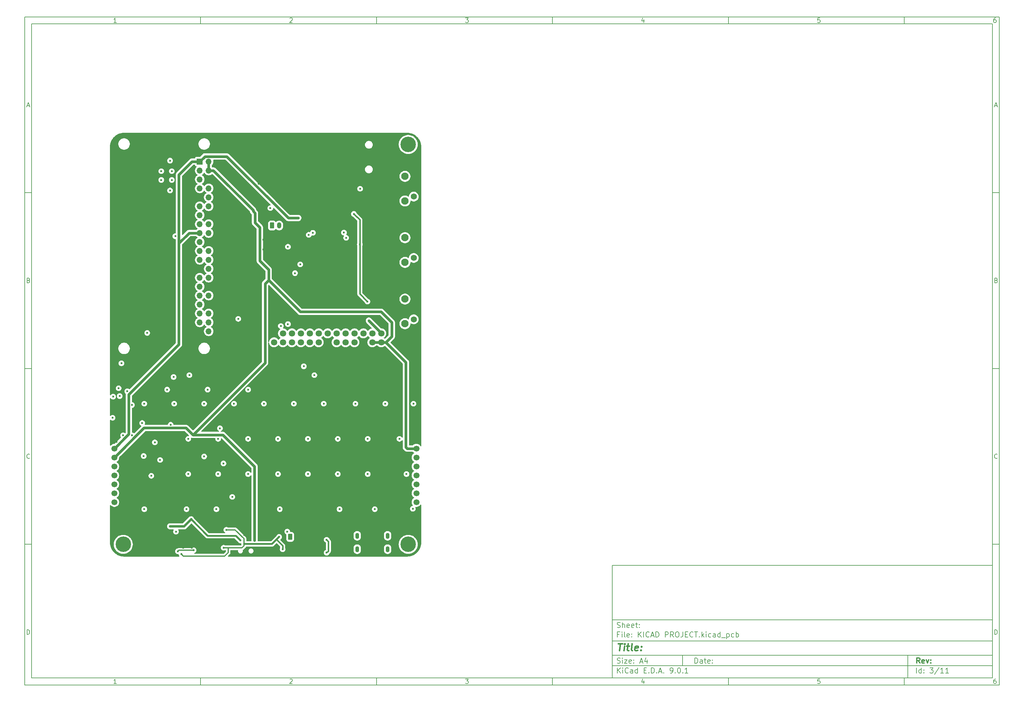
<source format=gbr>
%TF.GenerationSoftware,KiCad,Pcbnew,9.0.1*%
%TF.CreationDate,2025-07-11T00:17:53-07:00*%
%TF.ProjectId,KICAD PROJECT,4b494341-4420-4505-924f-4a4543542e6b,rev?*%
%TF.SameCoordinates,Original*%
%TF.FileFunction,Copper,L3,Inr*%
%TF.FilePolarity,Positive*%
%FSLAX46Y46*%
G04 Gerber Fmt 4.6, Leading zero omitted, Abs format (unit mm)*
G04 Created by KiCad (PCBNEW 9.0.1) date 2025-07-11 00:17:53*
%MOMM*%
%LPD*%
G01*
G04 APERTURE LIST*
G04 Aperture macros list*
%AMRoundRect*
0 Rectangle with rounded corners*
0 $1 Rounding radius*
0 $2 $3 $4 $5 $6 $7 $8 $9 X,Y pos of 4 corners*
0 Add a 4 corners polygon primitive as box body*
4,1,4,$2,$3,$4,$5,$6,$7,$8,$9,$2,$3,0*
0 Add four circle primitives for the rounded corners*
1,1,$1+$1,$2,$3*
1,1,$1+$1,$4,$5*
1,1,$1+$1,$6,$7*
1,1,$1+$1,$8,$9*
0 Add four rect primitives between the rounded corners*
20,1,$1+$1,$2,$3,$4,$5,0*
20,1,$1+$1,$4,$5,$6,$7,0*
20,1,$1+$1,$6,$7,$8,$9,0*
20,1,$1+$1,$8,$9,$2,$3,0*%
G04 Aperture macros list end*
%ADD10C,0.100000*%
%ADD11C,0.150000*%
%ADD12C,0.300000*%
%ADD13C,0.400000*%
%TA.AperFunction,ComponentPad*%
%ADD14C,1.800000*%
%TD*%
%TA.AperFunction,ComponentPad*%
%ADD15C,4.400000*%
%TD*%
%TA.AperFunction,ComponentPad*%
%ADD16C,2.100000*%
%TD*%
%TA.AperFunction,ComponentPad*%
%ADD17C,1.750000*%
%TD*%
%TA.AperFunction,ComponentPad*%
%ADD18R,1.700000X1.700000*%
%TD*%
%TA.AperFunction,ComponentPad*%
%ADD19O,1.700000X1.700000*%
%TD*%
%TA.AperFunction,ComponentPad*%
%ADD20RoundRect,0.250000X-0.350000X-0.625000X0.350000X-0.625000X0.350000X0.625000X-0.350000X0.625000X0*%
%TD*%
%TA.AperFunction,ComponentPad*%
%ADD21O,1.200000X1.750000*%
%TD*%
%TA.AperFunction,HeatsinkPad*%
%ADD22O,1.100000X1.700000*%
%TD*%
%TA.AperFunction,ComponentPad*%
%ADD23C,1.700000*%
%TD*%
%TA.AperFunction,ViaPad*%
%ADD24C,0.600000*%
%TD*%
%TA.AperFunction,Conductor*%
%ADD25C,0.800000*%
%TD*%
%TA.AperFunction,Conductor*%
%ADD26C,0.300000*%
%TD*%
%TA.AperFunction,Conductor*%
%ADD27C,0.400000*%
%TD*%
%TA.AperFunction,Conductor*%
%ADD28C,0.500000*%
%TD*%
%TA.AperFunction,Conductor*%
%ADD29C,0.700000*%
%TD*%
G04 APERTURE END LIST*
D10*
D11*
X177002200Y-166007200D02*
X285002200Y-166007200D01*
X285002200Y-198007200D01*
X177002200Y-198007200D01*
X177002200Y-166007200D01*
D10*
D11*
X10000000Y-10000000D02*
X287002200Y-10000000D01*
X287002200Y-200007200D01*
X10000000Y-200007200D01*
X10000000Y-10000000D01*
D10*
D11*
X12000000Y-12000000D02*
X285002200Y-12000000D01*
X285002200Y-198007200D01*
X12000000Y-198007200D01*
X12000000Y-12000000D01*
D10*
D11*
X60000000Y-12000000D02*
X60000000Y-10000000D01*
D10*
D11*
X110000000Y-12000000D02*
X110000000Y-10000000D01*
D10*
D11*
X160000000Y-12000000D02*
X160000000Y-10000000D01*
D10*
D11*
X210000000Y-12000000D02*
X210000000Y-10000000D01*
D10*
D11*
X260000000Y-12000000D02*
X260000000Y-10000000D01*
D10*
D11*
X36089160Y-11593604D02*
X35346303Y-11593604D01*
X35717731Y-11593604D02*
X35717731Y-10293604D01*
X35717731Y-10293604D02*
X35593922Y-10479319D01*
X35593922Y-10479319D02*
X35470112Y-10603128D01*
X35470112Y-10603128D02*
X35346303Y-10665033D01*
D10*
D11*
X85346303Y-10417414D02*
X85408207Y-10355509D01*
X85408207Y-10355509D02*
X85532017Y-10293604D01*
X85532017Y-10293604D02*
X85841541Y-10293604D01*
X85841541Y-10293604D02*
X85965350Y-10355509D01*
X85965350Y-10355509D02*
X86027255Y-10417414D01*
X86027255Y-10417414D02*
X86089160Y-10541223D01*
X86089160Y-10541223D02*
X86089160Y-10665033D01*
X86089160Y-10665033D02*
X86027255Y-10850747D01*
X86027255Y-10850747D02*
X85284398Y-11593604D01*
X85284398Y-11593604D02*
X86089160Y-11593604D01*
D10*
D11*
X135284398Y-10293604D02*
X136089160Y-10293604D01*
X136089160Y-10293604D02*
X135655826Y-10788842D01*
X135655826Y-10788842D02*
X135841541Y-10788842D01*
X135841541Y-10788842D02*
X135965350Y-10850747D01*
X135965350Y-10850747D02*
X136027255Y-10912652D01*
X136027255Y-10912652D02*
X136089160Y-11036461D01*
X136089160Y-11036461D02*
X136089160Y-11345985D01*
X136089160Y-11345985D02*
X136027255Y-11469795D01*
X136027255Y-11469795D02*
X135965350Y-11531700D01*
X135965350Y-11531700D02*
X135841541Y-11593604D01*
X135841541Y-11593604D02*
X135470112Y-11593604D01*
X135470112Y-11593604D02*
X135346303Y-11531700D01*
X135346303Y-11531700D02*
X135284398Y-11469795D01*
D10*
D11*
X185965350Y-10726938D02*
X185965350Y-11593604D01*
X185655826Y-10231700D02*
X185346303Y-11160271D01*
X185346303Y-11160271D02*
X186151064Y-11160271D01*
D10*
D11*
X236027255Y-10293604D02*
X235408207Y-10293604D01*
X235408207Y-10293604D02*
X235346303Y-10912652D01*
X235346303Y-10912652D02*
X235408207Y-10850747D01*
X235408207Y-10850747D02*
X235532017Y-10788842D01*
X235532017Y-10788842D02*
X235841541Y-10788842D01*
X235841541Y-10788842D02*
X235965350Y-10850747D01*
X235965350Y-10850747D02*
X236027255Y-10912652D01*
X236027255Y-10912652D02*
X236089160Y-11036461D01*
X236089160Y-11036461D02*
X236089160Y-11345985D01*
X236089160Y-11345985D02*
X236027255Y-11469795D01*
X236027255Y-11469795D02*
X235965350Y-11531700D01*
X235965350Y-11531700D02*
X235841541Y-11593604D01*
X235841541Y-11593604D02*
X235532017Y-11593604D01*
X235532017Y-11593604D02*
X235408207Y-11531700D01*
X235408207Y-11531700D02*
X235346303Y-11469795D01*
D10*
D11*
X285965350Y-10293604D02*
X285717731Y-10293604D01*
X285717731Y-10293604D02*
X285593922Y-10355509D01*
X285593922Y-10355509D02*
X285532017Y-10417414D01*
X285532017Y-10417414D02*
X285408207Y-10603128D01*
X285408207Y-10603128D02*
X285346303Y-10850747D01*
X285346303Y-10850747D02*
X285346303Y-11345985D01*
X285346303Y-11345985D02*
X285408207Y-11469795D01*
X285408207Y-11469795D02*
X285470112Y-11531700D01*
X285470112Y-11531700D02*
X285593922Y-11593604D01*
X285593922Y-11593604D02*
X285841541Y-11593604D01*
X285841541Y-11593604D02*
X285965350Y-11531700D01*
X285965350Y-11531700D02*
X286027255Y-11469795D01*
X286027255Y-11469795D02*
X286089160Y-11345985D01*
X286089160Y-11345985D02*
X286089160Y-11036461D01*
X286089160Y-11036461D02*
X286027255Y-10912652D01*
X286027255Y-10912652D02*
X285965350Y-10850747D01*
X285965350Y-10850747D02*
X285841541Y-10788842D01*
X285841541Y-10788842D02*
X285593922Y-10788842D01*
X285593922Y-10788842D02*
X285470112Y-10850747D01*
X285470112Y-10850747D02*
X285408207Y-10912652D01*
X285408207Y-10912652D02*
X285346303Y-11036461D01*
D10*
D11*
X60000000Y-198007200D02*
X60000000Y-200007200D01*
D10*
D11*
X110000000Y-198007200D02*
X110000000Y-200007200D01*
D10*
D11*
X160000000Y-198007200D02*
X160000000Y-200007200D01*
D10*
D11*
X210000000Y-198007200D02*
X210000000Y-200007200D01*
D10*
D11*
X260000000Y-198007200D02*
X260000000Y-200007200D01*
D10*
D11*
X36089160Y-199600804D02*
X35346303Y-199600804D01*
X35717731Y-199600804D02*
X35717731Y-198300804D01*
X35717731Y-198300804D02*
X35593922Y-198486519D01*
X35593922Y-198486519D02*
X35470112Y-198610328D01*
X35470112Y-198610328D02*
X35346303Y-198672233D01*
D10*
D11*
X85346303Y-198424614D02*
X85408207Y-198362709D01*
X85408207Y-198362709D02*
X85532017Y-198300804D01*
X85532017Y-198300804D02*
X85841541Y-198300804D01*
X85841541Y-198300804D02*
X85965350Y-198362709D01*
X85965350Y-198362709D02*
X86027255Y-198424614D01*
X86027255Y-198424614D02*
X86089160Y-198548423D01*
X86089160Y-198548423D02*
X86089160Y-198672233D01*
X86089160Y-198672233D02*
X86027255Y-198857947D01*
X86027255Y-198857947D02*
X85284398Y-199600804D01*
X85284398Y-199600804D02*
X86089160Y-199600804D01*
D10*
D11*
X135284398Y-198300804D02*
X136089160Y-198300804D01*
X136089160Y-198300804D02*
X135655826Y-198796042D01*
X135655826Y-198796042D02*
X135841541Y-198796042D01*
X135841541Y-198796042D02*
X135965350Y-198857947D01*
X135965350Y-198857947D02*
X136027255Y-198919852D01*
X136027255Y-198919852D02*
X136089160Y-199043661D01*
X136089160Y-199043661D02*
X136089160Y-199353185D01*
X136089160Y-199353185D02*
X136027255Y-199476995D01*
X136027255Y-199476995D02*
X135965350Y-199538900D01*
X135965350Y-199538900D02*
X135841541Y-199600804D01*
X135841541Y-199600804D02*
X135470112Y-199600804D01*
X135470112Y-199600804D02*
X135346303Y-199538900D01*
X135346303Y-199538900D02*
X135284398Y-199476995D01*
D10*
D11*
X185965350Y-198734138D02*
X185965350Y-199600804D01*
X185655826Y-198238900D02*
X185346303Y-199167471D01*
X185346303Y-199167471D02*
X186151064Y-199167471D01*
D10*
D11*
X236027255Y-198300804D02*
X235408207Y-198300804D01*
X235408207Y-198300804D02*
X235346303Y-198919852D01*
X235346303Y-198919852D02*
X235408207Y-198857947D01*
X235408207Y-198857947D02*
X235532017Y-198796042D01*
X235532017Y-198796042D02*
X235841541Y-198796042D01*
X235841541Y-198796042D02*
X235965350Y-198857947D01*
X235965350Y-198857947D02*
X236027255Y-198919852D01*
X236027255Y-198919852D02*
X236089160Y-199043661D01*
X236089160Y-199043661D02*
X236089160Y-199353185D01*
X236089160Y-199353185D02*
X236027255Y-199476995D01*
X236027255Y-199476995D02*
X235965350Y-199538900D01*
X235965350Y-199538900D02*
X235841541Y-199600804D01*
X235841541Y-199600804D02*
X235532017Y-199600804D01*
X235532017Y-199600804D02*
X235408207Y-199538900D01*
X235408207Y-199538900D02*
X235346303Y-199476995D01*
D10*
D11*
X285965350Y-198300804D02*
X285717731Y-198300804D01*
X285717731Y-198300804D02*
X285593922Y-198362709D01*
X285593922Y-198362709D02*
X285532017Y-198424614D01*
X285532017Y-198424614D02*
X285408207Y-198610328D01*
X285408207Y-198610328D02*
X285346303Y-198857947D01*
X285346303Y-198857947D02*
X285346303Y-199353185D01*
X285346303Y-199353185D02*
X285408207Y-199476995D01*
X285408207Y-199476995D02*
X285470112Y-199538900D01*
X285470112Y-199538900D02*
X285593922Y-199600804D01*
X285593922Y-199600804D02*
X285841541Y-199600804D01*
X285841541Y-199600804D02*
X285965350Y-199538900D01*
X285965350Y-199538900D02*
X286027255Y-199476995D01*
X286027255Y-199476995D02*
X286089160Y-199353185D01*
X286089160Y-199353185D02*
X286089160Y-199043661D01*
X286089160Y-199043661D02*
X286027255Y-198919852D01*
X286027255Y-198919852D02*
X285965350Y-198857947D01*
X285965350Y-198857947D02*
X285841541Y-198796042D01*
X285841541Y-198796042D02*
X285593922Y-198796042D01*
X285593922Y-198796042D02*
X285470112Y-198857947D01*
X285470112Y-198857947D02*
X285408207Y-198919852D01*
X285408207Y-198919852D02*
X285346303Y-199043661D01*
D10*
D11*
X10000000Y-60000000D02*
X12000000Y-60000000D01*
D10*
D11*
X10000000Y-110000000D02*
X12000000Y-110000000D01*
D10*
D11*
X10000000Y-160000000D02*
X12000000Y-160000000D01*
D10*
D11*
X10690476Y-35222176D02*
X11309523Y-35222176D01*
X10566666Y-35593604D02*
X10999999Y-34293604D01*
X10999999Y-34293604D02*
X11433333Y-35593604D01*
D10*
D11*
X11092857Y-84912652D02*
X11278571Y-84974557D01*
X11278571Y-84974557D02*
X11340476Y-85036461D01*
X11340476Y-85036461D02*
X11402380Y-85160271D01*
X11402380Y-85160271D02*
X11402380Y-85345985D01*
X11402380Y-85345985D02*
X11340476Y-85469795D01*
X11340476Y-85469795D02*
X11278571Y-85531700D01*
X11278571Y-85531700D02*
X11154761Y-85593604D01*
X11154761Y-85593604D02*
X10659523Y-85593604D01*
X10659523Y-85593604D02*
X10659523Y-84293604D01*
X10659523Y-84293604D02*
X11092857Y-84293604D01*
X11092857Y-84293604D02*
X11216666Y-84355509D01*
X11216666Y-84355509D02*
X11278571Y-84417414D01*
X11278571Y-84417414D02*
X11340476Y-84541223D01*
X11340476Y-84541223D02*
X11340476Y-84665033D01*
X11340476Y-84665033D02*
X11278571Y-84788842D01*
X11278571Y-84788842D02*
X11216666Y-84850747D01*
X11216666Y-84850747D02*
X11092857Y-84912652D01*
X11092857Y-84912652D02*
X10659523Y-84912652D01*
D10*
D11*
X11402380Y-135469795D02*
X11340476Y-135531700D01*
X11340476Y-135531700D02*
X11154761Y-135593604D01*
X11154761Y-135593604D02*
X11030952Y-135593604D01*
X11030952Y-135593604D02*
X10845238Y-135531700D01*
X10845238Y-135531700D02*
X10721428Y-135407890D01*
X10721428Y-135407890D02*
X10659523Y-135284080D01*
X10659523Y-135284080D02*
X10597619Y-135036461D01*
X10597619Y-135036461D02*
X10597619Y-134850747D01*
X10597619Y-134850747D02*
X10659523Y-134603128D01*
X10659523Y-134603128D02*
X10721428Y-134479319D01*
X10721428Y-134479319D02*
X10845238Y-134355509D01*
X10845238Y-134355509D02*
X11030952Y-134293604D01*
X11030952Y-134293604D02*
X11154761Y-134293604D01*
X11154761Y-134293604D02*
X11340476Y-134355509D01*
X11340476Y-134355509D02*
X11402380Y-134417414D01*
D10*
D11*
X10659523Y-185593604D02*
X10659523Y-184293604D01*
X10659523Y-184293604D02*
X10969047Y-184293604D01*
X10969047Y-184293604D02*
X11154761Y-184355509D01*
X11154761Y-184355509D02*
X11278571Y-184479319D01*
X11278571Y-184479319D02*
X11340476Y-184603128D01*
X11340476Y-184603128D02*
X11402380Y-184850747D01*
X11402380Y-184850747D02*
X11402380Y-185036461D01*
X11402380Y-185036461D02*
X11340476Y-185284080D01*
X11340476Y-185284080D02*
X11278571Y-185407890D01*
X11278571Y-185407890D02*
X11154761Y-185531700D01*
X11154761Y-185531700D02*
X10969047Y-185593604D01*
X10969047Y-185593604D02*
X10659523Y-185593604D01*
D10*
D11*
X287002200Y-60000000D02*
X285002200Y-60000000D01*
D10*
D11*
X287002200Y-110000000D02*
X285002200Y-110000000D01*
D10*
D11*
X287002200Y-160000000D02*
X285002200Y-160000000D01*
D10*
D11*
X285692676Y-35222176D02*
X286311723Y-35222176D01*
X285568866Y-35593604D02*
X286002199Y-34293604D01*
X286002199Y-34293604D02*
X286435533Y-35593604D01*
D10*
D11*
X286095057Y-84912652D02*
X286280771Y-84974557D01*
X286280771Y-84974557D02*
X286342676Y-85036461D01*
X286342676Y-85036461D02*
X286404580Y-85160271D01*
X286404580Y-85160271D02*
X286404580Y-85345985D01*
X286404580Y-85345985D02*
X286342676Y-85469795D01*
X286342676Y-85469795D02*
X286280771Y-85531700D01*
X286280771Y-85531700D02*
X286156961Y-85593604D01*
X286156961Y-85593604D02*
X285661723Y-85593604D01*
X285661723Y-85593604D02*
X285661723Y-84293604D01*
X285661723Y-84293604D02*
X286095057Y-84293604D01*
X286095057Y-84293604D02*
X286218866Y-84355509D01*
X286218866Y-84355509D02*
X286280771Y-84417414D01*
X286280771Y-84417414D02*
X286342676Y-84541223D01*
X286342676Y-84541223D02*
X286342676Y-84665033D01*
X286342676Y-84665033D02*
X286280771Y-84788842D01*
X286280771Y-84788842D02*
X286218866Y-84850747D01*
X286218866Y-84850747D02*
X286095057Y-84912652D01*
X286095057Y-84912652D02*
X285661723Y-84912652D01*
D10*
D11*
X286404580Y-135469795D02*
X286342676Y-135531700D01*
X286342676Y-135531700D02*
X286156961Y-135593604D01*
X286156961Y-135593604D02*
X286033152Y-135593604D01*
X286033152Y-135593604D02*
X285847438Y-135531700D01*
X285847438Y-135531700D02*
X285723628Y-135407890D01*
X285723628Y-135407890D02*
X285661723Y-135284080D01*
X285661723Y-135284080D02*
X285599819Y-135036461D01*
X285599819Y-135036461D02*
X285599819Y-134850747D01*
X285599819Y-134850747D02*
X285661723Y-134603128D01*
X285661723Y-134603128D02*
X285723628Y-134479319D01*
X285723628Y-134479319D02*
X285847438Y-134355509D01*
X285847438Y-134355509D02*
X286033152Y-134293604D01*
X286033152Y-134293604D02*
X286156961Y-134293604D01*
X286156961Y-134293604D02*
X286342676Y-134355509D01*
X286342676Y-134355509D02*
X286404580Y-134417414D01*
D10*
D11*
X285661723Y-185593604D02*
X285661723Y-184293604D01*
X285661723Y-184293604D02*
X285971247Y-184293604D01*
X285971247Y-184293604D02*
X286156961Y-184355509D01*
X286156961Y-184355509D02*
X286280771Y-184479319D01*
X286280771Y-184479319D02*
X286342676Y-184603128D01*
X286342676Y-184603128D02*
X286404580Y-184850747D01*
X286404580Y-184850747D02*
X286404580Y-185036461D01*
X286404580Y-185036461D02*
X286342676Y-185284080D01*
X286342676Y-185284080D02*
X286280771Y-185407890D01*
X286280771Y-185407890D02*
X286156961Y-185531700D01*
X286156961Y-185531700D02*
X285971247Y-185593604D01*
X285971247Y-185593604D02*
X285661723Y-185593604D01*
D10*
D11*
X200458026Y-193793328D02*
X200458026Y-192293328D01*
X200458026Y-192293328D02*
X200815169Y-192293328D01*
X200815169Y-192293328D02*
X201029455Y-192364757D01*
X201029455Y-192364757D02*
X201172312Y-192507614D01*
X201172312Y-192507614D02*
X201243741Y-192650471D01*
X201243741Y-192650471D02*
X201315169Y-192936185D01*
X201315169Y-192936185D02*
X201315169Y-193150471D01*
X201315169Y-193150471D02*
X201243741Y-193436185D01*
X201243741Y-193436185D02*
X201172312Y-193579042D01*
X201172312Y-193579042D02*
X201029455Y-193721900D01*
X201029455Y-193721900D02*
X200815169Y-193793328D01*
X200815169Y-193793328D02*
X200458026Y-193793328D01*
X202600884Y-193793328D02*
X202600884Y-193007614D01*
X202600884Y-193007614D02*
X202529455Y-192864757D01*
X202529455Y-192864757D02*
X202386598Y-192793328D01*
X202386598Y-192793328D02*
X202100884Y-192793328D01*
X202100884Y-192793328D02*
X201958026Y-192864757D01*
X202600884Y-193721900D02*
X202458026Y-193793328D01*
X202458026Y-193793328D02*
X202100884Y-193793328D01*
X202100884Y-193793328D02*
X201958026Y-193721900D01*
X201958026Y-193721900D02*
X201886598Y-193579042D01*
X201886598Y-193579042D02*
X201886598Y-193436185D01*
X201886598Y-193436185D02*
X201958026Y-193293328D01*
X201958026Y-193293328D02*
X202100884Y-193221900D01*
X202100884Y-193221900D02*
X202458026Y-193221900D01*
X202458026Y-193221900D02*
X202600884Y-193150471D01*
X203100884Y-192793328D02*
X203672312Y-192793328D01*
X203315169Y-192293328D02*
X203315169Y-193579042D01*
X203315169Y-193579042D02*
X203386598Y-193721900D01*
X203386598Y-193721900D02*
X203529455Y-193793328D01*
X203529455Y-193793328D02*
X203672312Y-193793328D01*
X204743741Y-193721900D02*
X204600884Y-193793328D01*
X204600884Y-193793328D02*
X204315170Y-193793328D01*
X204315170Y-193793328D02*
X204172312Y-193721900D01*
X204172312Y-193721900D02*
X204100884Y-193579042D01*
X204100884Y-193579042D02*
X204100884Y-193007614D01*
X204100884Y-193007614D02*
X204172312Y-192864757D01*
X204172312Y-192864757D02*
X204315170Y-192793328D01*
X204315170Y-192793328D02*
X204600884Y-192793328D01*
X204600884Y-192793328D02*
X204743741Y-192864757D01*
X204743741Y-192864757D02*
X204815170Y-193007614D01*
X204815170Y-193007614D02*
X204815170Y-193150471D01*
X204815170Y-193150471D02*
X204100884Y-193293328D01*
X205458026Y-193650471D02*
X205529455Y-193721900D01*
X205529455Y-193721900D02*
X205458026Y-193793328D01*
X205458026Y-193793328D02*
X205386598Y-193721900D01*
X205386598Y-193721900D02*
X205458026Y-193650471D01*
X205458026Y-193650471D02*
X205458026Y-193793328D01*
X205458026Y-192864757D02*
X205529455Y-192936185D01*
X205529455Y-192936185D02*
X205458026Y-193007614D01*
X205458026Y-193007614D02*
X205386598Y-192936185D01*
X205386598Y-192936185D02*
X205458026Y-192864757D01*
X205458026Y-192864757D02*
X205458026Y-193007614D01*
D10*
D11*
X177002200Y-194507200D02*
X285002200Y-194507200D01*
D10*
D11*
X178458026Y-196593328D02*
X178458026Y-195093328D01*
X179315169Y-196593328D02*
X178672312Y-195736185D01*
X179315169Y-195093328D02*
X178458026Y-195950471D01*
X179958026Y-196593328D02*
X179958026Y-195593328D01*
X179958026Y-195093328D02*
X179886598Y-195164757D01*
X179886598Y-195164757D02*
X179958026Y-195236185D01*
X179958026Y-195236185D02*
X180029455Y-195164757D01*
X180029455Y-195164757D02*
X179958026Y-195093328D01*
X179958026Y-195093328D02*
X179958026Y-195236185D01*
X181529455Y-196450471D02*
X181458027Y-196521900D01*
X181458027Y-196521900D02*
X181243741Y-196593328D01*
X181243741Y-196593328D02*
X181100884Y-196593328D01*
X181100884Y-196593328D02*
X180886598Y-196521900D01*
X180886598Y-196521900D02*
X180743741Y-196379042D01*
X180743741Y-196379042D02*
X180672312Y-196236185D01*
X180672312Y-196236185D02*
X180600884Y-195950471D01*
X180600884Y-195950471D02*
X180600884Y-195736185D01*
X180600884Y-195736185D02*
X180672312Y-195450471D01*
X180672312Y-195450471D02*
X180743741Y-195307614D01*
X180743741Y-195307614D02*
X180886598Y-195164757D01*
X180886598Y-195164757D02*
X181100884Y-195093328D01*
X181100884Y-195093328D02*
X181243741Y-195093328D01*
X181243741Y-195093328D02*
X181458027Y-195164757D01*
X181458027Y-195164757D02*
X181529455Y-195236185D01*
X182815170Y-196593328D02*
X182815170Y-195807614D01*
X182815170Y-195807614D02*
X182743741Y-195664757D01*
X182743741Y-195664757D02*
X182600884Y-195593328D01*
X182600884Y-195593328D02*
X182315170Y-195593328D01*
X182315170Y-195593328D02*
X182172312Y-195664757D01*
X182815170Y-196521900D02*
X182672312Y-196593328D01*
X182672312Y-196593328D02*
X182315170Y-196593328D01*
X182315170Y-196593328D02*
X182172312Y-196521900D01*
X182172312Y-196521900D02*
X182100884Y-196379042D01*
X182100884Y-196379042D02*
X182100884Y-196236185D01*
X182100884Y-196236185D02*
X182172312Y-196093328D01*
X182172312Y-196093328D02*
X182315170Y-196021900D01*
X182315170Y-196021900D02*
X182672312Y-196021900D01*
X182672312Y-196021900D02*
X182815170Y-195950471D01*
X184172313Y-196593328D02*
X184172313Y-195093328D01*
X184172313Y-196521900D02*
X184029455Y-196593328D01*
X184029455Y-196593328D02*
X183743741Y-196593328D01*
X183743741Y-196593328D02*
X183600884Y-196521900D01*
X183600884Y-196521900D02*
X183529455Y-196450471D01*
X183529455Y-196450471D02*
X183458027Y-196307614D01*
X183458027Y-196307614D02*
X183458027Y-195879042D01*
X183458027Y-195879042D02*
X183529455Y-195736185D01*
X183529455Y-195736185D02*
X183600884Y-195664757D01*
X183600884Y-195664757D02*
X183743741Y-195593328D01*
X183743741Y-195593328D02*
X184029455Y-195593328D01*
X184029455Y-195593328D02*
X184172313Y-195664757D01*
X186029455Y-195807614D02*
X186529455Y-195807614D01*
X186743741Y-196593328D02*
X186029455Y-196593328D01*
X186029455Y-196593328D02*
X186029455Y-195093328D01*
X186029455Y-195093328D02*
X186743741Y-195093328D01*
X187386598Y-196450471D02*
X187458027Y-196521900D01*
X187458027Y-196521900D02*
X187386598Y-196593328D01*
X187386598Y-196593328D02*
X187315170Y-196521900D01*
X187315170Y-196521900D02*
X187386598Y-196450471D01*
X187386598Y-196450471D02*
X187386598Y-196593328D01*
X188100884Y-196593328D02*
X188100884Y-195093328D01*
X188100884Y-195093328D02*
X188458027Y-195093328D01*
X188458027Y-195093328D02*
X188672313Y-195164757D01*
X188672313Y-195164757D02*
X188815170Y-195307614D01*
X188815170Y-195307614D02*
X188886599Y-195450471D01*
X188886599Y-195450471D02*
X188958027Y-195736185D01*
X188958027Y-195736185D02*
X188958027Y-195950471D01*
X188958027Y-195950471D02*
X188886599Y-196236185D01*
X188886599Y-196236185D02*
X188815170Y-196379042D01*
X188815170Y-196379042D02*
X188672313Y-196521900D01*
X188672313Y-196521900D02*
X188458027Y-196593328D01*
X188458027Y-196593328D02*
X188100884Y-196593328D01*
X189600884Y-196450471D02*
X189672313Y-196521900D01*
X189672313Y-196521900D02*
X189600884Y-196593328D01*
X189600884Y-196593328D02*
X189529456Y-196521900D01*
X189529456Y-196521900D02*
X189600884Y-196450471D01*
X189600884Y-196450471D02*
X189600884Y-196593328D01*
X190243742Y-196164757D02*
X190958028Y-196164757D01*
X190100885Y-196593328D02*
X190600885Y-195093328D01*
X190600885Y-195093328D02*
X191100885Y-196593328D01*
X191600884Y-196450471D02*
X191672313Y-196521900D01*
X191672313Y-196521900D02*
X191600884Y-196593328D01*
X191600884Y-196593328D02*
X191529456Y-196521900D01*
X191529456Y-196521900D02*
X191600884Y-196450471D01*
X191600884Y-196450471D02*
X191600884Y-196593328D01*
X193529456Y-196593328D02*
X193815170Y-196593328D01*
X193815170Y-196593328D02*
X193958027Y-196521900D01*
X193958027Y-196521900D02*
X194029456Y-196450471D01*
X194029456Y-196450471D02*
X194172313Y-196236185D01*
X194172313Y-196236185D02*
X194243742Y-195950471D01*
X194243742Y-195950471D02*
X194243742Y-195379042D01*
X194243742Y-195379042D02*
X194172313Y-195236185D01*
X194172313Y-195236185D02*
X194100885Y-195164757D01*
X194100885Y-195164757D02*
X193958027Y-195093328D01*
X193958027Y-195093328D02*
X193672313Y-195093328D01*
X193672313Y-195093328D02*
X193529456Y-195164757D01*
X193529456Y-195164757D02*
X193458027Y-195236185D01*
X193458027Y-195236185D02*
X193386599Y-195379042D01*
X193386599Y-195379042D02*
X193386599Y-195736185D01*
X193386599Y-195736185D02*
X193458027Y-195879042D01*
X193458027Y-195879042D02*
X193529456Y-195950471D01*
X193529456Y-195950471D02*
X193672313Y-196021900D01*
X193672313Y-196021900D02*
X193958027Y-196021900D01*
X193958027Y-196021900D02*
X194100885Y-195950471D01*
X194100885Y-195950471D02*
X194172313Y-195879042D01*
X194172313Y-195879042D02*
X194243742Y-195736185D01*
X194886598Y-196450471D02*
X194958027Y-196521900D01*
X194958027Y-196521900D02*
X194886598Y-196593328D01*
X194886598Y-196593328D02*
X194815170Y-196521900D01*
X194815170Y-196521900D02*
X194886598Y-196450471D01*
X194886598Y-196450471D02*
X194886598Y-196593328D01*
X195886599Y-195093328D02*
X196029456Y-195093328D01*
X196029456Y-195093328D02*
X196172313Y-195164757D01*
X196172313Y-195164757D02*
X196243742Y-195236185D01*
X196243742Y-195236185D02*
X196315170Y-195379042D01*
X196315170Y-195379042D02*
X196386599Y-195664757D01*
X196386599Y-195664757D02*
X196386599Y-196021900D01*
X196386599Y-196021900D02*
X196315170Y-196307614D01*
X196315170Y-196307614D02*
X196243742Y-196450471D01*
X196243742Y-196450471D02*
X196172313Y-196521900D01*
X196172313Y-196521900D02*
X196029456Y-196593328D01*
X196029456Y-196593328D02*
X195886599Y-196593328D01*
X195886599Y-196593328D02*
X195743742Y-196521900D01*
X195743742Y-196521900D02*
X195672313Y-196450471D01*
X195672313Y-196450471D02*
X195600884Y-196307614D01*
X195600884Y-196307614D02*
X195529456Y-196021900D01*
X195529456Y-196021900D02*
X195529456Y-195664757D01*
X195529456Y-195664757D02*
X195600884Y-195379042D01*
X195600884Y-195379042D02*
X195672313Y-195236185D01*
X195672313Y-195236185D02*
X195743742Y-195164757D01*
X195743742Y-195164757D02*
X195886599Y-195093328D01*
X197029455Y-196450471D02*
X197100884Y-196521900D01*
X197100884Y-196521900D02*
X197029455Y-196593328D01*
X197029455Y-196593328D02*
X196958027Y-196521900D01*
X196958027Y-196521900D02*
X197029455Y-196450471D01*
X197029455Y-196450471D02*
X197029455Y-196593328D01*
X198529456Y-196593328D02*
X197672313Y-196593328D01*
X198100884Y-196593328D02*
X198100884Y-195093328D01*
X198100884Y-195093328D02*
X197958027Y-195307614D01*
X197958027Y-195307614D02*
X197815170Y-195450471D01*
X197815170Y-195450471D02*
X197672313Y-195521900D01*
D10*
D11*
X177002200Y-191507200D02*
X285002200Y-191507200D01*
D10*
D12*
X264413853Y-193785528D02*
X263913853Y-193071242D01*
X263556710Y-193785528D02*
X263556710Y-192285528D01*
X263556710Y-192285528D02*
X264128139Y-192285528D01*
X264128139Y-192285528D02*
X264270996Y-192356957D01*
X264270996Y-192356957D02*
X264342425Y-192428385D01*
X264342425Y-192428385D02*
X264413853Y-192571242D01*
X264413853Y-192571242D02*
X264413853Y-192785528D01*
X264413853Y-192785528D02*
X264342425Y-192928385D01*
X264342425Y-192928385D02*
X264270996Y-192999814D01*
X264270996Y-192999814D02*
X264128139Y-193071242D01*
X264128139Y-193071242D02*
X263556710Y-193071242D01*
X265628139Y-193714100D02*
X265485282Y-193785528D01*
X265485282Y-193785528D02*
X265199568Y-193785528D01*
X265199568Y-193785528D02*
X265056710Y-193714100D01*
X265056710Y-193714100D02*
X264985282Y-193571242D01*
X264985282Y-193571242D02*
X264985282Y-192999814D01*
X264985282Y-192999814D02*
X265056710Y-192856957D01*
X265056710Y-192856957D02*
X265199568Y-192785528D01*
X265199568Y-192785528D02*
X265485282Y-192785528D01*
X265485282Y-192785528D02*
X265628139Y-192856957D01*
X265628139Y-192856957D02*
X265699568Y-192999814D01*
X265699568Y-192999814D02*
X265699568Y-193142671D01*
X265699568Y-193142671D02*
X264985282Y-193285528D01*
X266199567Y-192785528D02*
X266556710Y-193785528D01*
X266556710Y-193785528D02*
X266913853Y-192785528D01*
X267485281Y-193642671D02*
X267556710Y-193714100D01*
X267556710Y-193714100D02*
X267485281Y-193785528D01*
X267485281Y-193785528D02*
X267413853Y-193714100D01*
X267413853Y-193714100D02*
X267485281Y-193642671D01*
X267485281Y-193642671D02*
X267485281Y-193785528D01*
X267485281Y-192856957D02*
X267556710Y-192928385D01*
X267556710Y-192928385D02*
X267485281Y-192999814D01*
X267485281Y-192999814D02*
X267413853Y-192928385D01*
X267413853Y-192928385D02*
X267485281Y-192856957D01*
X267485281Y-192856957D02*
X267485281Y-192999814D01*
D10*
D11*
X178386598Y-193721900D02*
X178600884Y-193793328D01*
X178600884Y-193793328D02*
X178958026Y-193793328D01*
X178958026Y-193793328D02*
X179100884Y-193721900D01*
X179100884Y-193721900D02*
X179172312Y-193650471D01*
X179172312Y-193650471D02*
X179243741Y-193507614D01*
X179243741Y-193507614D02*
X179243741Y-193364757D01*
X179243741Y-193364757D02*
X179172312Y-193221900D01*
X179172312Y-193221900D02*
X179100884Y-193150471D01*
X179100884Y-193150471D02*
X178958026Y-193079042D01*
X178958026Y-193079042D02*
X178672312Y-193007614D01*
X178672312Y-193007614D02*
X178529455Y-192936185D01*
X178529455Y-192936185D02*
X178458026Y-192864757D01*
X178458026Y-192864757D02*
X178386598Y-192721900D01*
X178386598Y-192721900D02*
X178386598Y-192579042D01*
X178386598Y-192579042D02*
X178458026Y-192436185D01*
X178458026Y-192436185D02*
X178529455Y-192364757D01*
X178529455Y-192364757D02*
X178672312Y-192293328D01*
X178672312Y-192293328D02*
X179029455Y-192293328D01*
X179029455Y-192293328D02*
X179243741Y-192364757D01*
X179886597Y-193793328D02*
X179886597Y-192793328D01*
X179886597Y-192293328D02*
X179815169Y-192364757D01*
X179815169Y-192364757D02*
X179886597Y-192436185D01*
X179886597Y-192436185D02*
X179958026Y-192364757D01*
X179958026Y-192364757D02*
X179886597Y-192293328D01*
X179886597Y-192293328D02*
X179886597Y-192436185D01*
X180458026Y-192793328D02*
X181243741Y-192793328D01*
X181243741Y-192793328D02*
X180458026Y-193793328D01*
X180458026Y-193793328D02*
X181243741Y-193793328D01*
X182386598Y-193721900D02*
X182243741Y-193793328D01*
X182243741Y-193793328D02*
X181958027Y-193793328D01*
X181958027Y-193793328D02*
X181815169Y-193721900D01*
X181815169Y-193721900D02*
X181743741Y-193579042D01*
X181743741Y-193579042D02*
X181743741Y-193007614D01*
X181743741Y-193007614D02*
X181815169Y-192864757D01*
X181815169Y-192864757D02*
X181958027Y-192793328D01*
X181958027Y-192793328D02*
X182243741Y-192793328D01*
X182243741Y-192793328D02*
X182386598Y-192864757D01*
X182386598Y-192864757D02*
X182458027Y-193007614D01*
X182458027Y-193007614D02*
X182458027Y-193150471D01*
X182458027Y-193150471D02*
X181743741Y-193293328D01*
X183100883Y-193650471D02*
X183172312Y-193721900D01*
X183172312Y-193721900D02*
X183100883Y-193793328D01*
X183100883Y-193793328D02*
X183029455Y-193721900D01*
X183029455Y-193721900D02*
X183100883Y-193650471D01*
X183100883Y-193650471D02*
X183100883Y-193793328D01*
X183100883Y-192864757D02*
X183172312Y-192936185D01*
X183172312Y-192936185D02*
X183100883Y-193007614D01*
X183100883Y-193007614D02*
X183029455Y-192936185D01*
X183029455Y-192936185D02*
X183100883Y-192864757D01*
X183100883Y-192864757D02*
X183100883Y-193007614D01*
X184886598Y-193364757D02*
X185600884Y-193364757D01*
X184743741Y-193793328D02*
X185243741Y-192293328D01*
X185243741Y-192293328D02*
X185743741Y-193793328D01*
X186886598Y-192793328D02*
X186886598Y-193793328D01*
X186529455Y-192221900D02*
X186172312Y-193293328D01*
X186172312Y-193293328D02*
X187100883Y-193293328D01*
D10*
D11*
X263458026Y-196593328D02*
X263458026Y-195093328D01*
X264815170Y-196593328D02*
X264815170Y-195093328D01*
X264815170Y-196521900D02*
X264672312Y-196593328D01*
X264672312Y-196593328D02*
X264386598Y-196593328D01*
X264386598Y-196593328D02*
X264243741Y-196521900D01*
X264243741Y-196521900D02*
X264172312Y-196450471D01*
X264172312Y-196450471D02*
X264100884Y-196307614D01*
X264100884Y-196307614D02*
X264100884Y-195879042D01*
X264100884Y-195879042D02*
X264172312Y-195736185D01*
X264172312Y-195736185D02*
X264243741Y-195664757D01*
X264243741Y-195664757D02*
X264386598Y-195593328D01*
X264386598Y-195593328D02*
X264672312Y-195593328D01*
X264672312Y-195593328D02*
X264815170Y-195664757D01*
X265529455Y-196450471D02*
X265600884Y-196521900D01*
X265600884Y-196521900D02*
X265529455Y-196593328D01*
X265529455Y-196593328D02*
X265458027Y-196521900D01*
X265458027Y-196521900D02*
X265529455Y-196450471D01*
X265529455Y-196450471D02*
X265529455Y-196593328D01*
X265529455Y-195664757D02*
X265600884Y-195736185D01*
X265600884Y-195736185D02*
X265529455Y-195807614D01*
X265529455Y-195807614D02*
X265458027Y-195736185D01*
X265458027Y-195736185D02*
X265529455Y-195664757D01*
X265529455Y-195664757D02*
X265529455Y-195807614D01*
X267243741Y-195093328D02*
X268172313Y-195093328D01*
X268172313Y-195093328D02*
X267672313Y-195664757D01*
X267672313Y-195664757D02*
X267886598Y-195664757D01*
X267886598Y-195664757D02*
X268029456Y-195736185D01*
X268029456Y-195736185D02*
X268100884Y-195807614D01*
X268100884Y-195807614D02*
X268172313Y-195950471D01*
X268172313Y-195950471D02*
X268172313Y-196307614D01*
X268172313Y-196307614D02*
X268100884Y-196450471D01*
X268100884Y-196450471D02*
X268029456Y-196521900D01*
X268029456Y-196521900D02*
X267886598Y-196593328D01*
X267886598Y-196593328D02*
X267458027Y-196593328D01*
X267458027Y-196593328D02*
X267315170Y-196521900D01*
X267315170Y-196521900D02*
X267243741Y-196450471D01*
X269886598Y-195021900D02*
X268600884Y-196950471D01*
X271172313Y-196593328D02*
X270315170Y-196593328D01*
X270743741Y-196593328D02*
X270743741Y-195093328D01*
X270743741Y-195093328D02*
X270600884Y-195307614D01*
X270600884Y-195307614D02*
X270458027Y-195450471D01*
X270458027Y-195450471D02*
X270315170Y-195521900D01*
X272600884Y-196593328D02*
X271743741Y-196593328D01*
X272172312Y-196593328D02*
X272172312Y-195093328D01*
X272172312Y-195093328D02*
X272029455Y-195307614D01*
X272029455Y-195307614D02*
X271886598Y-195450471D01*
X271886598Y-195450471D02*
X271743741Y-195521900D01*
D10*
D11*
X177002200Y-187507200D02*
X285002200Y-187507200D01*
D10*
D13*
X178693928Y-188211638D02*
X179836785Y-188211638D01*
X179015357Y-190211638D02*
X179265357Y-188211638D01*
X180253452Y-190211638D02*
X180420119Y-188878304D01*
X180503452Y-188211638D02*
X180396309Y-188306876D01*
X180396309Y-188306876D02*
X180479643Y-188402114D01*
X180479643Y-188402114D02*
X180586786Y-188306876D01*
X180586786Y-188306876D02*
X180503452Y-188211638D01*
X180503452Y-188211638D02*
X180479643Y-188402114D01*
X181086786Y-188878304D02*
X181848690Y-188878304D01*
X181455833Y-188211638D02*
X181241548Y-189925923D01*
X181241548Y-189925923D02*
X181312976Y-190116400D01*
X181312976Y-190116400D02*
X181491548Y-190211638D01*
X181491548Y-190211638D02*
X181682024Y-190211638D01*
X182634405Y-190211638D02*
X182455833Y-190116400D01*
X182455833Y-190116400D02*
X182384405Y-189925923D01*
X182384405Y-189925923D02*
X182598690Y-188211638D01*
X184170119Y-190116400D02*
X183967738Y-190211638D01*
X183967738Y-190211638D02*
X183586785Y-190211638D01*
X183586785Y-190211638D02*
X183408214Y-190116400D01*
X183408214Y-190116400D02*
X183336785Y-189925923D01*
X183336785Y-189925923D02*
X183432024Y-189164019D01*
X183432024Y-189164019D02*
X183551071Y-188973542D01*
X183551071Y-188973542D02*
X183753452Y-188878304D01*
X183753452Y-188878304D02*
X184134404Y-188878304D01*
X184134404Y-188878304D02*
X184312976Y-188973542D01*
X184312976Y-188973542D02*
X184384404Y-189164019D01*
X184384404Y-189164019D02*
X184360595Y-189354495D01*
X184360595Y-189354495D02*
X183384404Y-189544971D01*
X185134405Y-190021161D02*
X185217738Y-190116400D01*
X185217738Y-190116400D02*
X185110595Y-190211638D01*
X185110595Y-190211638D02*
X185027262Y-190116400D01*
X185027262Y-190116400D02*
X185134405Y-190021161D01*
X185134405Y-190021161D02*
X185110595Y-190211638D01*
X185265357Y-188973542D02*
X185348690Y-189068780D01*
X185348690Y-189068780D02*
X185241548Y-189164019D01*
X185241548Y-189164019D02*
X185158214Y-189068780D01*
X185158214Y-189068780D02*
X185265357Y-188973542D01*
X185265357Y-188973542D02*
X185241548Y-189164019D01*
D10*
D11*
X178958026Y-185607614D02*
X178458026Y-185607614D01*
X178458026Y-186393328D02*
X178458026Y-184893328D01*
X178458026Y-184893328D02*
X179172312Y-184893328D01*
X179743740Y-186393328D02*
X179743740Y-185393328D01*
X179743740Y-184893328D02*
X179672312Y-184964757D01*
X179672312Y-184964757D02*
X179743740Y-185036185D01*
X179743740Y-185036185D02*
X179815169Y-184964757D01*
X179815169Y-184964757D02*
X179743740Y-184893328D01*
X179743740Y-184893328D02*
X179743740Y-185036185D01*
X180672312Y-186393328D02*
X180529455Y-186321900D01*
X180529455Y-186321900D02*
X180458026Y-186179042D01*
X180458026Y-186179042D02*
X180458026Y-184893328D01*
X181815169Y-186321900D02*
X181672312Y-186393328D01*
X181672312Y-186393328D02*
X181386598Y-186393328D01*
X181386598Y-186393328D02*
X181243740Y-186321900D01*
X181243740Y-186321900D02*
X181172312Y-186179042D01*
X181172312Y-186179042D02*
X181172312Y-185607614D01*
X181172312Y-185607614D02*
X181243740Y-185464757D01*
X181243740Y-185464757D02*
X181386598Y-185393328D01*
X181386598Y-185393328D02*
X181672312Y-185393328D01*
X181672312Y-185393328D02*
X181815169Y-185464757D01*
X181815169Y-185464757D02*
X181886598Y-185607614D01*
X181886598Y-185607614D02*
X181886598Y-185750471D01*
X181886598Y-185750471D02*
X181172312Y-185893328D01*
X182529454Y-186250471D02*
X182600883Y-186321900D01*
X182600883Y-186321900D02*
X182529454Y-186393328D01*
X182529454Y-186393328D02*
X182458026Y-186321900D01*
X182458026Y-186321900D02*
X182529454Y-186250471D01*
X182529454Y-186250471D02*
X182529454Y-186393328D01*
X182529454Y-185464757D02*
X182600883Y-185536185D01*
X182600883Y-185536185D02*
X182529454Y-185607614D01*
X182529454Y-185607614D02*
X182458026Y-185536185D01*
X182458026Y-185536185D02*
X182529454Y-185464757D01*
X182529454Y-185464757D02*
X182529454Y-185607614D01*
X184386597Y-186393328D02*
X184386597Y-184893328D01*
X185243740Y-186393328D02*
X184600883Y-185536185D01*
X185243740Y-184893328D02*
X184386597Y-185750471D01*
X185886597Y-186393328D02*
X185886597Y-184893328D01*
X187458026Y-186250471D02*
X187386598Y-186321900D01*
X187386598Y-186321900D02*
X187172312Y-186393328D01*
X187172312Y-186393328D02*
X187029455Y-186393328D01*
X187029455Y-186393328D02*
X186815169Y-186321900D01*
X186815169Y-186321900D02*
X186672312Y-186179042D01*
X186672312Y-186179042D02*
X186600883Y-186036185D01*
X186600883Y-186036185D02*
X186529455Y-185750471D01*
X186529455Y-185750471D02*
X186529455Y-185536185D01*
X186529455Y-185536185D02*
X186600883Y-185250471D01*
X186600883Y-185250471D02*
X186672312Y-185107614D01*
X186672312Y-185107614D02*
X186815169Y-184964757D01*
X186815169Y-184964757D02*
X187029455Y-184893328D01*
X187029455Y-184893328D02*
X187172312Y-184893328D01*
X187172312Y-184893328D02*
X187386598Y-184964757D01*
X187386598Y-184964757D02*
X187458026Y-185036185D01*
X188029455Y-185964757D02*
X188743741Y-185964757D01*
X187886598Y-186393328D02*
X188386598Y-184893328D01*
X188386598Y-184893328D02*
X188886598Y-186393328D01*
X189386597Y-186393328D02*
X189386597Y-184893328D01*
X189386597Y-184893328D02*
X189743740Y-184893328D01*
X189743740Y-184893328D02*
X189958026Y-184964757D01*
X189958026Y-184964757D02*
X190100883Y-185107614D01*
X190100883Y-185107614D02*
X190172312Y-185250471D01*
X190172312Y-185250471D02*
X190243740Y-185536185D01*
X190243740Y-185536185D02*
X190243740Y-185750471D01*
X190243740Y-185750471D02*
X190172312Y-186036185D01*
X190172312Y-186036185D02*
X190100883Y-186179042D01*
X190100883Y-186179042D02*
X189958026Y-186321900D01*
X189958026Y-186321900D02*
X189743740Y-186393328D01*
X189743740Y-186393328D02*
X189386597Y-186393328D01*
X192029454Y-186393328D02*
X192029454Y-184893328D01*
X192029454Y-184893328D02*
X192600883Y-184893328D01*
X192600883Y-184893328D02*
X192743740Y-184964757D01*
X192743740Y-184964757D02*
X192815169Y-185036185D01*
X192815169Y-185036185D02*
X192886597Y-185179042D01*
X192886597Y-185179042D02*
X192886597Y-185393328D01*
X192886597Y-185393328D02*
X192815169Y-185536185D01*
X192815169Y-185536185D02*
X192743740Y-185607614D01*
X192743740Y-185607614D02*
X192600883Y-185679042D01*
X192600883Y-185679042D02*
X192029454Y-185679042D01*
X194386597Y-186393328D02*
X193886597Y-185679042D01*
X193529454Y-186393328D02*
X193529454Y-184893328D01*
X193529454Y-184893328D02*
X194100883Y-184893328D01*
X194100883Y-184893328D02*
X194243740Y-184964757D01*
X194243740Y-184964757D02*
X194315169Y-185036185D01*
X194315169Y-185036185D02*
X194386597Y-185179042D01*
X194386597Y-185179042D02*
X194386597Y-185393328D01*
X194386597Y-185393328D02*
X194315169Y-185536185D01*
X194315169Y-185536185D02*
X194243740Y-185607614D01*
X194243740Y-185607614D02*
X194100883Y-185679042D01*
X194100883Y-185679042D02*
X193529454Y-185679042D01*
X195315169Y-184893328D02*
X195600883Y-184893328D01*
X195600883Y-184893328D02*
X195743740Y-184964757D01*
X195743740Y-184964757D02*
X195886597Y-185107614D01*
X195886597Y-185107614D02*
X195958026Y-185393328D01*
X195958026Y-185393328D02*
X195958026Y-185893328D01*
X195958026Y-185893328D02*
X195886597Y-186179042D01*
X195886597Y-186179042D02*
X195743740Y-186321900D01*
X195743740Y-186321900D02*
X195600883Y-186393328D01*
X195600883Y-186393328D02*
X195315169Y-186393328D01*
X195315169Y-186393328D02*
X195172312Y-186321900D01*
X195172312Y-186321900D02*
X195029454Y-186179042D01*
X195029454Y-186179042D02*
X194958026Y-185893328D01*
X194958026Y-185893328D02*
X194958026Y-185393328D01*
X194958026Y-185393328D02*
X195029454Y-185107614D01*
X195029454Y-185107614D02*
X195172312Y-184964757D01*
X195172312Y-184964757D02*
X195315169Y-184893328D01*
X197029455Y-184893328D02*
X197029455Y-185964757D01*
X197029455Y-185964757D02*
X196958026Y-186179042D01*
X196958026Y-186179042D02*
X196815169Y-186321900D01*
X196815169Y-186321900D02*
X196600883Y-186393328D01*
X196600883Y-186393328D02*
X196458026Y-186393328D01*
X197743740Y-185607614D02*
X198243740Y-185607614D01*
X198458026Y-186393328D02*
X197743740Y-186393328D01*
X197743740Y-186393328D02*
X197743740Y-184893328D01*
X197743740Y-184893328D02*
X198458026Y-184893328D01*
X199958026Y-186250471D02*
X199886598Y-186321900D01*
X199886598Y-186321900D02*
X199672312Y-186393328D01*
X199672312Y-186393328D02*
X199529455Y-186393328D01*
X199529455Y-186393328D02*
X199315169Y-186321900D01*
X199315169Y-186321900D02*
X199172312Y-186179042D01*
X199172312Y-186179042D02*
X199100883Y-186036185D01*
X199100883Y-186036185D02*
X199029455Y-185750471D01*
X199029455Y-185750471D02*
X199029455Y-185536185D01*
X199029455Y-185536185D02*
X199100883Y-185250471D01*
X199100883Y-185250471D02*
X199172312Y-185107614D01*
X199172312Y-185107614D02*
X199315169Y-184964757D01*
X199315169Y-184964757D02*
X199529455Y-184893328D01*
X199529455Y-184893328D02*
X199672312Y-184893328D01*
X199672312Y-184893328D02*
X199886598Y-184964757D01*
X199886598Y-184964757D02*
X199958026Y-185036185D01*
X200386598Y-184893328D02*
X201243741Y-184893328D01*
X200815169Y-186393328D02*
X200815169Y-184893328D01*
X201743740Y-186250471D02*
X201815169Y-186321900D01*
X201815169Y-186321900D02*
X201743740Y-186393328D01*
X201743740Y-186393328D02*
X201672312Y-186321900D01*
X201672312Y-186321900D02*
X201743740Y-186250471D01*
X201743740Y-186250471D02*
X201743740Y-186393328D01*
X202458026Y-186393328D02*
X202458026Y-184893328D01*
X202600884Y-185821900D02*
X203029455Y-186393328D01*
X203029455Y-185393328D02*
X202458026Y-185964757D01*
X203672312Y-186393328D02*
X203672312Y-185393328D01*
X203672312Y-184893328D02*
X203600884Y-184964757D01*
X203600884Y-184964757D02*
X203672312Y-185036185D01*
X203672312Y-185036185D02*
X203743741Y-184964757D01*
X203743741Y-184964757D02*
X203672312Y-184893328D01*
X203672312Y-184893328D02*
X203672312Y-185036185D01*
X205029456Y-186321900D02*
X204886598Y-186393328D01*
X204886598Y-186393328D02*
X204600884Y-186393328D01*
X204600884Y-186393328D02*
X204458027Y-186321900D01*
X204458027Y-186321900D02*
X204386598Y-186250471D01*
X204386598Y-186250471D02*
X204315170Y-186107614D01*
X204315170Y-186107614D02*
X204315170Y-185679042D01*
X204315170Y-185679042D02*
X204386598Y-185536185D01*
X204386598Y-185536185D02*
X204458027Y-185464757D01*
X204458027Y-185464757D02*
X204600884Y-185393328D01*
X204600884Y-185393328D02*
X204886598Y-185393328D01*
X204886598Y-185393328D02*
X205029456Y-185464757D01*
X206315170Y-186393328D02*
X206315170Y-185607614D01*
X206315170Y-185607614D02*
X206243741Y-185464757D01*
X206243741Y-185464757D02*
X206100884Y-185393328D01*
X206100884Y-185393328D02*
X205815170Y-185393328D01*
X205815170Y-185393328D02*
X205672312Y-185464757D01*
X206315170Y-186321900D02*
X206172312Y-186393328D01*
X206172312Y-186393328D02*
X205815170Y-186393328D01*
X205815170Y-186393328D02*
X205672312Y-186321900D01*
X205672312Y-186321900D02*
X205600884Y-186179042D01*
X205600884Y-186179042D02*
X205600884Y-186036185D01*
X205600884Y-186036185D02*
X205672312Y-185893328D01*
X205672312Y-185893328D02*
X205815170Y-185821900D01*
X205815170Y-185821900D02*
X206172312Y-185821900D01*
X206172312Y-185821900D02*
X206315170Y-185750471D01*
X207672313Y-186393328D02*
X207672313Y-184893328D01*
X207672313Y-186321900D02*
X207529455Y-186393328D01*
X207529455Y-186393328D02*
X207243741Y-186393328D01*
X207243741Y-186393328D02*
X207100884Y-186321900D01*
X207100884Y-186321900D02*
X207029455Y-186250471D01*
X207029455Y-186250471D02*
X206958027Y-186107614D01*
X206958027Y-186107614D02*
X206958027Y-185679042D01*
X206958027Y-185679042D02*
X207029455Y-185536185D01*
X207029455Y-185536185D02*
X207100884Y-185464757D01*
X207100884Y-185464757D02*
X207243741Y-185393328D01*
X207243741Y-185393328D02*
X207529455Y-185393328D01*
X207529455Y-185393328D02*
X207672313Y-185464757D01*
X208029456Y-186536185D02*
X209172313Y-186536185D01*
X209529455Y-185393328D02*
X209529455Y-186893328D01*
X209529455Y-185464757D02*
X209672313Y-185393328D01*
X209672313Y-185393328D02*
X209958027Y-185393328D01*
X209958027Y-185393328D02*
X210100884Y-185464757D01*
X210100884Y-185464757D02*
X210172313Y-185536185D01*
X210172313Y-185536185D02*
X210243741Y-185679042D01*
X210243741Y-185679042D02*
X210243741Y-186107614D01*
X210243741Y-186107614D02*
X210172313Y-186250471D01*
X210172313Y-186250471D02*
X210100884Y-186321900D01*
X210100884Y-186321900D02*
X209958027Y-186393328D01*
X209958027Y-186393328D02*
X209672313Y-186393328D01*
X209672313Y-186393328D02*
X209529455Y-186321900D01*
X211529456Y-186321900D02*
X211386598Y-186393328D01*
X211386598Y-186393328D02*
X211100884Y-186393328D01*
X211100884Y-186393328D02*
X210958027Y-186321900D01*
X210958027Y-186321900D02*
X210886598Y-186250471D01*
X210886598Y-186250471D02*
X210815170Y-186107614D01*
X210815170Y-186107614D02*
X210815170Y-185679042D01*
X210815170Y-185679042D02*
X210886598Y-185536185D01*
X210886598Y-185536185D02*
X210958027Y-185464757D01*
X210958027Y-185464757D02*
X211100884Y-185393328D01*
X211100884Y-185393328D02*
X211386598Y-185393328D01*
X211386598Y-185393328D02*
X211529456Y-185464757D01*
X212172312Y-186393328D02*
X212172312Y-184893328D01*
X212172312Y-185464757D02*
X212315170Y-185393328D01*
X212315170Y-185393328D02*
X212600884Y-185393328D01*
X212600884Y-185393328D02*
X212743741Y-185464757D01*
X212743741Y-185464757D02*
X212815170Y-185536185D01*
X212815170Y-185536185D02*
X212886598Y-185679042D01*
X212886598Y-185679042D02*
X212886598Y-186107614D01*
X212886598Y-186107614D02*
X212815170Y-186250471D01*
X212815170Y-186250471D02*
X212743741Y-186321900D01*
X212743741Y-186321900D02*
X212600884Y-186393328D01*
X212600884Y-186393328D02*
X212315170Y-186393328D01*
X212315170Y-186393328D02*
X212172312Y-186321900D01*
D10*
D11*
X177002200Y-181507200D02*
X285002200Y-181507200D01*
D10*
D11*
X178386598Y-183621900D02*
X178600884Y-183693328D01*
X178600884Y-183693328D02*
X178958026Y-183693328D01*
X178958026Y-183693328D02*
X179100884Y-183621900D01*
X179100884Y-183621900D02*
X179172312Y-183550471D01*
X179172312Y-183550471D02*
X179243741Y-183407614D01*
X179243741Y-183407614D02*
X179243741Y-183264757D01*
X179243741Y-183264757D02*
X179172312Y-183121900D01*
X179172312Y-183121900D02*
X179100884Y-183050471D01*
X179100884Y-183050471D02*
X178958026Y-182979042D01*
X178958026Y-182979042D02*
X178672312Y-182907614D01*
X178672312Y-182907614D02*
X178529455Y-182836185D01*
X178529455Y-182836185D02*
X178458026Y-182764757D01*
X178458026Y-182764757D02*
X178386598Y-182621900D01*
X178386598Y-182621900D02*
X178386598Y-182479042D01*
X178386598Y-182479042D02*
X178458026Y-182336185D01*
X178458026Y-182336185D02*
X178529455Y-182264757D01*
X178529455Y-182264757D02*
X178672312Y-182193328D01*
X178672312Y-182193328D02*
X179029455Y-182193328D01*
X179029455Y-182193328D02*
X179243741Y-182264757D01*
X179886597Y-183693328D02*
X179886597Y-182193328D01*
X180529455Y-183693328D02*
X180529455Y-182907614D01*
X180529455Y-182907614D02*
X180458026Y-182764757D01*
X180458026Y-182764757D02*
X180315169Y-182693328D01*
X180315169Y-182693328D02*
X180100883Y-182693328D01*
X180100883Y-182693328D02*
X179958026Y-182764757D01*
X179958026Y-182764757D02*
X179886597Y-182836185D01*
X181815169Y-183621900D02*
X181672312Y-183693328D01*
X181672312Y-183693328D02*
X181386598Y-183693328D01*
X181386598Y-183693328D02*
X181243740Y-183621900D01*
X181243740Y-183621900D02*
X181172312Y-183479042D01*
X181172312Y-183479042D02*
X181172312Y-182907614D01*
X181172312Y-182907614D02*
X181243740Y-182764757D01*
X181243740Y-182764757D02*
X181386598Y-182693328D01*
X181386598Y-182693328D02*
X181672312Y-182693328D01*
X181672312Y-182693328D02*
X181815169Y-182764757D01*
X181815169Y-182764757D02*
X181886598Y-182907614D01*
X181886598Y-182907614D02*
X181886598Y-183050471D01*
X181886598Y-183050471D02*
X181172312Y-183193328D01*
X183100883Y-183621900D02*
X182958026Y-183693328D01*
X182958026Y-183693328D02*
X182672312Y-183693328D01*
X182672312Y-183693328D02*
X182529454Y-183621900D01*
X182529454Y-183621900D02*
X182458026Y-183479042D01*
X182458026Y-183479042D02*
X182458026Y-182907614D01*
X182458026Y-182907614D02*
X182529454Y-182764757D01*
X182529454Y-182764757D02*
X182672312Y-182693328D01*
X182672312Y-182693328D02*
X182958026Y-182693328D01*
X182958026Y-182693328D02*
X183100883Y-182764757D01*
X183100883Y-182764757D02*
X183172312Y-182907614D01*
X183172312Y-182907614D02*
X183172312Y-183050471D01*
X183172312Y-183050471D02*
X182458026Y-183193328D01*
X183600883Y-182693328D02*
X184172311Y-182693328D01*
X183815168Y-182193328D02*
X183815168Y-183479042D01*
X183815168Y-183479042D02*
X183886597Y-183621900D01*
X183886597Y-183621900D02*
X184029454Y-183693328D01*
X184029454Y-183693328D02*
X184172311Y-183693328D01*
X184672311Y-183550471D02*
X184743740Y-183621900D01*
X184743740Y-183621900D02*
X184672311Y-183693328D01*
X184672311Y-183693328D02*
X184600883Y-183621900D01*
X184600883Y-183621900D02*
X184672311Y-183550471D01*
X184672311Y-183550471D02*
X184672311Y-183693328D01*
X184672311Y-182764757D02*
X184743740Y-182836185D01*
X184743740Y-182836185D02*
X184672311Y-182907614D01*
X184672311Y-182907614D02*
X184600883Y-182836185D01*
X184600883Y-182836185D02*
X184672311Y-182764757D01*
X184672311Y-182764757D02*
X184672311Y-182907614D01*
D10*
D11*
X197002200Y-191507200D02*
X197002200Y-194507200D01*
D10*
D11*
X261002200Y-191507200D02*
X261002200Y-198007200D01*
D14*
%TO.N,TP_CS*%
%TO.C,RPi screen1*%
X80870000Y-102540000D03*
%TO.N,CPGND*%
X80870000Y-100000000D03*
%TO.N,LCD_CS*%
X83410000Y-102540000D03*
%TO.N,SCLK*%
X83410000Y-100000000D03*
%TO.N,RST*%
X85950000Y-102540000D03*
%TO.N,MISO*%
X85950000Y-100000000D03*
%TO.N,unconnected-(RPi screen1-Pad20)*%
X88490000Y-102540000D03*
%TO.N,MOSI*%
X88490000Y-100000000D03*
%TO.N,LCD_RS*%
X91030000Y-102540000D03*
%TO.N,unconnected-(RPi screen1-Pad17)*%
X91030000Y-100000000D03*
%TO.N,unconnected-(RPi screen1-Pad16)*%
X93570000Y-102540000D03*
%TO.N,unconnected-(RPi screen1-Pad15)*%
X93570000Y-100000000D03*
%TO.N,CPGND*%
X96110000Y-102540000D03*
%TO.N,unconnected-(RPi screen1-Pad13)*%
X96110000Y-100000000D03*
%TO.N,unconnected-(RPi screen1-Pad12)*%
X98650000Y-102540000D03*
%TO.N,TP_Intrerrupt*%
X98650000Y-100000000D03*
%TO.N,unconnected-(RPi screen1-Pad10)*%
X101190000Y-102540000D03*
%TO.N,unconnected-(RPi screen1-Pad9)*%
X101190000Y-100000000D03*
%TO.N,unconnected-(RPi screen1-Pad8)*%
X103730000Y-102540000D03*
%TO.N,unconnected-(RPi screen1-Pad7)*%
X103730000Y-100000000D03*
%TO.N,CPGND*%
X106270000Y-102540000D03*
%TO.N,unconnected-(RPi screen1-Pad5)*%
X106270000Y-100000000D03*
%TO.N,+5V*%
X108810000Y-102540000D03*
%TO.N,unconnected-(RPi screen1-Pad3)*%
X108810000Y-100000000D03*
%TO.N,+5V*%
X111350000Y-102540000D03*
%TO.N,Net-(JP1-A)*%
X111350000Y-100000000D03*
%TD*%
D15*
%TO.N,N/C*%
%TO.C,H4*%
X38025000Y-160000000D03*
%TD*%
%TO.N,N/C*%
%TO.C,H2*%
X119000000Y-46275000D03*
%TD*%
%TO.N,N/C*%
%TO.C,H3*%
X119000000Y-160000000D03*
%TD*%
D16*
%TO.N,*%
%TO.C,SW37*%
X118085000Y-62350000D03*
X118085000Y-55340000D03*
D17*
%TO.N,Vol Up*%
X120575000Y-61100000D03*
%TO.N,CPGND*%
X120575000Y-56600000D03*
%TD*%
D16*
%TO.N,*%
%TO.C,SW39*%
X118085000Y-79800000D03*
X118085000Y-72790000D03*
D17*
%TO.N,Vol Down*%
X120575000Y-78550000D03*
%TO.N,CPGND*%
X120575000Y-74050000D03*
%TD*%
D18*
%TO.N,+3.3V*%
%TO.C,U2*%
X59755000Y-51145000D03*
D19*
%TO.N,+5V*%
X62295000Y-51145000D03*
%TO.N,SDA*%
X59755000Y-53685000D03*
%TO.N,+5V*%
X62295000Y-53685000D03*
%TO.N,SCL*%
X59755000Y-56225000D03*
%TO.N,CPGND*%
X62295000Y-56225000D03*
%TO.N,DAC_SCK*%
X59755000Y-58765000D03*
%TO.N,TXD0*%
X62295000Y-58765000D03*
%TO.N,CPGND*%
X59755000Y-61305000D03*
%TO.N,RXD0*%
X62295000Y-61305000D03*
%TO.N,TP_Intrerrupt*%
X59755000Y-63845000D03*
%TO.N,I2S BCK*%
X62295000Y-63845000D03*
%TO.N,unconnected-(U2-GPIO27{slash}GPIO_GEN2-Pad13)*%
X59755000Y-66385000D03*
%TO.N,CPGND*%
X62295000Y-66385000D03*
%TO.N,GPIO22*%
X59755000Y-68925000D03*
%TO.N,ENABLE_BACKLIGHT*%
X62295000Y-68925000D03*
%TO.N,+3.3V*%
X59755000Y-71465000D03*
%TO.N,LCD_RS*%
X62295000Y-71465000D03*
%TO.N,MOSI*%
X59755000Y-74005000D03*
%TO.N,CPGND*%
X62295000Y-74005000D03*
%TO.N,MISO*%
X59755000Y-76545000D03*
%TO.N,RST*%
X62295000Y-76545000D03*
%TO.N,SCLK*%
X59755000Y-79085000D03*
%TO.N,LCD_CS*%
X62295000Y-79085000D03*
%TO.N,CPGND*%
X59755000Y-81625000D03*
%TO.N,TP_CS*%
X62295000Y-81625000D03*
%TO.N,unconnected-(U2-ID_SD-Pad27)*%
X59755000Y-84165000D03*
%TO.N,unconnected-(U2-ID_SC-Pad28)*%
X62295000Y-84165000D03*
%TO.N,unconnected-(U2-GPIO5-Pad29)*%
X59755000Y-86705000D03*
%TO.N,CPGND*%
X62295000Y-86705000D03*
%TO.N,unconnected-(U2-GPIO6-Pad31)*%
X59755000Y-89245000D03*
%TO.N,GPIO12*%
X62295000Y-89245000D03*
%TO.N,unconnected-(U2-GPIO13-Pad33)*%
X59755000Y-91785000D03*
%TO.N,CPGND*%
X62295000Y-91785000D03*
%TO.N,I2S LRCK*%
X59755000Y-94325000D03*
%TO.N,GPIO16*%
X62295000Y-94325000D03*
%TO.N,unconnected-(U2-GPIO26-Pad37)*%
X59755000Y-96865000D03*
%TO.N,I2S DIN*%
X62295000Y-96865000D03*
%TO.N,CPGND*%
X59755000Y-99405000D03*
%TO.N,GPIO21*%
X62295000Y-99405000D03*
%TD*%
D16*
%TO.N,*%
%TO.C,SW43*%
X118085000Y-97250000D03*
X118085000Y-90240000D03*
D17*
%TO.N,Power button*%
X120575000Y-96000000D03*
%TO.N,CPGND*%
X120575000Y-91500000D03*
%TD*%
D20*
%TO.N,VBAT*%
%TO.C,J2*%
X85468177Y-157875000D03*
D21*
%TO.N,CPGND*%
X87468177Y-157875000D03*
%TD*%
D22*
%TO.N,unconnected-(P1-SHIELD-PadS1)_1*%
%TO.C,P1*%
X113145000Y-161375000D03*
%TO.N,unconnected-(P1-SHIELD-PadS1)_3*%
X113145000Y-157575000D03*
%TO.N,unconnected-(P1-SHIELD-PadS1)*%
X104505000Y-161375000D03*
%TO.N,unconnected-(P1-SHIELD-PadS1)_2*%
X104505000Y-157575000D03*
%TD*%
D18*
%TO.N,CPGND*%
%TO.C,J5*%
X121325000Y-130214386D03*
D23*
%TO.N,+5V*%
X121325000Y-132754386D03*
%TO.N,GPIO12*%
X121325000Y-135294386D03*
%TO.N,GPIO21*%
X121325000Y-137834386D03*
%TO.N,GPIO22*%
X121325000Y-140374386D03*
%TO.N,MOSI*%
X121325000Y-142914386D03*
%TO.N,MISO*%
X121325000Y-145454386D03*
%TO.N,SCLK*%
X121325000Y-147994386D03*
%TD*%
D20*
%TO.N,Net-(C23-Pad2)*%
%TO.C,LS1*%
X80325000Y-69325000D03*
D21*
%TO.N,Net-(C22-Pad1)*%
X82325000Y-69325000D03*
%TD*%
D18*
%TO.N,CPGND*%
%TO.C,J4*%
X35500000Y-130220000D03*
D23*
%TO.N,+3.3V*%
X35500000Y-132760000D03*
%TO.N,+5V*%
X35500000Y-135300000D03*
%TO.N,GPIO16*%
X35500000Y-137840000D03*
%TO.N,RXD0*%
X35500000Y-140380000D03*
%TO.N,TXD0*%
X35500000Y-142920000D03*
%TO.N,SDA*%
X35500000Y-145460000D03*
%TO.N,SCL*%
X35500000Y-148000000D03*
%TD*%
D24*
%TO.N,CPGND*%
X109771257Y-79077556D03*
%TO.N,Column 1*%
X46000000Y-140500000D03*
X39190275Y-116486123D03*
X44000000Y-120000000D03*
X44000000Y-150000000D03*
X47000000Y-131000000D03*
%TO.N,Column 2*%
X52325000Y-112400000D03*
X56500000Y-140000000D03*
X56000000Y-150000000D03*
X52500000Y-120000000D03*
X56500000Y-130000000D03*
X50500000Y-116000000D03*
%TO.N,Column 3*%
X56825000Y-111875000D03*
X65000000Y-130000000D03*
X64500000Y-150000000D03*
X65000000Y-140000000D03*
X61000000Y-120000000D03*
X62000000Y-116000000D03*
%TO.N,Column 4*%
X73500000Y-140000000D03*
X73500000Y-116000000D03*
X73500000Y-130000000D03*
X69500000Y-120000000D03*
%TO.N,Column 5*%
X78000000Y-120000000D03*
X82000000Y-140000000D03*
X51500000Y-126000000D03*
X82500000Y-150000000D03*
X82000000Y-130000000D03*
%TO.N,Column 6*%
X38000000Y-129000000D03*
X90500000Y-140000000D03*
X86500000Y-120000000D03*
X90500000Y-130000000D03*
%TO.N,Column 7*%
X99000000Y-140000000D03*
X95000000Y-120000000D03*
X99000000Y-130000000D03*
X40500000Y-129000000D03*
%TO.N,Column 8*%
X107500000Y-140000000D03*
X43400000Y-125500000D03*
X104000000Y-120000000D03*
X99500000Y-150000000D03*
X107500000Y-130000000D03*
%TO.N,Column 9*%
X53000000Y-156375000D03*
X116500000Y-130000000D03*
X84643177Y-156375000D03*
X112500000Y-120000000D03*
X109500000Y-150000000D03*
%TO.N,Column 10*%
X118500000Y-140000000D03*
X61000000Y-135000000D03*
X120500000Y-120000000D03*
X48500000Y-136000000D03*
X120325000Y-149875000D03*
%TO.N,Net-(JP1-A)*%
X107825000Y-96375000D03*
%TO.N,Net-(U1-OUTL)*%
X86825000Y-82875000D03*
X100739891Y-71340512D03*
%TO.N,GPIO16*%
X44825000Y-99875000D03*
%TO.N,SCL*%
X51825000Y-56375000D03*
X43825000Y-134875000D03*
X48825000Y-56375000D03*
X40499000Y-120375000D03*
%TO.N,SDA*%
X36700000Y-115600000D03*
X48825000Y-53875000D03*
X51825000Y-53875000D03*
%TO.N,Net-(U1-OUTR)*%
X88325000Y-80375000D03*
X101368712Y-72831288D03*
%TO.N,+5V*%
X57825000Y-128875000D03*
X79325000Y-82150000D03*
X75325000Y-158875000D03*
X51325000Y-50875000D03*
X51325000Y-59375000D03*
%TO.N,Line 1*%
X37500000Y-108500000D03*
%TO.N,Line 2*%
X37000000Y-117836367D03*
%TO.N,Line 4*%
X66500000Y-137000000D03*
%TO.N,Line 5*%
X69000000Y-146500000D03*
%TO.N,Vol Up*%
X35144682Y-117993212D03*
%TO.N,Vol Down*%
X35000000Y-124000000D03*
%TO.N,I2S LRCK*%
X91925000Y-71375000D03*
%TO.N,I2S BCK*%
X79825000Y-64375000D03*
%TO.N,I2S DIN*%
X70701000Y-95875000D03*
X90725000Y-71990512D03*
%TO.N,+3.3V*%
X103569283Y-66030913D03*
X105239891Y-74690512D03*
X87739891Y-67190512D03*
X107410016Y-90960015D03*
%TO.N,Net-(U4-~{SD})*%
X105325000Y-58875000D03*
X84825000Y-75375000D03*
%TO.N,GPIO22*%
X52825000Y-72375000D03*
%TO.N,Line 3*%
X65500000Y-127000000D03*
%TO.N,MOSI*%
X84825000Y-97375000D03*
X92325000Y-111875000D03*
%TO.N,MISO*%
X82800735Y-97899265D03*
X89325000Y-109375000D03*
%TO.N,CPGND*%
X91825000Y-73890512D03*
X100401923Y-47335000D03*
X93825000Y-89375000D03*
X71825000Y-136375000D03*
X90248077Y-49875000D03*
X84461735Y-47284752D03*
X79020543Y-57444752D03*
X95325000Y-49875000D03*
X79020543Y-44744752D03*
X77825000Y-73375000D03*
X51325000Y-66375000D03*
X76482081Y-47284752D03*
X103249750Y-63975966D03*
X95325000Y-54955000D03*
X97838800Y-59508882D03*
X76482081Y-57444752D03*
X56194027Y-128833054D03*
X90223416Y-59508882D03*
X86646363Y-64346177D03*
X77825000Y-76125000D03*
X66325000Y-162375000D03*
X105825000Y-158875000D03*
X86770287Y-69866887D03*
X109756482Y-70202236D03*
X81898612Y-59458634D03*
X105830006Y-63953529D03*
X76482081Y-49824752D03*
X106849771Y-78540002D03*
X97863461Y-57495000D03*
X111325000Y-46875000D03*
X93325000Y-63875000D03*
X97863461Y-47335000D03*
X77325000Y-64875000D03*
X79020543Y-49824752D03*
X66548263Y-159473797D03*
X81325000Y-83875000D03*
X90248077Y-57495000D03*
X95325000Y-52415000D03*
X80825000Y-82150000D03*
X92786538Y-47335000D03*
X100401923Y-57495000D03*
X87709615Y-47335000D03*
X98078019Y-63975966D03*
X87825000Y-162375000D03*
X79020543Y-52364752D03*
X84461735Y-52364752D03*
X84437074Y-59458634D03*
X79020543Y-47284752D03*
X97863461Y-52415000D03*
X87709615Y-52415000D03*
X84461735Y-44744752D03*
X56825000Y-64375000D03*
X92761877Y-59508882D03*
X98825000Y-91875000D03*
X97863461Y-54955000D03*
X100014878Y-63891667D03*
X73325000Y-66875000D03*
X91825000Y-162875000D03*
X79020543Y-54904752D03*
X92786538Y-52415000D03*
X111825000Y-156375000D03*
X54325000Y-152875000D03*
X95325000Y-44795000D03*
X87709615Y-44795000D03*
X87709615Y-57495000D03*
X50825000Y-162375000D03*
X84461735Y-54904752D03*
X87709615Y-49875000D03*
X95300339Y-59508882D03*
X92786538Y-44795000D03*
X78995882Y-59458634D03*
X97863461Y-44795000D03*
X100377262Y-59508882D03*
X75825000Y-136375000D03*
X81923273Y-54904752D03*
X95325000Y-57495000D03*
X91925000Y-70375000D03*
X90248077Y-52415000D03*
X81923273Y-52364752D03*
X76482081Y-52364752D03*
X114325000Y-93875000D03*
X76482081Y-44744752D03*
X92786538Y-49875000D03*
X81923273Y-47284752D03*
X91325000Y-96875000D03*
X81923273Y-57444752D03*
X97863461Y-49875000D03*
X57548263Y-160986099D03*
X95325000Y-47335000D03*
X100401923Y-49875000D03*
X92786538Y-57495000D03*
X92786538Y-54955000D03*
X81923273Y-49824752D03*
X95148058Y-63941669D03*
X90248077Y-47335000D03*
X100401923Y-52415000D03*
X82325000Y-155875000D03*
X100401923Y-54955000D03*
X107914891Y-74515512D03*
X100401923Y-44795000D03*
X73954004Y-155814674D03*
X111325000Y-96375000D03*
X81923273Y-44744752D03*
X76482081Y-54904752D03*
X84461735Y-49824752D03*
X54548263Y-157473797D03*
X90248077Y-54955000D03*
X84461735Y-57444752D03*
X90248077Y-44795000D03*
X77325000Y-81875000D03*
X87709615Y-54955000D03*
X98825000Y-96375000D03*
X87684954Y-59508882D03*
X109734045Y-66219667D03*
X55048263Y-160973797D03*
X84325000Y-73375000D03*
X72454004Y-157314674D03*
%TO.N,VBUS*%
X83325000Y-161375000D03*
X66548263Y-160973797D03*
X67325000Y-155875000D03*
X54548263Y-162783152D03*
X82325000Y-157875000D03*
%TO.N,Net-(D41-A)*%
X95826000Y-158690295D03*
X95825000Y-162375000D03*
%TO.N,Net-(IC1-LBO)*%
X58016835Y-161686099D03*
X53548263Y-161973797D03*
%TO.N,VOUT*%
X71325000Y-158875000D03*
X57325000Y-152875000D03*
X51325000Y-154875000D03*
%TD*%
D25*
%TO.N,+5V*%
X79325000Y-84875000D02*
X78325000Y-85875000D01*
X78325000Y-85875000D02*
X78325000Y-108375000D01*
X78325000Y-108375000D02*
X57825000Y-128875000D01*
D26*
%TO.N,VBUS*%
X72325000Y-160375000D02*
X72325000Y-159875000D01*
D25*
%TO.N,+5V*%
X79325000Y-81875000D02*
X76825000Y-79375000D01*
X76825000Y-79375000D02*
X76825000Y-69875000D01*
X76825000Y-69875000D02*
X75451793Y-68501793D01*
X75451793Y-68501793D02*
X75451793Y-65776000D01*
X75451793Y-65776000D02*
X74924000Y-65248207D01*
X74924000Y-65248207D02*
X74924000Y-64974000D01*
X74924000Y-64974000D02*
X63635000Y-53685000D01*
X63635000Y-53685000D02*
X62295000Y-53685000D01*
%TO.N,Net-(JP1-A)*%
X111350000Y-100000000D02*
X111350000Y-99900000D01*
X111350000Y-99900000D02*
X107825000Y-96375000D01*
%TO.N,+5V*%
X114325000Y-96875000D02*
X111325000Y-93875000D01*
X111325000Y-93875000D02*
X88325000Y-93875000D01*
X35500000Y-135300000D02*
X43899000Y-126901000D01*
X114325000Y-100875000D02*
X114325000Y-96875000D01*
X118704386Y-132754386D02*
X121325000Y-132754386D01*
X62295000Y-51145000D02*
X62295000Y-53685000D01*
X112660000Y-102540000D02*
X118325000Y-108205000D01*
X79325000Y-84875000D02*
X79325000Y-81875000D01*
X75325000Y-137875000D02*
X75325000Y-158875000D01*
X108810000Y-102540000D02*
X111350000Y-102540000D01*
X55851000Y-126901000D02*
X57825000Y-128875000D01*
X57825000Y-128875000D02*
X66325000Y-128875000D01*
X43899000Y-126901000D02*
X55851000Y-126901000D01*
X88325000Y-93875000D02*
X79325000Y-84875000D01*
X112660000Y-102540000D02*
X114325000Y-100875000D01*
X118325000Y-132375000D02*
X118704386Y-132754386D01*
X118325000Y-108205000D02*
X118325000Y-132375000D01*
X79325000Y-81875000D02*
X79325000Y-82150000D01*
X111350000Y-102540000D02*
X112660000Y-102540000D01*
X66325000Y-128875000D02*
X75325000Y-137875000D01*
%TO.N,+3.3V*%
X39599000Y-117351605D02*
X53825000Y-103125605D01*
X61206000Y-49694000D02*
X67457122Y-49694000D01*
X57555000Y-51145000D02*
X54325000Y-54375000D01*
X53825000Y-74375000D02*
X56735000Y-71465000D01*
X35500000Y-132760000D02*
X35514207Y-132760000D01*
D27*
X105239891Y-74690512D02*
X105239891Y-88789890D01*
D25*
X35514207Y-132760000D02*
X39599000Y-128675207D01*
X53825000Y-54875000D02*
X54325000Y-54375000D01*
X53825000Y-74875000D02*
X53825000Y-74375000D01*
X53825000Y-103125605D02*
X53825000Y-74875000D01*
D27*
X105239891Y-67701521D02*
X103569283Y-66030913D01*
X105239891Y-74690512D02*
X105239891Y-67701521D01*
D25*
X67457122Y-49694000D02*
X84953634Y-67190512D01*
X39599000Y-128675207D02*
X39599000Y-117351605D01*
X59755000Y-51145000D02*
X61206000Y-49694000D01*
X56735000Y-71465000D02*
X59755000Y-71465000D01*
D27*
X105239891Y-88789890D02*
X107410016Y-90960015D01*
D25*
X84953634Y-67190512D02*
X87739891Y-67190512D01*
X53825000Y-74875000D02*
X53825000Y-54875000D01*
X59755000Y-51145000D02*
X57555000Y-51145000D01*
D27*
%TO.N,VBUS*%
X83325000Y-160375000D02*
X81575000Y-158625000D01*
D26*
X72325000Y-160375000D02*
X71726203Y-160973797D01*
D28*
X80325000Y-159875000D02*
X72325000Y-159875000D01*
D26*
X55098466Y-163333355D02*
X66825000Y-163333355D01*
X67825000Y-160973797D02*
X66548263Y-160973797D01*
D27*
X83325000Y-161375000D02*
X83325000Y-160375000D01*
D26*
X72325000Y-158375000D02*
X72325000Y-159875000D01*
X67325000Y-155875000D02*
X69825000Y-155875000D01*
X69825000Y-155875000D02*
X72325000Y-158375000D01*
X67825000Y-162333355D02*
X67825000Y-160973797D01*
D28*
X82325000Y-157875000D02*
X81575000Y-158625000D01*
D26*
X66825000Y-163333355D02*
X67825000Y-162333355D01*
X71726203Y-160973797D02*
X67825000Y-160973797D01*
D28*
X81575000Y-158625000D02*
X80325000Y-159875000D01*
D26*
X54548263Y-162783152D02*
X55098466Y-163333355D01*
D27*
%TO.N,Net-(D41-A)*%
X96325000Y-159189295D02*
X95826000Y-158690295D01*
X95825000Y-162375000D02*
X96325000Y-161875000D01*
X96325000Y-161875000D02*
X96325000Y-159189295D01*
D26*
%TO.N,Net-(IC1-LBO)*%
X58016835Y-161686099D02*
X53835961Y-161686099D01*
X53835961Y-161686099D02*
X53548263Y-161973797D01*
D28*
%TO.N,VOUT*%
X70010099Y-157560099D02*
X62010099Y-157560099D01*
X62010099Y-157560099D02*
X57325000Y-152875000D01*
D29*
X51325000Y-154875000D02*
X55325000Y-154875000D01*
X55325000Y-154875000D02*
X57325000Y-152875000D01*
D28*
X71325000Y-158875000D02*
X70010099Y-157560099D01*
%TD*%
%TA.AperFunction,Conductor*%
%TO.N,CPGND*%
G36*
X55493677Y-127821185D02*
G01*
X55514319Y-127837819D01*
X56297327Y-128620827D01*
X56664320Y-128987819D01*
X56697805Y-129049142D01*
X56692821Y-129118834D01*
X56650949Y-129174767D01*
X56585485Y-129199184D01*
X56576639Y-129199500D01*
X56421155Y-129199500D01*
X56266510Y-129230261D01*
X56266498Y-129230264D01*
X56120827Y-129290602D01*
X56120814Y-129290609D01*
X55989711Y-129378210D01*
X55989707Y-129378213D01*
X55878213Y-129489707D01*
X55878210Y-129489711D01*
X55790609Y-129620814D01*
X55790602Y-129620827D01*
X55730264Y-129766498D01*
X55730261Y-129766510D01*
X55699500Y-129921153D01*
X55699500Y-130078846D01*
X55730261Y-130233489D01*
X55730264Y-130233501D01*
X55790602Y-130379172D01*
X55790609Y-130379185D01*
X55878210Y-130510288D01*
X55878213Y-130510292D01*
X55989707Y-130621786D01*
X55989711Y-130621789D01*
X56120814Y-130709390D01*
X56120827Y-130709397D01*
X56258683Y-130766498D01*
X56266503Y-130769737D01*
X56421153Y-130800499D01*
X56421156Y-130800500D01*
X56421158Y-130800500D01*
X56578844Y-130800500D01*
X56578845Y-130800499D01*
X56733497Y-130769737D01*
X56879179Y-130709394D01*
X57010289Y-130621789D01*
X57121789Y-130510289D01*
X57209394Y-130379179D01*
X57269737Y-130233497D01*
X57300500Y-130078842D01*
X57300500Y-129921158D01*
X57300500Y-129921157D01*
X57300500Y-129921155D01*
X57283172Y-129834046D01*
X57284077Y-129823923D01*
X57280868Y-129814280D01*
X57287139Y-129789709D01*
X57289399Y-129764455D01*
X57295633Y-129756429D01*
X57298147Y-129746581D01*
X57316705Y-129729301D01*
X57332261Y-129709277D01*
X57341845Y-129705895D01*
X57349284Y-129698970D01*
X57374240Y-129694467D01*
X57398151Y-129686032D01*
X57409871Y-129688038D01*
X57418044Y-129686564D01*
X57452242Y-129695293D01*
X57461119Y-129698970D01*
X57486285Y-129709394D01*
X57562334Y-129740895D01*
X57736303Y-129775499D01*
X57736307Y-129775500D01*
X57736308Y-129775500D01*
X57736309Y-129775500D01*
X64077379Y-129775500D01*
X64144418Y-129795185D01*
X64190173Y-129847989D01*
X64199817Y-129915067D01*
X64200097Y-129915095D01*
X64199985Y-129916230D01*
X64200117Y-129917147D01*
X64199594Y-129920197D01*
X64199500Y-129921157D01*
X64199500Y-130078846D01*
X64230261Y-130233489D01*
X64230264Y-130233501D01*
X64290602Y-130379172D01*
X64290609Y-130379185D01*
X64378210Y-130510288D01*
X64378213Y-130510292D01*
X64489707Y-130621786D01*
X64489711Y-130621789D01*
X64620814Y-130709390D01*
X64620827Y-130709397D01*
X64758683Y-130766498D01*
X64766503Y-130769737D01*
X64921153Y-130800499D01*
X64921156Y-130800500D01*
X64921158Y-130800500D01*
X65078844Y-130800500D01*
X65078845Y-130800499D01*
X65233497Y-130769737D01*
X65379179Y-130709394D01*
X65510289Y-130621789D01*
X65621789Y-130510289D01*
X65709394Y-130379179D01*
X65769737Y-130233497D01*
X65800500Y-130078842D01*
X65800500Y-129923362D01*
X65820185Y-129856323D01*
X65872989Y-129810568D01*
X65942147Y-129800624D01*
X66005703Y-129829649D01*
X66012181Y-129835681D01*
X74388181Y-138211681D01*
X74421666Y-138273004D01*
X74424500Y-138299362D01*
X74424500Y-139533975D01*
X74404815Y-139601014D01*
X74352011Y-139646769D01*
X74282853Y-139656713D01*
X74219297Y-139627688D01*
X74197398Y-139602866D01*
X74121789Y-139489711D01*
X74121786Y-139489707D01*
X74010292Y-139378213D01*
X74010288Y-139378210D01*
X73879185Y-139290609D01*
X73879172Y-139290602D01*
X73733501Y-139230264D01*
X73733489Y-139230261D01*
X73578845Y-139199500D01*
X73578842Y-139199500D01*
X73421158Y-139199500D01*
X73421155Y-139199500D01*
X73266510Y-139230261D01*
X73266498Y-139230264D01*
X73120827Y-139290602D01*
X73120814Y-139290609D01*
X72989711Y-139378210D01*
X72989707Y-139378213D01*
X72878213Y-139489707D01*
X72878210Y-139489711D01*
X72790609Y-139620814D01*
X72790602Y-139620827D01*
X72730264Y-139766498D01*
X72730261Y-139766510D01*
X72699500Y-139921153D01*
X72699500Y-140078846D01*
X72730261Y-140233489D01*
X72730264Y-140233501D01*
X72790602Y-140379172D01*
X72790609Y-140379185D01*
X72878210Y-140510288D01*
X72878213Y-140510292D01*
X72989707Y-140621786D01*
X72989711Y-140621789D01*
X73120814Y-140709390D01*
X73120827Y-140709397D01*
X73266498Y-140769735D01*
X73266503Y-140769737D01*
X73421153Y-140800499D01*
X73421156Y-140800500D01*
X73421158Y-140800500D01*
X73578844Y-140800500D01*
X73578845Y-140800499D01*
X73733497Y-140769737D01*
X73879179Y-140709394D01*
X74010289Y-140621789D01*
X74121789Y-140510289D01*
X74173286Y-140433219D01*
X74197398Y-140397133D01*
X74251010Y-140352328D01*
X74320335Y-140343621D01*
X74383363Y-140373775D01*
X74420082Y-140433219D01*
X74424500Y-140466024D01*
X74424500Y-158963691D01*
X74425488Y-158968656D01*
X74427010Y-158976310D01*
X74420781Y-159045901D01*
X74377918Y-159101078D01*
X74312028Y-159124322D01*
X74305392Y-159124500D01*
X73099500Y-159124500D01*
X73032461Y-159104815D01*
X72986706Y-159052011D01*
X72975500Y-159000500D01*
X72975500Y-158310928D01*
X72950502Y-158185261D01*
X72950501Y-158185260D01*
X72950501Y-158185256D01*
X72901465Y-158066873D01*
X72900042Y-158064744D01*
X72830277Y-157960331D01*
X72830275Y-157960329D01*
X72830273Y-157960326D01*
X70239673Y-155369726D01*
X70239669Y-155369723D01*
X70133127Y-155298535D01*
X70083213Y-155277860D01*
X70014744Y-155249499D01*
X70014738Y-155249497D01*
X69889071Y-155224500D01*
X69889069Y-155224500D01*
X67829935Y-155224500D01*
X67762896Y-155204815D01*
X67761090Y-155203633D01*
X67704179Y-155165606D01*
X67704172Y-155165602D01*
X67558501Y-155105264D01*
X67558489Y-155105261D01*
X67403845Y-155074500D01*
X67403842Y-155074500D01*
X67246158Y-155074500D01*
X67246155Y-155074500D01*
X67091510Y-155105261D01*
X67091498Y-155105264D01*
X66945827Y-155165602D01*
X66945814Y-155165609D01*
X66814711Y-155253210D01*
X66814707Y-155253213D01*
X66703213Y-155364707D01*
X66703210Y-155364711D01*
X66615609Y-155495814D01*
X66615602Y-155495827D01*
X66555264Y-155641498D01*
X66555261Y-155641510D01*
X66524500Y-155796153D01*
X66524500Y-155953846D01*
X66555261Y-156108489D01*
X66555264Y-156108501D01*
X66615602Y-156254172D01*
X66615609Y-156254185D01*
X66703210Y-156385288D01*
X66703213Y-156385292D01*
X66814707Y-156496786D01*
X66814711Y-156496789D01*
X66942981Y-156582497D01*
X66987786Y-156636109D01*
X66996493Y-156705434D01*
X66966338Y-156768462D01*
X66906895Y-156805181D01*
X66874090Y-156809599D01*
X62372328Y-156809599D01*
X62305289Y-156789914D01*
X62284647Y-156773280D01*
X58163459Y-152652091D01*
X58136581Y-152611866D01*
X58078704Y-152472137D01*
X57985626Y-152332838D01*
X57985622Y-152332834D01*
X57985620Y-152332831D01*
X57867168Y-152214379D01*
X57867164Y-152214376D01*
X57867162Y-152214374D01*
X57727863Y-152121296D01*
X57727860Y-152121294D01*
X57727856Y-152121292D01*
X57573084Y-152057185D01*
X57573082Y-152057184D01*
X57573081Y-152057184D01*
X57573078Y-152057183D01*
X57573073Y-152057182D01*
X57408771Y-152024501D01*
X57408767Y-152024501D01*
X57241233Y-152024501D01*
X57241228Y-152024501D01*
X57076926Y-152057182D01*
X57076915Y-152057185D01*
X56922143Y-152121292D01*
X56782831Y-152214379D01*
X56782831Y-152214380D01*
X55009030Y-153988181D01*
X54947707Y-154021666D01*
X54921349Y-154024500D01*
X51241228Y-154024500D01*
X51076925Y-154057182D01*
X51076917Y-154057184D01*
X50922139Y-154121295D01*
X50782837Y-154214373D01*
X50664373Y-154332837D01*
X50571295Y-154472139D01*
X50507184Y-154626917D01*
X50507182Y-154626925D01*
X50474500Y-154791228D01*
X50474500Y-154958771D01*
X50507182Y-155123074D01*
X50507184Y-155123082D01*
X50571295Y-155277860D01*
X50664373Y-155417162D01*
X50782837Y-155535626D01*
X50875494Y-155597537D01*
X50922137Y-155628703D01*
X50922138Y-155628703D01*
X50922139Y-155628704D01*
X50957201Y-155643227D01*
X51076918Y-155692816D01*
X51241228Y-155725499D01*
X51241232Y-155725500D01*
X51241233Y-155725500D01*
X52239241Y-155725500D01*
X52306280Y-155745185D01*
X52352035Y-155797989D01*
X52361979Y-155867147D01*
X52342343Y-155918391D01*
X52290609Y-155995815D01*
X52290602Y-155995827D01*
X52230264Y-156141498D01*
X52230261Y-156141510D01*
X52199500Y-156296153D01*
X52199500Y-156453846D01*
X52230261Y-156608489D01*
X52230264Y-156608501D01*
X52290602Y-156754172D01*
X52290609Y-156754185D01*
X52378210Y-156885288D01*
X52378213Y-156885292D01*
X52489707Y-156996786D01*
X52489711Y-156996789D01*
X52620814Y-157084390D01*
X52620827Y-157084397D01*
X52753792Y-157139472D01*
X52766503Y-157144737D01*
X52901200Y-157171530D01*
X52921153Y-157175499D01*
X52921156Y-157175500D01*
X52921158Y-157175500D01*
X53078844Y-157175500D01*
X53078845Y-157175499D01*
X53233497Y-157144737D01*
X53379179Y-157084394D01*
X53510289Y-156996789D01*
X53621789Y-156885289D01*
X53709394Y-156754179D01*
X53769737Y-156608497D01*
X53800500Y-156453842D01*
X53800500Y-156296158D01*
X53800500Y-156296155D01*
X53800499Y-156296153D01*
X53769738Y-156141510D01*
X53769737Y-156141503D01*
X53756062Y-156108489D01*
X53709397Y-155995827D01*
X53709395Y-155995823D01*
X53709394Y-155995821D01*
X53681347Y-155953846D01*
X53657657Y-155918391D01*
X53636779Y-155851714D01*
X53655263Y-155784334D01*
X53707242Y-155737643D01*
X53760759Y-155725500D01*
X55408768Y-155725500D01*
X55408769Y-155725499D01*
X55463538Y-155714605D01*
X55573074Y-155692818D01*
X55573078Y-155692816D01*
X55573082Y-155692816D01*
X55618415Y-155674037D01*
X55727863Y-155628704D01*
X55867162Y-155535627D01*
X57308029Y-154094758D01*
X57369352Y-154061274D01*
X57439043Y-154066258D01*
X57483391Y-154094759D01*
X59530131Y-156141498D01*
X61531684Y-158143051D01*
X61556151Y-158159399D01*
X61568896Y-158167915D01*
X61568899Y-158167917D01*
X61572472Y-158170304D01*
X61654604Y-158225183D01*
X61699434Y-158243752D01*
X61791187Y-158281758D01*
X61907340Y-158304862D01*
X61926567Y-158308686D01*
X61936180Y-158310599D01*
X61936181Y-158310599D01*
X61936182Y-158310599D01*
X62084017Y-158310599D01*
X69647869Y-158310599D01*
X69714908Y-158330284D01*
X69735550Y-158346918D01*
X70578927Y-159190295D01*
X70605807Y-159230523D01*
X70615604Y-159254175D01*
X70615609Y-159254185D01*
X70703210Y-159385288D01*
X70703213Y-159385292D01*
X70814707Y-159496786D01*
X70814711Y-159496789D01*
X70945814Y-159584390D01*
X70945827Y-159584397D01*
X71031695Y-159619964D01*
X71091503Y-159644737D01*
X71223455Y-159670984D01*
X71246153Y-159675499D01*
X71246156Y-159675500D01*
X71246158Y-159675500D01*
X71403840Y-159675500D01*
X71403842Y-159675500D01*
X71426543Y-159670984D01*
X71496132Y-159677210D01*
X71551310Y-159720071D01*
X71574557Y-159785960D01*
X71574356Y-159794990D01*
X71574500Y-159794990D01*
X71574500Y-159801082D01*
X71574500Y-159948918D01*
X71574500Y-159948920D01*
X71574499Y-159948920D01*
X71604148Y-160097968D01*
X71603440Y-160105874D01*
X71606215Y-160113313D01*
X71600371Y-160140178D01*
X71597921Y-160167560D01*
X71592673Y-160175568D01*
X71591364Y-160181586D01*
X71570214Y-160209838D01*
X71493074Y-160286979D01*
X71431754Y-160320463D01*
X71405395Y-160323297D01*
X67053198Y-160323297D01*
X66986159Y-160303612D01*
X66984353Y-160302430D01*
X66927442Y-160264403D01*
X66927440Y-160264402D01*
X66927435Y-160264399D01*
X66781764Y-160204061D01*
X66781752Y-160204058D01*
X66627108Y-160173297D01*
X66627105Y-160173297D01*
X66469421Y-160173297D01*
X66469418Y-160173297D01*
X66314773Y-160204058D01*
X66314761Y-160204061D01*
X66169090Y-160264399D01*
X66169077Y-160264406D01*
X66037974Y-160352007D01*
X66037970Y-160352010D01*
X65926476Y-160463504D01*
X65926473Y-160463508D01*
X65838872Y-160594611D01*
X65838865Y-160594624D01*
X65778527Y-160740295D01*
X65778524Y-160740307D01*
X65747763Y-160894950D01*
X65747763Y-161052643D01*
X65778524Y-161207286D01*
X65778527Y-161207298D01*
X65838865Y-161352969D01*
X65838872Y-161352982D01*
X65926473Y-161484085D01*
X65926476Y-161484089D01*
X66037970Y-161595583D01*
X66037974Y-161595586D01*
X66169077Y-161683187D01*
X66169090Y-161683194D01*
X66306946Y-161740295D01*
X66314766Y-161743534D01*
X66422386Y-161764941D01*
X66469416Y-161774296D01*
X66469419Y-161774297D01*
X66469421Y-161774297D01*
X66627107Y-161774297D01*
X66627108Y-161774296D01*
X66781760Y-161743534D01*
X66927442Y-161683191D01*
X66981609Y-161646997D01*
X67048285Y-161626119D01*
X67115665Y-161644602D01*
X67162356Y-161696581D01*
X67174500Y-161750099D01*
X67174500Y-162012547D01*
X67154815Y-162079586D01*
X67138181Y-162100228D01*
X66591873Y-162646536D01*
X66530550Y-162680021D01*
X66504192Y-162682855D01*
X58325650Y-162682855D01*
X58258611Y-162663170D01*
X58212856Y-162610366D01*
X58202912Y-162541208D01*
X58231937Y-162477652D01*
X58278198Y-162444294D01*
X58396007Y-162395496D01*
X58396007Y-162395495D01*
X58396014Y-162395493D01*
X58527124Y-162307888D01*
X58638624Y-162196388D01*
X58726229Y-162065278D01*
X58786572Y-161919596D01*
X58817335Y-161764941D01*
X58817335Y-161607257D01*
X58817335Y-161607254D01*
X58817334Y-161607252D01*
X58814807Y-161594547D01*
X58786572Y-161452602D01*
X58776570Y-161428454D01*
X58726232Y-161306926D01*
X58726225Y-161306913D01*
X58638624Y-161175810D01*
X58638621Y-161175806D01*
X58527127Y-161064312D01*
X58527123Y-161064309D01*
X58396020Y-160976708D01*
X58396007Y-160976701D01*
X58250336Y-160916363D01*
X58250324Y-160916360D01*
X58095680Y-160885599D01*
X58095677Y-160885599D01*
X57937993Y-160885599D01*
X57937990Y-160885599D01*
X57783345Y-160916360D01*
X57783333Y-160916363D01*
X57637662Y-160976701D01*
X57637655Y-160976705D01*
X57628968Y-160982510D01*
X57580790Y-161014701D01*
X57514114Y-161035579D01*
X57511900Y-161035599D01*
X53771890Y-161035599D01*
X53646222Y-161060596D01*
X53646216Y-161060598D01*
X53527833Y-161109634D01*
X53437433Y-161170036D01*
X53392736Y-161188550D01*
X53314771Y-161204058D01*
X53314761Y-161204061D01*
X53169090Y-161264399D01*
X53169077Y-161264406D01*
X53037974Y-161352007D01*
X53037970Y-161352010D01*
X52926476Y-161463504D01*
X52926473Y-161463508D01*
X52838872Y-161594611D01*
X52838865Y-161594624D01*
X52778527Y-161740295D01*
X52778524Y-161740307D01*
X52747763Y-161894950D01*
X52747763Y-162052643D01*
X52778524Y-162207286D01*
X52778527Y-162207298D01*
X52838865Y-162352969D01*
X52838872Y-162352982D01*
X52926473Y-162484085D01*
X52926476Y-162484089D01*
X53037970Y-162595583D01*
X53037974Y-162595586D01*
X53169077Y-162683187D01*
X53169090Y-162683194D01*
X53314761Y-162743532D01*
X53314766Y-162743534D01*
X53469416Y-162774296D01*
X53469419Y-162774297D01*
X53628555Y-162774297D01*
X53695594Y-162793982D01*
X53741349Y-162846786D01*
X53750172Y-162874106D01*
X53778524Y-163016641D01*
X53778527Y-163016653D01*
X53838865Y-163162324D01*
X53838872Y-163162337D01*
X53924819Y-163290964D01*
X53945697Y-163357641D01*
X53927213Y-163425021D01*
X53875234Y-163471712D01*
X53821717Y-163483855D01*
X38255887Y-163483855D01*
X38250161Y-163483723D01*
X38231097Y-163482841D01*
X37889712Y-163467059D01*
X37878308Y-163466002D01*
X37523785Y-163416549D01*
X37512527Y-163414444D01*
X37164087Y-163332493D01*
X37153070Y-163329359D01*
X36813663Y-163215602D01*
X36802983Y-163211464D01*
X36802981Y-163211463D01*
X36475532Y-163066880D01*
X36465288Y-163061779D01*
X36348603Y-162996786D01*
X36152567Y-162887594D01*
X36142829Y-162881565D01*
X35847508Y-162679266D01*
X35838368Y-162672363D01*
X35562993Y-162443693D01*
X35554528Y-162435977D01*
X35301412Y-162182859D01*
X35293696Y-162174395D01*
X35218963Y-162084397D01*
X35065015Y-161899003D01*
X35058115Y-161889866D01*
X35040881Y-161864707D01*
X34855819Y-161594547D01*
X34849793Y-161584815D01*
X34847409Y-161580535D01*
X34695013Y-161306926D01*
X34675612Y-161272094D01*
X34670507Y-161261841D01*
X34525925Y-160934388D01*
X34521788Y-160923709D01*
X34469795Y-160768580D01*
X34408033Y-160584303D01*
X34404901Y-160573297D01*
X34397090Y-160540087D01*
X34322948Y-160224839D01*
X34320844Y-160213580D01*
X34271392Y-159859047D01*
X34270400Y-159848336D01*
X35324500Y-159848336D01*
X35324500Y-160151663D01*
X35358457Y-160453048D01*
X35358459Y-160453060D01*
X35358460Y-160453063D01*
X35369292Y-160500520D01*
X35425953Y-160748771D01*
X35425957Y-160748783D01*
X35526133Y-161035068D01*
X35657733Y-161308338D01*
X35657735Y-161308341D01*
X35819108Y-161565164D01*
X35913234Y-161683194D01*
X35978426Y-161764943D01*
X36008221Y-161802304D01*
X36222696Y-162016779D01*
X36459836Y-162205892D01*
X36716659Y-162367265D01*
X36989935Y-162498868D01*
X37174140Y-162563324D01*
X37276216Y-162599042D01*
X37276228Y-162599046D01*
X37571937Y-162666540D01*
X37571946Y-162666541D01*
X37571951Y-162666542D01*
X37772874Y-162689180D01*
X37873337Y-162700499D01*
X37873340Y-162700500D01*
X37873343Y-162700500D01*
X38176660Y-162700500D01*
X38176661Y-162700499D01*
X38365116Y-162679266D01*
X38478048Y-162666542D01*
X38478051Y-162666541D01*
X38478063Y-162666540D01*
X38773772Y-162599046D01*
X39060065Y-162498868D01*
X39333341Y-162367265D01*
X39590164Y-162205892D01*
X39827304Y-162016779D01*
X40041779Y-161802304D01*
X40230892Y-161565164D01*
X40392265Y-161308341D01*
X40523868Y-161035065D01*
X40624046Y-160748772D01*
X40691540Y-160453063D01*
X40696917Y-160405345D01*
X40713403Y-160259023D01*
X40725500Y-160151657D01*
X40725500Y-159848343D01*
X40706218Y-159677210D01*
X40691542Y-159546951D01*
X40691541Y-159546946D01*
X40691540Y-159546937D01*
X40624046Y-159251228D01*
X40620116Y-159239998D01*
X40568578Y-159092710D01*
X40523868Y-158964935D01*
X40429578Y-158769141D01*
X40392266Y-158691661D01*
X40372595Y-158660355D01*
X40230892Y-158434836D01*
X40041779Y-158197696D01*
X39827304Y-157983221D01*
X39821341Y-157978466D01*
X39748725Y-157920556D01*
X39590164Y-157794108D01*
X39333341Y-157632735D01*
X39333338Y-157632733D01*
X39060068Y-157501133D01*
X38773783Y-157400957D01*
X38773771Y-157400953D01*
X38545556Y-157348864D01*
X38478063Y-157333460D01*
X38478060Y-157333459D01*
X38478048Y-157333457D01*
X38176663Y-157299500D01*
X38176657Y-157299500D01*
X37873343Y-157299500D01*
X37873336Y-157299500D01*
X37571951Y-157333457D01*
X37571937Y-157333460D01*
X37276228Y-157400953D01*
X37276216Y-157400957D01*
X36989931Y-157501133D01*
X36716661Y-157632733D01*
X36459837Y-157794107D01*
X36222696Y-157983220D01*
X36008220Y-158197696D01*
X35819107Y-158434837D01*
X35657733Y-158691661D01*
X35526133Y-158964931D01*
X35425957Y-159251216D01*
X35425953Y-159251228D01*
X35358460Y-159546937D01*
X35358457Y-159546951D01*
X35324500Y-159848336D01*
X34270400Y-159848336D01*
X34270338Y-159847664D01*
X34267903Y-159794990D01*
X34253649Y-159486622D01*
X34253518Y-159480913D01*
X34253518Y-159460032D01*
X34253519Y-159418468D01*
X34253518Y-159418463D01*
X34253518Y-149921153D01*
X43199500Y-149921153D01*
X43199500Y-150078846D01*
X43230261Y-150233489D01*
X43230264Y-150233501D01*
X43290602Y-150379172D01*
X43290609Y-150379185D01*
X43378210Y-150510288D01*
X43378213Y-150510292D01*
X43489707Y-150621786D01*
X43489711Y-150621789D01*
X43620814Y-150709390D01*
X43620827Y-150709397D01*
X43766498Y-150769735D01*
X43766503Y-150769737D01*
X43921153Y-150800499D01*
X43921156Y-150800500D01*
X43921158Y-150800500D01*
X44078844Y-150800500D01*
X44078845Y-150800499D01*
X44233497Y-150769737D01*
X44379179Y-150709394D01*
X44510289Y-150621789D01*
X44621789Y-150510289D01*
X44709394Y-150379179D01*
X44769737Y-150233497D01*
X44800500Y-150078842D01*
X44800500Y-149921158D01*
X44800500Y-149921155D01*
X44800499Y-149921153D01*
X55199500Y-149921153D01*
X55199500Y-150078846D01*
X55230261Y-150233489D01*
X55230264Y-150233501D01*
X55290602Y-150379172D01*
X55290609Y-150379185D01*
X55378210Y-150510288D01*
X55378213Y-150510292D01*
X55489707Y-150621786D01*
X55489711Y-150621789D01*
X55620814Y-150709390D01*
X55620827Y-150709397D01*
X55766498Y-150769735D01*
X55766503Y-150769737D01*
X55921153Y-150800499D01*
X55921156Y-150800500D01*
X55921158Y-150800500D01*
X56078844Y-150800500D01*
X56078845Y-150800499D01*
X56233497Y-150769737D01*
X56379179Y-150709394D01*
X56510289Y-150621789D01*
X56621789Y-150510289D01*
X56709394Y-150379179D01*
X56769737Y-150233497D01*
X56800500Y-150078842D01*
X56800500Y-149921158D01*
X56800500Y-149921155D01*
X56800499Y-149921153D01*
X63699500Y-149921153D01*
X63699500Y-150078846D01*
X63730261Y-150233489D01*
X63730264Y-150233501D01*
X63790602Y-150379172D01*
X63790609Y-150379185D01*
X63878210Y-150510288D01*
X63878213Y-150510292D01*
X63989707Y-150621786D01*
X63989711Y-150621789D01*
X64120814Y-150709390D01*
X64120827Y-150709397D01*
X64266498Y-150769735D01*
X64266503Y-150769737D01*
X64421153Y-150800499D01*
X64421156Y-150800500D01*
X64421158Y-150800500D01*
X64578844Y-150800500D01*
X64578845Y-150800499D01*
X64733497Y-150769737D01*
X64879179Y-150709394D01*
X65010289Y-150621789D01*
X65121789Y-150510289D01*
X65209394Y-150379179D01*
X65269737Y-150233497D01*
X65300500Y-150078842D01*
X65300500Y-149921158D01*
X65300500Y-149921155D01*
X65300499Y-149921153D01*
X65269737Y-149766503D01*
X65217961Y-149641503D01*
X65209397Y-149620827D01*
X65209390Y-149620814D01*
X65121789Y-149489711D01*
X65121786Y-149489707D01*
X65010292Y-149378213D01*
X65010288Y-149378210D01*
X64879185Y-149290609D01*
X64879172Y-149290602D01*
X64733501Y-149230264D01*
X64733489Y-149230261D01*
X64578845Y-149199500D01*
X64578842Y-149199500D01*
X64421158Y-149199500D01*
X64421155Y-149199500D01*
X64266510Y-149230261D01*
X64266498Y-149230264D01*
X64120827Y-149290602D01*
X64120814Y-149290609D01*
X63989711Y-149378210D01*
X63989707Y-149378213D01*
X63878213Y-149489707D01*
X63878210Y-149489711D01*
X63790609Y-149620814D01*
X63790602Y-149620827D01*
X63730264Y-149766498D01*
X63730261Y-149766510D01*
X63699500Y-149921153D01*
X56800499Y-149921153D01*
X56769737Y-149766503D01*
X56717961Y-149641503D01*
X56709397Y-149620827D01*
X56709390Y-149620814D01*
X56621789Y-149489711D01*
X56621786Y-149489707D01*
X56510292Y-149378213D01*
X56510288Y-149378210D01*
X56379185Y-149290609D01*
X56379172Y-149290602D01*
X56233501Y-149230264D01*
X56233489Y-149230261D01*
X56078845Y-149199500D01*
X56078842Y-149199500D01*
X55921158Y-149199500D01*
X55921155Y-149199500D01*
X55766510Y-149230261D01*
X55766498Y-149230264D01*
X55620827Y-149290602D01*
X55620814Y-149290609D01*
X55489711Y-149378210D01*
X55489707Y-149378213D01*
X55378213Y-149489707D01*
X55378210Y-149489711D01*
X55290609Y-149620814D01*
X55290602Y-149620827D01*
X55230264Y-149766498D01*
X55230261Y-149766510D01*
X55199500Y-149921153D01*
X44800499Y-149921153D01*
X44769737Y-149766503D01*
X44717961Y-149641503D01*
X44709397Y-149620827D01*
X44709390Y-149620814D01*
X44621789Y-149489711D01*
X44621786Y-149489707D01*
X44510292Y-149378213D01*
X44510288Y-149378210D01*
X44379185Y-149290609D01*
X44379172Y-149290602D01*
X44233501Y-149230264D01*
X44233489Y-149230261D01*
X44078845Y-149199500D01*
X44078842Y-149199500D01*
X43921158Y-149199500D01*
X43921155Y-149199500D01*
X43766510Y-149230261D01*
X43766498Y-149230264D01*
X43620827Y-149290602D01*
X43620814Y-149290609D01*
X43489711Y-149378210D01*
X43489707Y-149378213D01*
X43378213Y-149489707D01*
X43378210Y-149489711D01*
X43290609Y-149620814D01*
X43290602Y-149620827D01*
X43230264Y-149766498D01*
X43230261Y-149766510D01*
X43199500Y-149921153D01*
X34253518Y-149921153D01*
X34253518Y-148962562D01*
X34273203Y-148895523D01*
X34326007Y-148849768D01*
X34395165Y-148839824D01*
X34458721Y-148868849D01*
X34466307Y-148876490D01*
X34466451Y-148876347D01*
X34620213Y-149030109D01*
X34792179Y-149155048D01*
X34792181Y-149155049D01*
X34792184Y-149155051D01*
X34981588Y-149251557D01*
X35183757Y-149317246D01*
X35393713Y-149350500D01*
X35393714Y-149350500D01*
X35606286Y-149350500D01*
X35606287Y-149350500D01*
X35816243Y-149317246D01*
X36018412Y-149251557D01*
X36207816Y-149155051D01*
X36229789Y-149139086D01*
X36379786Y-149030109D01*
X36379788Y-149030106D01*
X36379792Y-149030104D01*
X36530104Y-148879792D01*
X36530106Y-148879788D01*
X36530109Y-148879786D01*
X36655048Y-148707820D01*
X36655047Y-148707820D01*
X36655051Y-148707816D01*
X36751557Y-148518412D01*
X36817246Y-148316243D01*
X36850500Y-148106287D01*
X36850500Y-147893713D01*
X36817246Y-147683757D01*
X36751557Y-147481588D01*
X36655051Y-147292184D01*
X36655049Y-147292181D01*
X36655048Y-147292179D01*
X36530109Y-147120213D01*
X36379786Y-146969890D01*
X36207820Y-146844951D01*
X36207115Y-146844591D01*
X36199054Y-146840485D01*
X36148259Y-146792512D01*
X36131463Y-146724692D01*
X36153999Y-146658556D01*
X36199054Y-146619515D01*
X36207816Y-146615051D01*
X36257654Y-146578842D01*
X36379786Y-146490109D01*
X36379788Y-146490106D01*
X36379792Y-146490104D01*
X36448743Y-146421153D01*
X68199500Y-146421153D01*
X68199500Y-146578846D01*
X68230261Y-146733489D01*
X68230264Y-146733501D01*
X68290602Y-146879172D01*
X68290609Y-146879185D01*
X68378210Y-147010288D01*
X68378213Y-147010292D01*
X68489707Y-147121786D01*
X68489711Y-147121789D01*
X68620814Y-147209390D01*
X68620827Y-147209397D01*
X68766498Y-147269735D01*
X68766503Y-147269737D01*
X68879326Y-147292179D01*
X68921153Y-147300499D01*
X68921156Y-147300500D01*
X68921158Y-147300500D01*
X69078844Y-147300500D01*
X69078845Y-147300499D01*
X69233497Y-147269737D01*
X69346166Y-147223067D01*
X69379172Y-147209397D01*
X69379172Y-147209396D01*
X69379179Y-147209394D01*
X69510289Y-147121789D01*
X69621789Y-147010289D01*
X69709394Y-146879179D01*
X69769737Y-146733497D01*
X69800500Y-146578842D01*
X69800500Y-146421158D01*
X69800500Y-146421155D01*
X69800499Y-146421153D01*
X69769738Y-146266510D01*
X69769737Y-146266503D01*
X69726536Y-146162206D01*
X69709397Y-146120827D01*
X69709390Y-146120814D01*
X69621789Y-145989711D01*
X69621786Y-145989707D01*
X69510292Y-145878213D01*
X69510288Y-145878210D01*
X69379185Y-145790609D01*
X69379172Y-145790602D01*
X69233501Y-145730264D01*
X69233489Y-145730261D01*
X69078845Y-145699500D01*
X69078842Y-145699500D01*
X68921158Y-145699500D01*
X68921155Y-145699500D01*
X68766510Y-145730261D01*
X68766498Y-145730264D01*
X68620827Y-145790602D01*
X68620814Y-145790609D01*
X68489711Y-145878210D01*
X68489707Y-145878213D01*
X68378213Y-145989707D01*
X68378210Y-145989711D01*
X68290609Y-146120814D01*
X68290602Y-146120827D01*
X68230264Y-146266498D01*
X68230261Y-146266510D01*
X68199500Y-146421153D01*
X36448743Y-146421153D01*
X36530104Y-146339792D01*
X36538055Y-146328849D01*
X36542932Y-146322134D01*
X36655051Y-146167816D01*
X36751557Y-145978412D01*
X36817246Y-145776243D01*
X36850500Y-145566287D01*
X36850500Y-145353713D01*
X36817246Y-145143757D01*
X36751557Y-144941588D01*
X36655051Y-144752184D01*
X36655049Y-144752181D01*
X36655048Y-144752179D01*
X36530109Y-144580213D01*
X36379786Y-144429890D01*
X36207820Y-144304951D01*
X36207115Y-144304591D01*
X36199054Y-144300485D01*
X36148259Y-144252512D01*
X36131463Y-144184692D01*
X36153999Y-144118556D01*
X36199054Y-144079515D01*
X36207816Y-144075051D01*
X36229789Y-144059086D01*
X36379786Y-143950109D01*
X36379788Y-143950106D01*
X36379792Y-143950104D01*
X36530104Y-143799792D01*
X36530106Y-143799788D01*
X36530109Y-143799786D01*
X36655048Y-143627820D01*
X36655047Y-143627820D01*
X36655051Y-143627816D01*
X36751557Y-143438412D01*
X36817246Y-143236243D01*
X36850500Y-143026287D01*
X36850500Y-142813713D01*
X36817246Y-142603757D01*
X36751557Y-142401588D01*
X36655051Y-142212184D01*
X36655049Y-142212181D01*
X36655048Y-142212179D01*
X36530109Y-142040213D01*
X36379786Y-141889890D01*
X36207820Y-141764951D01*
X36207115Y-141764591D01*
X36199054Y-141760485D01*
X36148259Y-141712512D01*
X36131463Y-141644692D01*
X36153999Y-141578556D01*
X36199054Y-141539515D01*
X36207816Y-141535051D01*
X36229789Y-141519086D01*
X36379786Y-141410109D01*
X36379788Y-141410106D01*
X36379792Y-141410104D01*
X36530104Y-141259792D01*
X36530106Y-141259788D01*
X36530109Y-141259786D01*
X36655048Y-141087820D01*
X36655047Y-141087820D01*
X36655051Y-141087816D01*
X36751557Y-140898412D01*
X36817246Y-140696243D01*
X36850500Y-140486287D01*
X36850500Y-140421153D01*
X45199500Y-140421153D01*
X45199500Y-140578846D01*
X45230261Y-140733489D01*
X45230264Y-140733501D01*
X45290602Y-140879172D01*
X45290609Y-140879185D01*
X45378210Y-141010288D01*
X45378213Y-141010292D01*
X45489707Y-141121786D01*
X45489711Y-141121789D01*
X45620814Y-141209390D01*
X45620827Y-141209397D01*
X45742479Y-141259786D01*
X45766503Y-141269737D01*
X45921153Y-141300499D01*
X45921156Y-141300500D01*
X45921158Y-141300500D01*
X46078844Y-141300500D01*
X46078845Y-141300499D01*
X46233497Y-141269737D01*
X46379179Y-141209394D01*
X46510289Y-141121789D01*
X46621789Y-141010289D01*
X46709394Y-140879179D01*
X46769737Y-140733497D01*
X46800500Y-140578842D01*
X46800500Y-140421158D01*
X46800500Y-140421155D01*
X46800499Y-140421153D01*
X46769738Y-140266510D01*
X46769737Y-140266503D01*
X46756062Y-140233489D01*
X46709397Y-140120827D01*
X46709390Y-140120814D01*
X46621790Y-139989712D01*
X46621784Y-139989705D01*
X46553232Y-139921153D01*
X55699500Y-139921153D01*
X55699500Y-140078846D01*
X55730261Y-140233489D01*
X55730264Y-140233501D01*
X55790602Y-140379172D01*
X55790609Y-140379185D01*
X55878210Y-140510288D01*
X55878213Y-140510292D01*
X55989707Y-140621786D01*
X55989711Y-140621789D01*
X56120814Y-140709390D01*
X56120827Y-140709397D01*
X56266498Y-140769735D01*
X56266503Y-140769737D01*
X56421153Y-140800499D01*
X56421156Y-140800500D01*
X56421158Y-140800500D01*
X56578844Y-140800500D01*
X56578845Y-140800499D01*
X56733497Y-140769737D01*
X56879179Y-140709394D01*
X57010289Y-140621789D01*
X57121789Y-140510289D01*
X57209394Y-140379179D01*
X57269737Y-140233497D01*
X57300500Y-140078842D01*
X57300500Y-139921158D01*
X57300500Y-139921155D01*
X57300499Y-139921153D01*
X64199500Y-139921153D01*
X64199500Y-140078846D01*
X64230261Y-140233489D01*
X64230264Y-140233501D01*
X64290602Y-140379172D01*
X64290609Y-140379185D01*
X64378210Y-140510288D01*
X64378213Y-140510292D01*
X64489707Y-140621786D01*
X64489711Y-140621789D01*
X64620814Y-140709390D01*
X64620827Y-140709397D01*
X64766498Y-140769735D01*
X64766503Y-140769737D01*
X64921153Y-140800499D01*
X64921156Y-140800500D01*
X64921158Y-140800500D01*
X65078844Y-140800500D01*
X65078845Y-140800499D01*
X65233497Y-140769737D01*
X65379179Y-140709394D01*
X65510289Y-140621789D01*
X65621789Y-140510289D01*
X65709394Y-140379179D01*
X65769737Y-140233497D01*
X65800500Y-140078842D01*
X65800500Y-139921158D01*
X65800500Y-139921155D01*
X65800499Y-139921153D01*
X65774531Y-139790606D01*
X65769737Y-139766503D01*
X65769735Y-139766498D01*
X65709397Y-139620827D01*
X65709390Y-139620814D01*
X65621789Y-139489711D01*
X65621786Y-139489707D01*
X65510292Y-139378213D01*
X65510288Y-139378210D01*
X65379185Y-139290609D01*
X65379172Y-139290602D01*
X65233501Y-139230264D01*
X65233489Y-139230261D01*
X65078845Y-139199500D01*
X65078842Y-139199500D01*
X64921158Y-139199500D01*
X64921155Y-139199500D01*
X64766510Y-139230261D01*
X64766498Y-139230264D01*
X64620827Y-139290602D01*
X64620814Y-139290609D01*
X64489711Y-139378210D01*
X64489707Y-139378213D01*
X64378213Y-139489707D01*
X64378210Y-139489711D01*
X64290609Y-139620814D01*
X64290602Y-139620827D01*
X64230264Y-139766498D01*
X64230261Y-139766510D01*
X64199500Y-139921153D01*
X57300499Y-139921153D01*
X57274531Y-139790606D01*
X57269737Y-139766503D01*
X57269735Y-139766498D01*
X57209397Y-139620827D01*
X57209390Y-139620814D01*
X57121789Y-139489711D01*
X57121786Y-139489707D01*
X57010292Y-139378213D01*
X57010288Y-139378210D01*
X56879185Y-139290609D01*
X56879172Y-139290602D01*
X56733501Y-139230264D01*
X56733489Y-139230261D01*
X56578845Y-139199500D01*
X56578842Y-139199500D01*
X56421158Y-139199500D01*
X56421155Y-139199500D01*
X56266510Y-139230261D01*
X56266498Y-139230264D01*
X56120827Y-139290602D01*
X56120814Y-139290609D01*
X55989711Y-139378210D01*
X55989707Y-139378213D01*
X55878213Y-139489707D01*
X55878210Y-139489711D01*
X55790609Y-139620814D01*
X55790602Y-139620827D01*
X55730264Y-139766498D01*
X55730261Y-139766510D01*
X55699500Y-139921153D01*
X46553232Y-139921153D01*
X46510292Y-139878213D01*
X46510288Y-139878210D01*
X46379185Y-139790609D01*
X46379172Y-139790602D01*
X46233501Y-139730264D01*
X46233489Y-139730261D01*
X46078845Y-139699500D01*
X46078842Y-139699500D01*
X45921158Y-139699500D01*
X45921155Y-139699500D01*
X45766510Y-139730261D01*
X45766498Y-139730264D01*
X45620827Y-139790602D01*
X45620814Y-139790609D01*
X45489711Y-139878210D01*
X45489707Y-139878213D01*
X45378213Y-139989707D01*
X45378210Y-139989711D01*
X45290609Y-140120814D01*
X45290602Y-140120827D01*
X45230264Y-140266498D01*
X45230261Y-140266510D01*
X45199500Y-140421153D01*
X36850500Y-140421153D01*
X36850500Y-140273713D01*
X36817246Y-140063757D01*
X36751557Y-139861588D01*
X36655051Y-139672184D01*
X36655049Y-139672181D01*
X36655048Y-139672179D01*
X36530109Y-139500213D01*
X36379786Y-139349890D01*
X36207820Y-139224951D01*
X36207115Y-139224591D01*
X36199054Y-139220485D01*
X36148259Y-139172512D01*
X36131463Y-139104692D01*
X36153999Y-139038556D01*
X36199054Y-138999515D01*
X36207816Y-138995051D01*
X36229789Y-138979086D01*
X36379786Y-138870109D01*
X36379788Y-138870106D01*
X36379792Y-138870104D01*
X36530104Y-138719792D01*
X36530106Y-138719788D01*
X36530109Y-138719786D01*
X36655048Y-138547820D01*
X36655047Y-138547820D01*
X36655051Y-138547816D01*
X36751557Y-138358412D01*
X36817246Y-138156243D01*
X36850500Y-137946287D01*
X36850500Y-137733713D01*
X36817246Y-137523757D01*
X36751557Y-137321588D01*
X36655051Y-137132184D01*
X36655049Y-137132181D01*
X36655048Y-137132179D01*
X36530109Y-136960213D01*
X36491049Y-136921153D01*
X65699500Y-136921153D01*
X65699500Y-137078846D01*
X65730261Y-137233489D01*
X65730264Y-137233501D01*
X65790602Y-137379172D01*
X65790609Y-137379185D01*
X65878210Y-137510288D01*
X65878213Y-137510292D01*
X65989707Y-137621786D01*
X65989711Y-137621789D01*
X66120814Y-137709390D01*
X66120827Y-137709397D01*
X66266498Y-137769735D01*
X66266503Y-137769737D01*
X66349816Y-137786309D01*
X66421153Y-137800499D01*
X66421156Y-137800500D01*
X66421158Y-137800500D01*
X66578844Y-137800500D01*
X66578845Y-137800499D01*
X66733497Y-137769737D01*
X66879179Y-137709394D01*
X67010289Y-137621789D01*
X67121789Y-137510289D01*
X67209394Y-137379179D01*
X67269737Y-137233497D01*
X67300500Y-137078842D01*
X67300500Y-136921158D01*
X67300500Y-136921155D01*
X67300499Y-136921153D01*
X67278367Y-136809890D01*
X67269737Y-136766503D01*
X67246080Y-136709390D01*
X67209397Y-136620827D01*
X67209390Y-136620814D01*
X67121789Y-136489711D01*
X67121786Y-136489707D01*
X67010292Y-136378213D01*
X67010288Y-136378210D01*
X66879185Y-136290609D01*
X66879172Y-136290602D01*
X66733501Y-136230264D01*
X66733489Y-136230261D01*
X66578845Y-136199500D01*
X66578842Y-136199500D01*
X66421158Y-136199500D01*
X66421155Y-136199500D01*
X66266510Y-136230261D01*
X66266498Y-136230264D01*
X66120827Y-136290602D01*
X66120814Y-136290609D01*
X65989711Y-136378210D01*
X65989707Y-136378213D01*
X65878213Y-136489707D01*
X65878210Y-136489711D01*
X65790609Y-136620814D01*
X65790602Y-136620827D01*
X65730264Y-136766498D01*
X65730261Y-136766510D01*
X65699500Y-136921153D01*
X36491049Y-136921153D01*
X36379786Y-136809890D01*
X36207820Y-136684951D01*
X36207115Y-136684591D01*
X36199054Y-136680485D01*
X36148259Y-136632512D01*
X36131463Y-136564692D01*
X36153999Y-136498556D01*
X36199054Y-136459515D01*
X36207816Y-136455051D01*
X36229789Y-136439086D01*
X36379786Y-136330109D01*
X36379788Y-136330106D01*
X36379792Y-136330104D01*
X36530104Y-136179792D01*
X36530106Y-136179788D01*
X36530109Y-136179786D01*
X36655048Y-136007820D01*
X36655047Y-136007820D01*
X36655051Y-136007816D01*
X36699208Y-135921153D01*
X47699500Y-135921153D01*
X47699500Y-136078846D01*
X47730261Y-136233489D01*
X47730264Y-136233501D01*
X47790602Y-136379172D01*
X47790609Y-136379185D01*
X47878210Y-136510288D01*
X47878213Y-136510292D01*
X47989707Y-136621786D01*
X47989711Y-136621789D01*
X48120814Y-136709390D01*
X48120827Y-136709397D01*
X48258683Y-136766498D01*
X48266503Y-136769737D01*
X48421153Y-136800499D01*
X48421156Y-136800500D01*
X48421158Y-136800500D01*
X48578844Y-136800500D01*
X48578845Y-136800499D01*
X48589179Y-136798443D01*
X48614287Y-136793450D01*
X48614292Y-136793449D01*
X48699800Y-136776439D01*
X48733497Y-136769737D01*
X48879179Y-136709394D01*
X49010289Y-136621789D01*
X49121789Y-136510289D01*
X49209394Y-136379179D01*
X49269737Y-136233497D01*
X49300500Y-136078842D01*
X49300500Y-135921158D01*
X49300500Y-135921155D01*
X49300499Y-135921153D01*
X49288090Y-135858771D01*
X49269737Y-135766503D01*
X49232043Y-135675500D01*
X49209397Y-135620827D01*
X49209390Y-135620814D01*
X49121789Y-135489711D01*
X49121786Y-135489707D01*
X49010292Y-135378213D01*
X49010288Y-135378210D01*
X48879185Y-135290609D01*
X48879172Y-135290602D01*
X48733501Y-135230264D01*
X48733489Y-135230261D01*
X48578845Y-135199500D01*
X48578842Y-135199500D01*
X48421158Y-135199500D01*
X48421155Y-135199500D01*
X48266510Y-135230261D01*
X48266498Y-135230264D01*
X48120827Y-135290602D01*
X48120814Y-135290609D01*
X47989711Y-135378210D01*
X47989707Y-135378213D01*
X47878213Y-135489707D01*
X47878210Y-135489711D01*
X47790609Y-135620814D01*
X47790602Y-135620827D01*
X47730264Y-135766498D01*
X47730261Y-135766510D01*
X47699500Y-135921153D01*
X36699208Y-135921153D01*
X36751557Y-135818412D01*
X36817246Y-135616243D01*
X36850500Y-135406287D01*
X36850500Y-135274361D01*
X36870185Y-135207322D01*
X36886819Y-135186680D01*
X37277346Y-134796153D01*
X43024500Y-134796153D01*
X43024500Y-134953846D01*
X43055261Y-135108489D01*
X43055264Y-135108501D01*
X43115602Y-135254172D01*
X43115609Y-135254185D01*
X43203210Y-135385288D01*
X43203213Y-135385292D01*
X43314707Y-135496786D01*
X43314711Y-135496789D01*
X43445814Y-135584390D01*
X43445827Y-135584397D01*
X43536101Y-135621789D01*
X43591503Y-135644737D01*
X43746153Y-135675499D01*
X43746156Y-135675500D01*
X43746158Y-135675500D01*
X43903844Y-135675500D01*
X43903845Y-135675499D01*
X44058497Y-135644737D01*
X44204179Y-135584394D01*
X44335289Y-135496789D01*
X44446789Y-135385289D01*
X44534394Y-135254179D01*
X44594737Y-135108497D01*
X44625500Y-134953842D01*
X44625500Y-134921153D01*
X60199500Y-134921153D01*
X60199500Y-135078846D01*
X60230261Y-135233489D01*
X60230264Y-135233501D01*
X60290602Y-135379172D01*
X60290609Y-135379185D01*
X60378210Y-135510288D01*
X60378213Y-135510292D01*
X60489707Y-135621786D01*
X60489711Y-135621789D01*
X60620814Y-135709390D01*
X60620827Y-135709397D01*
X60758683Y-135766498D01*
X60766503Y-135769737D01*
X60921153Y-135800499D01*
X60921156Y-135800500D01*
X60921158Y-135800500D01*
X61078844Y-135800500D01*
X61078845Y-135800499D01*
X61233497Y-135769737D01*
X61379179Y-135709394D01*
X61510289Y-135621789D01*
X61621789Y-135510289D01*
X61709394Y-135379179D01*
X61769737Y-135233497D01*
X61800500Y-135078842D01*
X61800500Y-134921158D01*
X61800500Y-134921155D01*
X61800499Y-134921153D01*
X61769737Y-134766503D01*
X61710682Y-134623930D01*
X61709397Y-134620827D01*
X61709390Y-134620814D01*
X61621789Y-134489711D01*
X61621786Y-134489707D01*
X61510292Y-134378213D01*
X61510288Y-134378210D01*
X61379185Y-134290609D01*
X61379172Y-134290602D01*
X61233501Y-134230264D01*
X61233489Y-134230261D01*
X61078845Y-134199500D01*
X61078842Y-134199500D01*
X60921158Y-134199500D01*
X60921155Y-134199500D01*
X60766510Y-134230261D01*
X60766498Y-134230264D01*
X60620827Y-134290602D01*
X60620814Y-134290609D01*
X60489711Y-134378210D01*
X60489707Y-134378213D01*
X60378213Y-134489707D01*
X60378210Y-134489711D01*
X60290609Y-134620814D01*
X60290602Y-134620827D01*
X60230264Y-134766498D01*
X60230261Y-134766510D01*
X60199500Y-134921153D01*
X44625500Y-134921153D01*
X44625500Y-134796158D01*
X44625500Y-134796155D01*
X44625499Y-134796153D01*
X44621485Y-134775974D01*
X44594737Y-134641503D01*
X44586170Y-134620821D01*
X44534397Y-134495827D01*
X44534390Y-134495814D01*
X44446789Y-134364711D01*
X44446786Y-134364707D01*
X44335292Y-134253213D01*
X44335288Y-134253210D01*
X44204185Y-134165609D01*
X44204172Y-134165602D01*
X44058501Y-134105264D01*
X44058489Y-134105261D01*
X43903845Y-134074500D01*
X43903842Y-134074500D01*
X43746158Y-134074500D01*
X43746155Y-134074500D01*
X43591510Y-134105261D01*
X43591498Y-134105264D01*
X43445827Y-134165602D01*
X43445814Y-134165609D01*
X43314711Y-134253210D01*
X43314707Y-134253213D01*
X43203213Y-134364707D01*
X43203210Y-134364711D01*
X43115609Y-134495814D01*
X43115602Y-134495827D01*
X43055264Y-134641498D01*
X43055261Y-134641510D01*
X43024500Y-134796153D01*
X37277346Y-134796153D01*
X41152346Y-130921153D01*
X46199500Y-130921153D01*
X46199500Y-131078846D01*
X46230261Y-131233489D01*
X46230264Y-131233501D01*
X46290602Y-131379172D01*
X46290609Y-131379185D01*
X46378210Y-131510288D01*
X46378213Y-131510292D01*
X46489707Y-131621786D01*
X46489711Y-131621789D01*
X46620814Y-131709390D01*
X46620827Y-131709397D01*
X46766498Y-131769735D01*
X46766503Y-131769737D01*
X46921153Y-131800499D01*
X46921156Y-131800500D01*
X46921158Y-131800500D01*
X47078844Y-131800500D01*
X47078845Y-131800499D01*
X47233497Y-131769737D01*
X47379179Y-131709394D01*
X47510289Y-131621789D01*
X47621789Y-131510289D01*
X47709394Y-131379179D01*
X47711879Y-131373181D01*
X47769735Y-131233501D01*
X47769737Y-131233497D01*
X47800500Y-131078842D01*
X47800500Y-130921158D01*
X47800500Y-130921155D01*
X47800499Y-130921153D01*
X47769738Y-130766510D01*
X47769737Y-130766503D01*
X47709794Y-130621786D01*
X47709397Y-130620827D01*
X47709390Y-130620814D01*
X47621789Y-130489711D01*
X47621786Y-130489707D01*
X47510292Y-130378213D01*
X47510288Y-130378210D01*
X47379185Y-130290609D01*
X47379172Y-130290602D01*
X47233501Y-130230264D01*
X47233489Y-130230261D01*
X47078845Y-130199500D01*
X47078842Y-130199500D01*
X46921158Y-130199500D01*
X46921155Y-130199500D01*
X46766510Y-130230261D01*
X46766498Y-130230264D01*
X46620827Y-130290602D01*
X46620814Y-130290609D01*
X46489711Y-130378210D01*
X46489707Y-130378213D01*
X46378213Y-130489707D01*
X46378210Y-130489711D01*
X46290609Y-130620814D01*
X46290602Y-130620827D01*
X46230264Y-130766498D01*
X46230261Y-130766510D01*
X46199500Y-130921153D01*
X41152346Y-130921153D01*
X44235680Y-127837819D01*
X44297003Y-127804334D01*
X44323361Y-127801500D01*
X55426638Y-127801500D01*
X55493677Y-127821185D01*
G37*
%TD.AperFunction*%
%TA.AperFunction,Conductor*%
G36*
X107557384Y-100724721D02*
G01*
X107564625Y-100724100D01*
X107589503Y-100737226D01*
X107615721Y-100747434D01*
X107622952Y-100754875D01*
X107626420Y-100756705D01*
X107640318Y-100772745D01*
X107741752Y-100912358D01*
X107741756Y-100912363D01*
X107897636Y-101068243D01*
X107897641Y-101068247D01*
X108037254Y-101169682D01*
X108079920Y-101225012D01*
X108085899Y-101294625D01*
X108053293Y-101356420D01*
X108037254Y-101370318D01*
X107897641Y-101471752D01*
X107897636Y-101471756D01*
X107741756Y-101627636D01*
X107741752Y-101627641D01*
X107612187Y-101805974D01*
X107512104Y-102002393D01*
X107512103Y-102002396D01*
X107443985Y-102212047D01*
X107409500Y-102429778D01*
X107409500Y-102650221D01*
X107443985Y-102867952D01*
X107512103Y-103077603D01*
X107512104Y-103077606D01*
X107580122Y-103211096D01*
X107607129Y-103264100D01*
X107612187Y-103274025D01*
X107741752Y-103452358D01*
X107741756Y-103452363D01*
X107897636Y-103608243D01*
X107897641Y-103608247D01*
X108023436Y-103699641D01*
X108075978Y-103737815D01*
X108204375Y-103803237D01*
X108272393Y-103837895D01*
X108272396Y-103837896D01*
X108377221Y-103871955D01*
X108482049Y-103906015D01*
X108699778Y-103940500D01*
X108699779Y-103940500D01*
X108920221Y-103940500D01*
X108920222Y-103940500D01*
X109137951Y-103906015D01*
X109347606Y-103837895D01*
X109544022Y-103737815D01*
X109722365Y-103608242D01*
X109853789Y-103476818D01*
X109915112Y-103443334D01*
X109941470Y-103440500D01*
X110218530Y-103440500D01*
X110285569Y-103460185D01*
X110306211Y-103476818D01*
X110437635Y-103608242D01*
X110437638Y-103608244D01*
X110437642Y-103608248D01*
X110563438Y-103699643D01*
X110615978Y-103737815D01*
X110744375Y-103803237D01*
X110812393Y-103837895D01*
X110812396Y-103837896D01*
X110917221Y-103871955D01*
X111022049Y-103906015D01*
X111239778Y-103940500D01*
X111239779Y-103940500D01*
X111460221Y-103940500D01*
X111460222Y-103940500D01*
X111677951Y-103906015D01*
X111887606Y-103837895D01*
X112084022Y-103737815D01*
X112203480Y-103651024D01*
X112262359Y-103608247D01*
X112262361Y-103608244D01*
X112262365Y-103608242D01*
X112270868Y-103599738D01*
X112332185Y-103566251D01*
X112401877Y-103571230D01*
X112446234Y-103599734D01*
X117388181Y-108541681D01*
X117421666Y-108603004D01*
X117424500Y-108629362D01*
X117424500Y-129533975D01*
X117404815Y-129601014D01*
X117352011Y-129646769D01*
X117282853Y-129656713D01*
X117219297Y-129627688D01*
X117197398Y-129602866D01*
X117121789Y-129489711D01*
X117121786Y-129489707D01*
X117010292Y-129378213D01*
X117010288Y-129378210D01*
X116879185Y-129290609D01*
X116879172Y-129290602D01*
X116733501Y-129230264D01*
X116733489Y-129230261D01*
X116578845Y-129199500D01*
X116578842Y-129199500D01*
X116421158Y-129199500D01*
X116421155Y-129199500D01*
X116266510Y-129230261D01*
X116266498Y-129230264D01*
X116120827Y-129290602D01*
X116120814Y-129290609D01*
X115989711Y-129378210D01*
X115989707Y-129378213D01*
X115878213Y-129489707D01*
X115878210Y-129489711D01*
X115790609Y-129620814D01*
X115790602Y-129620827D01*
X115730264Y-129766498D01*
X115730261Y-129766510D01*
X115699500Y-129921153D01*
X115699500Y-130078846D01*
X115730261Y-130233489D01*
X115730264Y-130233501D01*
X115790602Y-130379172D01*
X115790609Y-130379185D01*
X115878210Y-130510288D01*
X115878213Y-130510292D01*
X115989707Y-130621786D01*
X115989711Y-130621789D01*
X116120814Y-130709390D01*
X116120827Y-130709397D01*
X116258683Y-130766498D01*
X116266503Y-130769737D01*
X116421153Y-130800499D01*
X116421156Y-130800500D01*
X116421158Y-130800500D01*
X116578844Y-130800500D01*
X116578845Y-130800499D01*
X116733497Y-130769737D01*
X116879179Y-130709394D01*
X117010289Y-130621789D01*
X117121789Y-130510289D01*
X117197398Y-130397133D01*
X117251010Y-130352328D01*
X117320335Y-130343621D01*
X117383363Y-130373775D01*
X117420082Y-130433219D01*
X117424500Y-130466024D01*
X117424500Y-132463696D01*
X117459103Y-132637659D01*
X117459106Y-132637670D01*
X117467936Y-132658986D01*
X117473041Y-132671309D01*
X117526987Y-132801547D01*
X117566494Y-132860673D01*
X117612616Y-132929700D01*
X117625537Y-132949038D01*
X118130344Y-133453845D01*
X118130350Y-133453850D01*
X118151253Y-133467817D01*
X118255743Y-133537635D01*
X118277839Y-133552399D01*
X118291393Y-133558013D01*
X118291398Y-133558015D01*
X118291397Y-133558015D01*
X118346924Y-133581015D01*
X118441720Y-133620281D01*
X118615689Y-133654885D01*
X118615693Y-133654886D01*
X118615694Y-133654886D01*
X118615695Y-133654886D01*
X120264242Y-133654886D01*
X120331281Y-133674571D01*
X120351923Y-133691205D01*
X120445213Y-133784495D01*
X120617182Y-133909436D01*
X120625946Y-133913902D01*
X120676742Y-133961877D01*
X120693536Y-134029698D01*
X120670998Y-134095833D01*
X120625946Y-134134870D01*
X120617182Y-134139335D01*
X120445213Y-134264276D01*
X120294890Y-134414599D01*
X120169951Y-134586565D01*
X120073444Y-134775971D01*
X120007753Y-134978146D01*
X119974500Y-135188099D01*
X119974500Y-135400672D01*
X120003598Y-135584394D01*
X120007754Y-135610629D01*
X120018836Y-135644737D01*
X120073444Y-135812800D01*
X120169951Y-136002206D01*
X120294890Y-136174172D01*
X120445213Y-136324495D01*
X120617182Y-136449436D01*
X120625946Y-136453902D01*
X120676742Y-136501877D01*
X120693536Y-136569698D01*
X120670998Y-136635833D01*
X120625946Y-136674870D01*
X120617182Y-136679335D01*
X120445213Y-136804276D01*
X120294890Y-136954599D01*
X120169951Y-137126565D01*
X120073444Y-137315971D01*
X120007753Y-137518146D01*
X119992834Y-137612341D01*
X119974500Y-137728099D01*
X119974500Y-137940673D01*
X120007754Y-138150629D01*
X120047516Y-138273004D01*
X120073444Y-138352800D01*
X120169951Y-138542206D01*
X120294890Y-138714172D01*
X120445213Y-138864495D01*
X120617182Y-138989436D01*
X120625946Y-138993902D01*
X120676742Y-139041877D01*
X120693536Y-139109698D01*
X120670998Y-139175833D01*
X120625946Y-139214870D01*
X120617182Y-139219335D01*
X120445213Y-139344276D01*
X120294890Y-139494599D01*
X120169951Y-139666565D01*
X120073444Y-139855971D01*
X120007753Y-140058146D01*
X119974500Y-140268099D01*
X119974500Y-140480672D01*
X119990048Y-140578842D01*
X120007754Y-140690629D01*
X120043453Y-140800500D01*
X120073444Y-140892800D01*
X120169951Y-141082206D01*
X120294890Y-141254172D01*
X120445213Y-141404495D01*
X120617182Y-141529436D01*
X120625946Y-141533902D01*
X120676742Y-141581877D01*
X120693536Y-141649698D01*
X120670998Y-141715833D01*
X120625946Y-141754870D01*
X120617182Y-141759335D01*
X120445213Y-141884276D01*
X120294890Y-142034599D01*
X120169951Y-142206565D01*
X120073444Y-142395971D01*
X120007753Y-142598146D01*
X119974500Y-142808099D01*
X119974500Y-143020672D01*
X120007753Y-143230625D01*
X120073444Y-143432800D01*
X120169951Y-143622206D01*
X120294890Y-143794172D01*
X120445213Y-143944495D01*
X120617182Y-144069436D01*
X120625946Y-144073902D01*
X120676742Y-144121877D01*
X120693536Y-144189698D01*
X120670998Y-144255833D01*
X120625946Y-144294870D01*
X120617182Y-144299335D01*
X120445213Y-144424276D01*
X120294890Y-144574599D01*
X120169951Y-144746565D01*
X120073444Y-144935971D01*
X120007753Y-145138146D01*
X119974500Y-145348099D01*
X119974500Y-145560672D01*
X120001360Y-145730263D01*
X120007754Y-145770629D01*
X120042710Y-145878213D01*
X120073444Y-145972800D01*
X120169951Y-146162206D01*
X120294890Y-146334172D01*
X120445213Y-146484495D01*
X120617182Y-146609436D01*
X120625946Y-146613902D01*
X120676742Y-146661877D01*
X120693536Y-146729698D01*
X120670998Y-146795833D01*
X120625946Y-146834870D01*
X120617182Y-146839335D01*
X120445213Y-146964276D01*
X120294890Y-147114599D01*
X120169951Y-147286565D01*
X120073444Y-147475971D01*
X120007753Y-147678146D01*
X119974500Y-147888099D01*
X119974500Y-148100672D01*
X120007753Y-148310625D01*
X120073444Y-148512800D01*
X120169951Y-148702206D01*
X120294889Y-148874170D01*
X120296659Y-148876242D01*
X120297084Y-148877191D01*
X120297759Y-148878120D01*
X120297564Y-148878261D01*
X120325233Y-148940002D01*
X120314800Y-149009088D01*
X120268672Y-149061567D01*
X120226565Y-149078396D01*
X120091508Y-149105261D01*
X120091498Y-149105264D01*
X119945827Y-149165602D01*
X119945814Y-149165609D01*
X119814711Y-149253210D01*
X119814707Y-149253213D01*
X119703213Y-149364707D01*
X119703210Y-149364711D01*
X119615609Y-149495814D01*
X119615602Y-149495827D01*
X119555264Y-149641498D01*
X119555261Y-149641510D01*
X119524500Y-149796153D01*
X119524500Y-149953846D01*
X119555261Y-150108489D01*
X119555264Y-150108501D01*
X119615602Y-150254172D01*
X119615609Y-150254185D01*
X119703210Y-150385288D01*
X119703213Y-150385292D01*
X119814707Y-150496786D01*
X119814711Y-150496789D01*
X119945814Y-150584390D01*
X119945827Y-150584397D01*
X120036101Y-150621789D01*
X120091503Y-150644737D01*
X120246153Y-150675499D01*
X120246156Y-150675500D01*
X120246158Y-150675500D01*
X120403844Y-150675500D01*
X120403845Y-150675499D01*
X120558497Y-150644737D01*
X120704179Y-150584394D01*
X120835289Y-150496789D01*
X120946789Y-150385289D01*
X121034394Y-150254179D01*
X121094737Y-150108497D01*
X121125500Y-149953842D01*
X121125500Y-149796158D01*
X121125500Y-149796155D01*
X121125499Y-149796153D01*
X121094738Y-149641510D01*
X121094737Y-149641503D01*
X121039275Y-149507607D01*
X121031807Y-149438138D01*
X121063082Y-149375659D01*
X121123171Y-149340007D01*
X121173230Y-149337682D01*
X121218713Y-149344886D01*
X121218716Y-149344886D01*
X121431286Y-149344886D01*
X121431287Y-149344886D01*
X121641243Y-149311632D01*
X121843412Y-149245943D01*
X122032816Y-149149437D01*
X122054789Y-149133472D01*
X122204786Y-149024495D01*
X122204788Y-149024492D01*
X122204792Y-149024490D01*
X122355104Y-148874178D01*
X122478200Y-148704748D01*
X122533529Y-148662084D01*
X122603142Y-148656105D01*
X122664938Y-148688710D01*
X122699295Y-148749549D01*
X122702518Y-148777635D01*
X122702518Y-159481484D01*
X122702386Y-159487211D01*
X122685721Y-159847659D01*
X122684664Y-159859063D01*
X122635211Y-160213587D01*
X122633106Y-160224846D01*
X122551154Y-160573287D01*
X122548020Y-160584303D01*
X122434262Y-160923712D01*
X122430124Y-160934392D01*
X122285542Y-161261839D01*
X122280437Y-161272092D01*
X122106254Y-161584809D01*
X122100225Y-161594547D01*
X121897925Y-161889870D01*
X121891022Y-161899010D01*
X121662348Y-162174392D01*
X121654632Y-162182856D01*
X121401518Y-162435970D01*
X121393054Y-162443686D01*
X121117672Y-162672361D01*
X121108532Y-162679264D01*
X120813210Y-162881564D01*
X120803472Y-162887593D01*
X120490755Y-163061776D01*
X120480502Y-163066881D01*
X120153054Y-163211463D01*
X120142374Y-163215601D01*
X119802966Y-163329359D01*
X119791950Y-163332493D01*
X119443509Y-163414445D01*
X119432250Y-163416550D01*
X119077726Y-163466004D01*
X119066322Y-163467061D01*
X118705938Y-163483723D01*
X118700211Y-163483855D01*
X67893808Y-163483855D01*
X67826769Y-163464170D01*
X67781014Y-163411366D01*
X67771070Y-163342208D01*
X67800095Y-163278652D01*
X67806127Y-163272174D01*
X68330272Y-162748029D01*
X68330277Y-162748024D01*
X68401466Y-162641481D01*
X68433251Y-162564744D01*
X68450501Y-162523099D01*
X68464277Y-162453846D01*
X68475500Y-162397426D01*
X68475500Y-161748297D01*
X68495185Y-161681258D01*
X68547989Y-161635503D01*
X68599500Y-161624297D01*
X70509550Y-161624297D01*
X70576589Y-161643982D01*
X70622344Y-161696786D01*
X70632288Y-161765944D01*
X70631167Y-161772489D01*
X70624500Y-161806004D01*
X70624500Y-161806006D01*
X70624500Y-161806007D01*
X70624500Y-161943993D01*
X70624500Y-161943995D01*
X70624499Y-161943995D01*
X70651418Y-162079322D01*
X70651421Y-162079332D01*
X70704221Y-162206804D01*
X70704228Y-162206817D01*
X70780885Y-162321541D01*
X70780888Y-162321545D01*
X70878454Y-162419111D01*
X70878458Y-162419114D01*
X70993182Y-162495771D01*
X70993195Y-162495778D01*
X71059155Y-162523099D01*
X71120672Y-162548580D01*
X71120676Y-162548580D01*
X71120677Y-162548581D01*
X71256004Y-162575500D01*
X71256007Y-162575500D01*
X71393995Y-162575500D01*
X71523883Y-162549663D01*
X71529328Y-162548580D01*
X71656811Y-162495775D01*
X71771542Y-162419114D01*
X71869114Y-162321542D01*
X71945775Y-162206811D01*
X71998580Y-162079328D01*
X72018057Y-161981412D01*
X72025500Y-161943995D01*
X73624499Y-161943995D01*
X73651418Y-162079322D01*
X73651421Y-162079332D01*
X73704221Y-162206804D01*
X73704228Y-162206817D01*
X73780885Y-162321541D01*
X73780888Y-162321545D01*
X73878454Y-162419111D01*
X73878458Y-162419114D01*
X73993182Y-162495771D01*
X73993195Y-162495778D01*
X74059155Y-162523099D01*
X74120672Y-162548580D01*
X74120676Y-162548580D01*
X74120677Y-162548581D01*
X74256004Y-162575500D01*
X74256007Y-162575500D01*
X74393995Y-162575500D01*
X74523883Y-162549663D01*
X74529328Y-162548580D01*
X74656811Y-162495775D01*
X74771542Y-162419114D01*
X74869114Y-162321542D01*
X74886078Y-162296153D01*
X95024500Y-162296153D01*
X95024500Y-162453846D01*
X95055261Y-162608489D01*
X95055264Y-162608501D01*
X95115602Y-162754172D01*
X95115609Y-162754185D01*
X95203210Y-162885288D01*
X95203213Y-162885292D01*
X95314707Y-162996786D01*
X95314711Y-162996789D01*
X95445814Y-163084390D01*
X95445827Y-163084397D01*
X95591498Y-163144735D01*
X95591503Y-163144737D01*
X95679984Y-163162337D01*
X95746153Y-163175499D01*
X95746156Y-163175500D01*
X95746158Y-163175500D01*
X95903844Y-163175500D01*
X95903845Y-163175499D01*
X96058497Y-163144737D01*
X96204179Y-163084394D01*
X96335289Y-162996789D01*
X96446789Y-162885289D01*
X96534394Y-162754179D01*
X96534395Y-162754176D01*
X96534397Y-162754173D01*
X96578981Y-162646536D01*
X96594192Y-162609810D01*
X96621067Y-162569588D01*
X96869114Y-162321543D01*
X96945775Y-162206811D01*
X96950093Y-162196388D01*
X96996480Y-162084397D01*
X96998580Y-162079328D01*
X97015192Y-161995814D01*
X97025500Y-161943996D01*
X97025500Y-160971530D01*
X103454500Y-160971530D01*
X103454500Y-161778469D01*
X103494868Y-161981412D01*
X103494870Y-161981420D01*
X103562518Y-162144737D01*
X103574059Y-162172598D01*
X103580913Y-162182856D01*
X103689024Y-162344657D01*
X103835342Y-162490975D01*
X103835345Y-162490977D01*
X104007402Y-162605941D01*
X104198580Y-162685130D01*
X104401530Y-162725499D01*
X104401534Y-162725500D01*
X104401535Y-162725500D01*
X104608466Y-162725500D01*
X104608467Y-162725499D01*
X104811420Y-162685130D01*
X105002598Y-162605941D01*
X105174655Y-162490977D01*
X105320977Y-162344655D01*
X105435941Y-162172598D01*
X105515130Y-161981420D01*
X105555500Y-161778465D01*
X105555500Y-160971535D01*
X105555499Y-160971530D01*
X112094500Y-160971530D01*
X112094500Y-161778469D01*
X112134868Y-161981412D01*
X112134870Y-161981420D01*
X112202518Y-162144737D01*
X112214059Y-162172598D01*
X112220913Y-162182856D01*
X112329024Y-162344657D01*
X112475342Y-162490975D01*
X112475345Y-162490977D01*
X112647402Y-162605941D01*
X112838580Y-162685130D01*
X113041530Y-162725499D01*
X113041534Y-162725500D01*
X113041535Y-162725500D01*
X113248466Y-162725500D01*
X113248467Y-162725499D01*
X113451420Y-162685130D01*
X113642598Y-162605941D01*
X113814655Y-162490977D01*
X113960977Y-162344655D01*
X114075941Y-162172598D01*
X114155130Y-161981420D01*
X114195500Y-161778465D01*
X114195500Y-160971535D01*
X114155130Y-160768580D01*
X114075941Y-160577402D01*
X113960977Y-160405345D01*
X113960975Y-160405342D01*
X113814657Y-160259024D01*
X113728626Y-160201541D01*
X113642598Y-160144059D01*
X113633228Y-160140178D01*
X113451420Y-160064870D01*
X113451412Y-160064868D01*
X113248469Y-160024500D01*
X113248465Y-160024500D01*
X113041535Y-160024500D01*
X113041530Y-160024500D01*
X112838587Y-160064868D01*
X112838579Y-160064870D01*
X112647403Y-160144058D01*
X112475342Y-160259024D01*
X112329024Y-160405342D01*
X112214058Y-160577403D01*
X112134870Y-160768579D01*
X112134868Y-160768587D01*
X112094500Y-160971530D01*
X105555499Y-160971530D01*
X105515130Y-160768580D01*
X105435941Y-160577402D01*
X105320977Y-160405345D01*
X105320975Y-160405342D01*
X105174657Y-160259024D01*
X105088626Y-160201541D01*
X105002598Y-160144059D01*
X104993228Y-160140178D01*
X104811420Y-160064870D01*
X104811412Y-160064868D01*
X104608469Y-160024500D01*
X104608465Y-160024500D01*
X104401535Y-160024500D01*
X104401530Y-160024500D01*
X104198587Y-160064868D01*
X104198579Y-160064870D01*
X104007403Y-160144058D01*
X103835342Y-160259024D01*
X103689024Y-160405342D01*
X103574058Y-160577403D01*
X103494870Y-160768579D01*
X103494868Y-160768587D01*
X103454500Y-160971530D01*
X97025500Y-160971530D01*
X97025500Y-159848336D01*
X116299500Y-159848336D01*
X116299500Y-160151663D01*
X116333457Y-160453048D01*
X116333459Y-160453060D01*
X116333460Y-160453063D01*
X116344292Y-160500520D01*
X116400953Y-160748771D01*
X116400957Y-160748783D01*
X116501133Y-161035068D01*
X116632733Y-161308338D01*
X116632735Y-161308341D01*
X116794108Y-161565164D01*
X116888234Y-161683194D01*
X116953426Y-161764943D01*
X116983221Y-161802304D01*
X117197696Y-162016779D01*
X117434836Y-162205892D01*
X117691659Y-162367265D01*
X117964935Y-162498868D01*
X118149140Y-162563324D01*
X118251216Y-162599042D01*
X118251228Y-162599046D01*
X118546937Y-162666540D01*
X118546946Y-162666541D01*
X118546951Y-162666542D01*
X118747874Y-162689180D01*
X118848337Y-162700499D01*
X118848340Y-162700500D01*
X118848343Y-162700500D01*
X119151660Y-162700500D01*
X119151661Y-162700499D01*
X119340116Y-162679266D01*
X119453048Y-162666542D01*
X119453051Y-162666541D01*
X119453063Y-162666540D01*
X119748772Y-162599046D01*
X120035065Y-162498868D01*
X120308341Y-162367265D01*
X120565164Y-162205892D01*
X120802304Y-162016779D01*
X121016779Y-161802304D01*
X121205892Y-161565164D01*
X121367265Y-161308341D01*
X121498868Y-161035065D01*
X121599046Y-160748772D01*
X121666540Y-160453063D01*
X121671917Y-160405345D01*
X121688403Y-160259023D01*
X121700500Y-160151657D01*
X121700500Y-159848343D01*
X121681218Y-159677210D01*
X121666542Y-159546951D01*
X121666541Y-159546946D01*
X121666540Y-159546937D01*
X121599046Y-159251228D01*
X121595116Y-159239998D01*
X121543578Y-159092710D01*
X121498868Y-158964935D01*
X121404578Y-158769141D01*
X121367266Y-158691661D01*
X121347595Y-158660355D01*
X121205892Y-158434836D01*
X121016779Y-158197696D01*
X120802304Y-157983221D01*
X120796341Y-157978466D01*
X120723725Y-157920556D01*
X120565164Y-157794108D01*
X120308341Y-157632735D01*
X120308338Y-157632733D01*
X120035068Y-157501133D01*
X119748783Y-157400957D01*
X119748771Y-157400953D01*
X119520556Y-157348864D01*
X119453063Y-157333460D01*
X119453060Y-157333459D01*
X119453048Y-157333457D01*
X119151663Y-157299500D01*
X119151657Y-157299500D01*
X118848343Y-157299500D01*
X118848336Y-157299500D01*
X118546951Y-157333457D01*
X118546937Y-157333460D01*
X118251228Y-157400953D01*
X118251216Y-157400957D01*
X117964931Y-157501133D01*
X117691661Y-157632733D01*
X117434837Y-157794107D01*
X117197696Y-157983220D01*
X116983220Y-158197696D01*
X116794107Y-158434837D01*
X116632733Y-158691661D01*
X116501133Y-158964931D01*
X116400957Y-159251216D01*
X116400953Y-159251228D01*
X116333460Y-159546937D01*
X116333457Y-159546951D01*
X116299500Y-159848336D01*
X97025500Y-159848336D01*
X97025500Y-159120301D01*
X97018250Y-159083857D01*
X97018250Y-159083854D01*
X97008347Y-159034072D01*
X96998580Y-158984967D01*
X96973948Y-158925499D01*
X96945777Y-158857487D01*
X96869112Y-158742749D01*
X96869111Y-158742748D01*
X96622071Y-158495709D01*
X96595191Y-158455480D01*
X96535397Y-158311122D01*
X96535390Y-158311109D01*
X96447789Y-158180006D01*
X96447786Y-158180002D01*
X96336292Y-158068508D01*
X96336288Y-158068505D01*
X96205185Y-157980904D01*
X96205172Y-157980897D01*
X96059501Y-157920559D01*
X96059489Y-157920556D01*
X95904845Y-157889795D01*
X95904842Y-157889795D01*
X95747158Y-157889795D01*
X95747155Y-157889795D01*
X95592510Y-157920556D01*
X95592498Y-157920559D01*
X95446827Y-157980897D01*
X95446814Y-157980904D01*
X95315711Y-158068505D01*
X95315707Y-158068508D01*
X95204213Y-158180002D01*
X95204210Y-158180006D01*
X95116609Y-158311109D01*
X95116602Y-158311122D01*
X95056264Y-158456793D01*
X95056261Y-158456805D01*
X95025500Y-158611448D01*
X95025500Y-158769141D01*
X95056261Y-158923784D01*
X95056264Y-158923796D01*
X95116602Y-159069467D01*
X95116609Y-159069480D01*
X95204210Y-159200583D01*
X95204213Y-159200587D01*
X95315707Y-159312081D01*
X95315711Y-159312084D01*
X95446814Y-159399685D01*
X95446821Y-159399689D01*
X95547953Y-159441579D01*
X95602355Y-159485418D01*
X95624421Y-159551712D01*
X95624500Y-159556139D01*
X95624500Y-161508740D01*
X95604815Y-161575779D01*
X95552011Y-161621534D01*
X95547953Y-161623301D01*
X95445824Y-161665604D01*
X95445814Y-161665609D01*
X95314711Y-161753210D01*
X95314707Y-161753213D01*
X95203213Y-161864707D01*
X95203210Y-161864711D01*
X95115609Y-161995814D01*
X95115602Y-161995827D01*
X95055264Y-162141498D01*
X95055261Y-162141510D01*
X95024500Y-162296153D01*
X74886078Y-162296153D01*
X74945775Y-162206811D01*
X74998580Y-162079328D01*
X75018057Y-161981412D01*
X75025500Y-161943995D01*
X75025500Y-161806004D01*
X74998581Y-161670677D01*
X74998580Y-161670676D01*
X74998580Y-161670672D01*
X74988774Y-161646998D01*
X74945778Y-161543195D01*
X74945771Y-161543182D01*
X74869114Y-161428458D01*
X74869111Y-161428454D01*
X74771545Y-161330888D01*
X74771541Y-161330885D01*
X74656817Y-161254228D01*
X74656804Y-161254221D01*
X74529332Y-161201421D01*
X74529322Y-161201418D01*
X74393995Y-161174500D01*
X74393993Y-161174500D01*
X74256007Y-161174500D01*
X74256005Y-161174500D01*
X74120677Y-161201418D01*
X74120667Y-161201421D01*
X73993195Y-161254221D01*
X73993182Y-161254228D01*
X73878458Y-161330885D01*
X73878454Y-161330888D01*
X73780888Y-161428454D01*
X73780885Y-161428458D01*
X73704228Y-161543182D01*
X73704221Y-161543195D01*
X73651421Y-161670667D01*
X73651418Y-161670677D01*
X73624500Y-161806004D01*
X73624500Y-161806006D01*
X73624500Y-161806007D01*
X73624500Y-161943993D01*
X73624500Y-161943995D01*
X73624499Y-161943995D01*
X72025500Y-161943995D01*
X72025500Y-161811659D01*
X72025500Y-161806007D01*
X71998580Y-161670672D01*
X71998517Y-161670520D01*
X71997620Y-161665827D01*
X72000948Y-161631513D01*
X72004024Y-161597143D01*
X72004319Y-161596762D01*
X72004366Y-161596284D01*
X72025714Y-161569220D01*
X72046887Y-161541966D01*
X72047611Y-161541463D01*
X72047639Y-161541428D01*
X72047684Y-161541412D01*
X72050477Y-161539472D01*
X72140872Y-161479074D01*
X72830277Y-160789669D01*
X72901465Y-160683127D01*
X72901466Y-160683123D01*
X72903146Y-160680610D01*
X72956758Y-160635805D01*
X73006249Y-160625500D01*
X80398920Y-160625500D01*
X80496462Y-160606096D01*
X80543913Y-160596658D01*
X80680495Y-160540084D01*
X80739735Y-160500501D01*
X80803416Y-160457952D01*
X81522674Y-159738692D01*
X81583997Y-159705208D01*
X81653688Y-159710192D01*
X81698036Y-159738693D01*
X82588181Y-160628838D01*
X82602884Y-160655765D01*
X82619477Y-160681584D01*
X82620368Y-160687784D01*
X82621666Y-160690161D01*
X82624500Y-160716519D01*
X82624500Y-160949684D01*
X82615061Y-160997136D01*
X82555264Y-161141498D01*
X82555261Y-161141510D01*
X82524500Y-161296153D01*
X82524500Y-161453846D01*
X82555261Y-161608489D01*
X82555264Y-161608501D01*
X82615602Y-161754172D01*
X82615609Y-161754185D01*
X82703210Y-161885288D01*
X82703213Y-161885292D01*
X82814707Y-161996786D01*
X82814711Y-161996789D01*
X82945814Y-162084390D01*
X82945827Y-162084397D01*
X83083683Y-162141498D01*
X83091503Y-162144737D01*
X83231559Y-162172596D01*
X83246153Y-162175499D01*
X83246156Y-162175500D01*
X83246158Y-162175500D01*
X83403844Y-162175500D01*
X83403845Y-162175499D01*
X83414179Y-162173443D01*
X83439287Y-162168450D01*
X83439292Y-162168449D01*
X83524800Y-162151439D01*
X83558497Y-162144737D01*
X83704179Y-162084394D01*
X83835289Y-161996789D01*
X83946789Y-161885289D01*
X84034394Y-161754179D01*
X84094737Y-161608497D01*
X84125500Y-161453842D01*
X84125500Y-161296158D01*
X84125500Y-161296155D01*
X84125499Y-161296153D01*
X84118673Y-161261839D01*
X84094737Y-161141503D01*
X84062763Y-161064310D01*
X84034939Y-160997136D01*
X84025500Y-160949684D01*
X84025500Y-160306007D01*
X84021715Y-160286978D01*
X84017224Y-160264403D01*
X83998580Y-160170672D01*
X83997291Y-160167560D01*
X83945777Y-160043192D01*
X83869112Y-159928454D01*
X83869111Y-159928453D01*
X82703639Y-158762982D01*
X82670154Y-158701659D01*
X82675138Y-158631967D01*
X82717010Y-158576034D01*
X82722403Y-158572216D01*
X82835289Y-158496789D01*
X82946789Y-158385289D01*
X83034394Y-158254179D01*
X83037463Y-158246771D01*
X83057790Y-158197696D01*
X83094737Y-158108497D01*
X83125500Y-157953842D01*
X83125500Y-157796158D01*
X83125500Y-157796155D01*
X83125499Y-157796153D01*
X83094738Y-157641510D01*
X83094737Y-157641503D01*
X83044194Y-157519480D01*
X83034397Y-157495827D01*
X83034390Y-157495814D01*
X82946789Y-157364711D01*
X82946786Y-157364707D01*
X82835292Y-157253213D01*
X82835288Y-157253210D01*
X82704185Y-157165609D01*
X82704172Y-157165602D01*
X82558501Y-157105264D01*
X82558489Y-157105261D01*
X82403845Y-157074500D01*
X82403842Y-157074500D01*
X82246158Y-157074500D01*
X82246155Y-157074500D01*
X82091510Y-157105261D01*
X82091498Y-157105264D01*
X81945827Y-157165602D01*
X81945814Y-157165609D01*
X81814711Y-157253210D01*
X81814707Y-157253213D01*
X81703213Y-157364707D01*
X81703207Y-157364715D01*
X81615607Y-157495818D01*
X81615606Y-157495819D01*
X81605805Y-157519480D01*
X81578927Y-157559703D01*
X81079143Y-158059488D01*
X81079142Y-158059489D01*
X80050451Y-159088181D01*
X79989128Y-159121666D01*
X79962770Y-159124500D01*
X76344608Y-159124500D01*
X76277569Y-159104815D01*
X76231814Y-159052011D01*
X76221870Y-158982853D01*
X76222990Y-158976310D01*
X76224512Y-158968656D01*
X76225500Y-158963691D01*
X76225500Y-156296153D01*
X83842677Y-156296153D01*
X83842677Y-156453846D01*
X83873438Y-156608489D01*
X83873441Y-156608501D01*
X83933779Y-156754172D01*
X83933786Y-156754185D01*
X84021387Y-156885288D01*
X84021390Y-156885292D01*
X84132884Y-156996786D01*
X84132888Y-156996789D01*
X84263994Y-157084392D01*
X84263996Y-157084392D01*
X84263998Y-157084394D01*
X84287809Y-157094256D01*
X84291129Y-157095632D01*
X84345533Y-157139472D01*
X84367598Y-157205766D01*
X84367677Y-157210193D01*
X84367677Y-158550001D01*
X84367678Y-158550018D01*
X84378177Y-158652796D01*
X84378178Y-158652799D01*
X84428925Y-158805941D01*
X84433363Y-158819334D01*
X84525465Y-158968656D01*
X84649521Y-159092712D01*
X84798843Y-159184814D01*
X84965380Y-159239999D01*
X85068168Y-159250500D01*
X85868185Y-159250499D01*
X85868193Y-159250498D01*
X85868196Y-159250498D01*
X85924479Y-159244748D01*
X85970974Y-159239999D01*
X86137511Y-159184814D01*
X86286833Y-159092712D01*
X86410889Y-158968656D01*
X86502991Y-158819334D01*
X86558176Y-158652797D01*
X86568677Y-158550009D01*
X86568676Y-157199992D01*
X86565769Y-157171530D01*
X103454500Y-157171530D01*
X103454500Y-157978469D01*
X103494868Y-158181412D01*
X103494870Y-158181420D01*
X103548515Y-158310931D01*
X103574059Y-158372598D01*
X103629439Y-158455480D01*
X103689024Y-158544657D01*
X103835342Y-158690975D01*
X103835345Y-158690977D01*
X104007402Y-158805941D01*
X104198580Y-158885130D01*
X104392908Y-158923784D01*
X104401530Y-158925499D01*
X104401534Y-158925500D01*
X104401535Y-158925500D01*
X104608466Y-158925500D01*
X104608467Y-158925499D01*
X104811420Y-158885130D01*
X105002598Y-158805941D01*
X105174655Y-158690977D01*
X105320977Y-158544655D01*
X105435941Y-158372598D01*
X105515130Y-158181420D01*
X105555500Y-157978465D01*
X105555500Y-157171535D01*
X105555499Y-157171530D01*
X112094500Y-157171530D01*
X112094500Y-157978469D01*
X112134868Y-158181412D01*
X112134870Y-158181420D01*
X112188515Y-158310931D01*
X112214059Y-158372598D01*
X112269439Y-158455480D01*
X112329024Y-158544657D01*
X112475342Y-158690975D01*
X112475345Y-158690977D01*
X112647402Y-158805941D01*
X112838580Y-158885130D01*
X113032908Y-158923784D01*
X113041530Y-158925499D01*
X113041534Y-158925500D01*
X113041535Y-158925500D01*
X113248466Y-158925500D01*
X113248467Y-158925499D01*
X113451420Y-158885130D01*
X113642598Y-158805941D01*
X113814655Y-158690977D01*
X113960977Y-158544655D01*
X114075941Y-158372598D01*
X114155130Y-158181420D01*
X114195500Y-157978465D01*
X114195500Y-157171535D01*
X114155130Y-156968580D01*
X114075941Y-156777402D01*
X113960977Y-156605345D01*
X113960975Y-156605342D01*
X113814657Y-156459024D01*
X113689653Y-156375500D01*
X113642598Y-156344059D01*
X113526955Y-156296158D01*
X113451420Y-156264870D01*
X113451412Y-156264868D01*
X113248469Y-156224500D01*
X113248465Y-156224500D01*
X113041535Y-156224500D01*
X113041530Y-156224500D01*
X112838587Y-156264868D01*
X112838579Y-156264870D01*
X112647403Y-156344058D01*
X112475342Y-156459024D01*
X112329024Y-156605342D01*
X112214058Y-156777403D01*
X112134870Y-156968579D01*
X112134868Y-156968587D01*
X112094500Y-157171530D01*
X105555499Y-157171530D01*
X105515130Y-156968580D01*
X105435941Y-156777402D01*
X105320977Y-156605345D01*
X105320975Y-156605342D01*
X105174657Y-156459024D01*
X105049653Y-156375500D01*
X105002598Y-156344059D01*
X104886955Y-156296158D01*
X104811420Y-156264870D01*
X104811412Y-156264868D01*
X104608469Y-156224500D01*
X104608465Y-156224500D01*
X104401535Y-156224500D01*
X104401530Y-156224500D01*
X104198587Y-156264868D01*
X104198579Y-156264870D01*
X104007403Y-156344058D01*
X103835342Y-156459024D01*
X103689024Y-156605342D01*
X103574058Y-156777403D01*
X103494870Y-156968579D01*
X103494868Y-156968587D01*
X103454500Y-157171530D01*
X86565769Y-157171530D01*
X86558176Y-157097203D01*
X86502991Y-156930666D01*
X86410889Y-156781344D01*
X86286833Y-156657288D01*
X86137511Y-156565186D01*
X85970974Y-156510001D01*
X85970972Y-156510000D01*
X85868193Y-156499500D01*
X85868186Y-156499500D01*
X85567677Y-156499500D01*
X85500638Y-156479815D01*
X85454883Y-156427011D01*
X85443677Y-156375500D01*
X85443677Y-156296155D01*
X85443676Y-156296153D01*
X85412915Y-156141510D01*
X85412914Y-156141503D01*
X85399239Y-156108489D01*
X85352574Y-155995827D01*
X85352567Y-155995814D01*
X85264966Y-155864711D01*
X85264963Y-155864707D01*
X85153469Y-155753213D01*
X85153465Y-155753210D01*
X85022362Y-155665609D01*
X85022349Y-155665602D01*
X84876678Y-155605264D01*
X84876666Y-155605261D01*
X84722022Y-155574500D01*
X84722019Y-155574500D01*
X84564335Y-155574500D01*
X84564332Y-155574500D01*
X84409687Y-155605261D01*
X84409675Y-155605264D01*
X84264004Y-155665602D01*
X84263991Y-155665609D01*
X84132888Y-155753210D01*
X84132884Y-155753213D01*
X84021390Y-155864707D01*
X84021387Y-155864711D01*
X83933786Y-155995814D01*
X83933779Y-155995827D01*
X83873441Y-156141498D01*
X83873438Y-156141510D01*
X83842677Y-156296153D01*
X76225500Y-156296153D01*
X76225500Y-149921153D01*
X81699500Y-149921153D01*
X81699500Y-150078846D01*
X81730261Y-150233489D01*
X81730264Y-150233501D01*
X81790602Y-150379172D01*
X81790609Y-150379185D01*
X81878210Y-150510288D01*
X81878213Y-150510292D01*
X81989707Y-150621786D01*
X81989711Y-150621789D01*
X82120814Y-150709390D01*
X82120827Y-150709397D01*
X82266498Y-150769735D01*
X82266503Y-150769737D01*
X82421153Y-150800499D01*
X82421156Y-150800500D01*
X82421158Y-150800500D01*
X82578844Y-150800500D01*
X82578845Y-150800499D01*
X82733497Y-150769737D01*
X82879179Y-150709394D01*
X83010289Y-150621789D01*
X83121789Y-150510289D01*
X83209394Y-150379179D01*
X83269737Y-150233497D01*
X83300500Y-150078842D01*
X83300500Y-149921158D01*
X83300500Y-149921155D01*
X83300499Y-149921153D01*
X98699500Y-149921153D01*
X98699500Y-150078846D01*
X98730261Y-150233489D01*
X98730264Y-150233501D01*
X98790602Y-150379172D01*
X98790609Y-150379185D01*
X98878210Y-150510288D01*
X98878213Y-150510292D01*
X98989707Y-150621786D01*
X98989711Y-150621789D01*
X99120814Y-150709390D01*
X99120827Y-150709397D01*
X99266498Y-150769735D01*
X99266503Y-150769737D01*
X99421153Y-150800499D01*
X99421156Y-150800500D01*
X99421158Y-150800500D01*
X99578844Y-150800500D01*
X99578845Y-150800499D01*
X99733497Y-150769737D01*
X99879179Y-150709394D01*
X100010289Y-150621789D01*
X100121789Y-150510289D01*
X100209394Y-150379179D01*
X100269737Y-150233497D01*
X100300500Y-150078842D01*
X100300500Y-149921158D01*
X100300500Y-149921155D01*
X100300499Y-149921153D01*
X108699500Y-149921153D01*
X108699500Y-150078846D01*
X108730261Y-150233489D01*
X108730264Y-150233501D01*
X108790602Y-150379172D01*
X108790609Y-150379185D01*
X108878210Y-150510288D01*
X108878213Y-150510292D01*
X108989707Y-150621786D01*
X108989711Y-150621789D01*
X109120814Y-150709390D01*
X109120827Y-150709397D01*
X109266498Y-150769735D01*
X109266503Y-150769737D01*
X109421153Y-150800499D01*
X109421156Y-150800500D01*
X109421158Y-150800500D01*
X109578844Y-150800500D01*
X109578845Y-150800499D01*
X109733497Y-150769737D01*
X109879179Y-150709394D01*
X110010289Y-150621789D01*
X110121789Y-150510289D01*
X110209394Y-150379179D01*
X110269737Y-150233497D01*
X110300500Y-150078842D01*
X110300500Y-149921158D01*
X110300500Y-149921155D01*
X110300499Y-149921153D01*
X110269737Y-149766503D01*
X110217961Y-149641503D01*
X110209397Y-149620827D01*
X110209390Y-149620814D01*
X110121789Y-149489711D01*
X110121786Y-149489707D01*
X110010292Y-149378213D01*
X110010288Y-149378210D01*
X109879185Y-149290609D01*
X109879172Y-149290602D01*
X109733501Y-149230264D01*
X109733489Y-149230261D01*
X109578845Y-149199500D01*
X109578842Y-149199500D01*
X109421158Y-149199500D01*
X109421155Y-149199500D01*
X109266510Y-149230261D01*
X109266498Y-149230264D01*
X109120827Y-149290602D01*
X109120814Y-149290609D01*
X108989711Y-149378210D01*
X108989707Y-149378213D01*
X108878213Y-149489707D01*
X108878210Y-149489711D01*
X108790609Y-149620814D01*
X108790602Y-149620827D01*
X108730264Y-149766498D01*
X108730261Y-149766510D01*
X108699500Y-149921153D01*
X100300499Y-149921153D01*
X100269737Y-149766503D01*
X100217961Y-149641503D01*
X100209397Y-149620827D01*
X100209390Y-149620814D01*
X100121789Y-149489711D01*
X100121786Y-149489707D01*
X100010292Y-149378213D01*
X100010288Y-149378210D01*
X99879185Y-149290609D01*
X99879172Y-149290602D01*
X99733501Y-149230264D01*
X99733489Y-149230261D01*
X99578845Y-149199500D01*
X99578842Y-149199500D01*
X99421158Y-149199500D01*
X99421155Y-149199500D01*
X99266510Y-149230261D01*
X99266498Y-149230264D01*
X99120827Y-149290602D01*
X99120814Y-149290609D01*
X98989711Y-149378210D01*
X98989707Y-149378213D01*
X98878213Y-149489707D01*
X98878210Y-149489711D01*
X98790609Y-149620814D01*
X98790602Y-149620827D01*
X98730264Y-149766498D01*
X98730261Y-149766510D01*
X98699500Y-149921153D01*
X83300499Y-149921153D01*
X83269737Y-149766503D01*
X83217961Y-149641503D01*
X83209397Y-149620827D01*
X83209390Y-149620814D01*
X83121789Y-149489711D01*
X83121786Y-149489707D01*
X83010292Y-149378213D01*
X83010288Y-149378210D01*
X82879185Y-149290609D01*
X82879172Y-149290602D01*
X82733501Y-149230264D01*
X82733489Y-149230261D01*
X82578845Y-149199500D01*
X82578842Y-149199500D01*
X82421158Y-149199500D01*
X82421155Y-149199500D01*
X82266510Y-149230261D01*
X82266498Y-149230264D01*
X82120827Y-149290602D01*
X82120814Y-149290609D01*
X81989711Y-149378210D01*
X81989707Y-149378213D01*
X81878213Y-149489707D01*
X81878210Y-149489711D01*
X81790609Y-149620814D01*
X81790602Y-149620827D01*
X81730264Y-149766498D01*
X81730261Y-149766510D01*
X81699500Y-149921153D01*
X76225500Y-149921153D01*
X76225500Y-139921153D01*
X81199500Y-139921153D01*
X81199500Y-140078846D01*
X81230261Y-140233489D01*
X81230264Y-140233501D01*
X81290602Y-140379172D01*
X81290609Y-140379185D01*
X81378210Y-140510288D01*
X81378213Y-140510292D01*
X81489707Y-140621786D01*
X81489711Y-140621789D01*
X81620814Y-140709390D01*
X81620827Y-140709397D01*
X81766498Y-140769735D01*
X81766503Y-140769737D01*
X81921153Y-140800499D01*
X81921156Y-140800500D01*
X81921158Y-140800500D01*
X82078844Y-140800500D01*
X82078845Y-140800499D01*
X82233497Y-140769737D01*
X82379179Y-140709394D01*
X82510289Y-140621789D01*
X82621789Y-140510289D01*
X82709394Y-140379179D01*
X82769737Y-140233497D01*
X82800500Y-140078842D01*
X82800500Y-139921158D01*
X82800500Y-139921155D01*
X82800499Y-139921153D01*
X89699500Y-139921153D01*
X89699500Y-140078846D01*
X89730261Y-140233489D01*
X89730264Y-140233501D01*
X89790602Y-140379172D01*
X89790609Y-140379185D01*
X89878210Y-140510288D01*
X89878213Y-140510292D01*
X89989707Y-140621786D01*
X89989711Y-140621789D01*
X90120814Y-140709390D01*
X90120827Y-140709397D01*
X90266498Y-140769735D01*
X90266503Y-140769737D01*
X90421153Y-140800499D01*
X90421156Y-140800500D01*
X90421158Y-140800500D01*
X90578844Y-140800500D01*
X90578845Y-140800499D01*
X90733497Y-140769737D01*
X90879179Y-140709394D01*
X91010289Y-140621789D01*
X91121789Y-140510289D01*
X91209394Y-140379179D01*
X91269737Y-140233497D01*
X91300500Y-140078842D01*
X91300500Y-139921158D01*
X91300500Y-139921155D01*
X91300499Y-139921153D01*
X98199500Y-139921153D01*
X98199500Y-140078846D01*
X98230261Y-140233489D01*
X98230264Y-140233501D01*
X98290602Y-140379172D01*
X98290609Y-140379185D01*
X98378210Y-140510288D01*
X98378213Y-140510292D01*
X98489707Y-140621786D01*
X98489711Y-140621789D01*
X98620814Y-140709390D01*
X98620827Y-140709397D01*
X98766498Y-140769735D01*
X98766503Y-140769737D01*
X98921153Y-140800499D01*
X98921156Y-140800500D01*
X98921158Y-140800500D01*
X99078844Y-140800500D01*
X99078845Y-140800499D01*
X99233497Y-140769737D01*
X99379179Y-140709394D01*
X99510289Y-140621789D01*
X99621789Y-140510289D01*
X99709394Y-140379179D01*
X99769737Y-140233497D01*
X99800500Y-140078842D01*
X99800500Y-139921158D01*
X99800500Y-139921155D01*
X99800499Y-139921153D01*
X106699500Y-139921153D01*
X106699500Y-140078846D01*
X106730261Y-140233489D01*
X106730264Y-140233501D01*
X106790602Y-140379172D01*
X106790609Y-140379185D01*
X106878210Y-140510288D01*
X106878213Y-140510292D01*
X106989707Y-140621786D01*
X106989711Y-140621789D01*
X107120814Y-140709390D01*
X107120827Y-140709397D01*
X107266498Y-140769735D01*
X107266503Y-140769737D01*
X107421153Y-140800499D01*
X107421156Y-140800500D01*
X107421158Y-140800500D01*
X107578844Y-140800500D01*
X107578845Y-140800499D01*
X107733497Y-140769737D01*
X107879179Y-140709394D01*
X108010289Y-140621789D01*
X108121789Y-140510289D01*
X108209394Y-140379179D01*
X108269737Y-140233497D01*
X108300500Y-140078842D01*
X108300500Y-139921158D01*
X108300500Y-139921155D01*
X108300499Y-139921153D01*
X117699500Y-139921153D01*
X117699500Y-140078846D01*
X117730261Y-140233489D01*
X117730264Y-140233501D01*
X117790602Y-140379172D01*
X117790609Y-140379185D01*
X117878210Y-140510288D01*
X117878213Y-140510292D01*
X117989707Y-140621786D01*
X117989711Y-140621789D01*
X118120814Y-140709390D01*
X118120827Y-140709397D01*
X118266498Y-140769735D01*
X118266503Y-140769737D01*
X118421153Y-140800499D01*
X118421156Y-140800500D01*
X118421158Y-140800500D01*
X118578844Y-140800500D01*
X118578845Y-140800499D01*
X118733497Y-140769737D01*
X118879179Y-140709394D01*
X119010289Y-140621789D01*
X119121789Y-140510289D01*
X119209394Y-140379179D01*
X119269737Y-140233497D01*
X119300500Y-140078842D01*
X119300500Y-139921158D01*
X119300500Y-139921155D01*
X119300499Y-139921153D01*
X119274531Y-139790606D01*
X119269737Y-139766503D01*
X119269735Y-139766498D01*
X119209397Y-139620827D01*
X119209390Y-139620814D01*
X119121789Y-139489711D01*
X119121786Y-139489707D01*
X119010292Y-139378213D01*
X119010288Y-139378210D01*
X118879185Y-139290609D01*
X118879172Y-139290602D01*
X118733501Y-139230264D01*
X118733489Y-139230261D01*
X118578845Y-139199500D01*
X118578842Y-139199500D01*
X118421158Y-139199500D01*
X118421155Y-139199500D01*
X118266510Y-139230261D01*
X118266498Y-139230264D01*
X118120827Y-139290602D01*
X118120814Y-139290609D01*
X117989711Y-139378210D01*
X117989707Y-139378213D01*
X117878213Y-139489707D01*
X117878210Y-139489711D01*
X117790609Y-139620814D01*
X117790602Y-139620827D01*
X117730264Y-139766498D01*
X117730261Y-139766510D01*
X117699500Y-139921153D01*
X108300499Y-139921153D01*
X108274531Y-139790606D01*
X108269737Y-139766503D01*
X108269735Y-139766498D01*
X108209397Y-139620827D01*
X108209390Y-139620814D01*
X108121789Y-139489711D01*
X108121786Y-139489707D01*
X108010292Y-139378213D01*
X108010288Y-139378210D01*
X107879185Y-139290609D01*
X107879172Y-139290602D01*
X107733501Y-139230264D01*
X107733489Y-139230261D01*
X107578845Y-139199500D01*
X107578842Y-139199500D01*
X107421158Y-139199500D01*
X107421155Y-139199500D01*
X107266510Y-139230261D01*
X107266498Y-139230264D01*
X107120827Y-139290602D01*
X107120814Y-139290609D01*
X106989711Y-139378210D01*
X106989707Y-139378213D01*
X106878213Y-139489707D01*
X106878210Y-139489711D01*
X106790609Y-139620814D01*
X106790602Y-139620827D01*
X106730264Y-139766498D01*
X106730261Y-139766510D01*
X106699500Y-139921153D01*
X99800499Y-139921153D01*
X99774531Y-139790606D01*
X99769737Y-139766503D01*
X99769735Y-139766498D01*
X99709397Y-139620827D01*
X99709390Y-139620814D01*
X99621789Y-139489711D01*
X99621786Y-139489707D01*
X99510292Y-139378213D01*
X99510288Y-139378210D01*
X99379185Y-139290609D01*
X99379172Y-139290602D01*
X99233501Y-139230264D01*
X99233489Y-139230261D01*
X99078845Y-139199500D01*
X99078842Y-139199500D01*
X98921158Y-139199500D01*
X98921155Y-139199500D01*
X98766510Y-139230261D01*
X98766498Y-139230264D01*
X98620827Y-139290602D01*
X98620814Y-139290609D01*
X98489711Y-139378210D01*
X98489707Y-139378213D01*
X98378213Y-139489707D01*
X98378210Y-139489711D01*
X98290609Y-139620814D01*
X98290602Y-139620827D01*
X98230264Y-139766498D01*
X98230261Y-139766510D01*
X98199500Y-139921153D01*
X91300499Y-139921153D01*
X91274531Y-139790606D01*
X91269737Y-139766503D01*
X91269735Y-139766498D01*
X91209397Y-139620827D01*
X91209390Y-139620814D01*
X91121789Y-139489711D01*
X91121786Y-139489707D01*
X91010292Y-139378213D01*
X91010288Y-139378210D01*
X90879185Y-139290609D01*
X90879172Y-139290602D01*
X90733501Y-139230264D01*
X90733489Y-139230261D01*
X90578845Y-139199500D01*
X90578842Y-139199500D01*
X90421158Y-139199500D01*
X90421155Y-139199500D01*
X90266510Y-139230261D01*
X90266498Y-139230264D01*
X90120827Y-139290602D01*
X90120814Y-139290609D01*
X89989711Y-139378210D01*
X89989707Y-139378213D01*
X89878213Y-139489707D01*
X89878210Y-139489711D01*
X89790609Y-139620814D01*
X89790602Y-139620827D01*
X89730264Y-139766498D01*
X89730261Y-139766510D01*
X89699500Y-139921153D01*
X82800499Y-139921153D01*
X82774531Y-139790606D01*
X82769737Y-139766503D01*
X82769735Y-139766498D01*
X82709397Y-139620827D01*
X82709390Y-139620814D01*
X82621789Y-139489711D01*
X82621786Y-139489707D01*
X82510292Y-139378213D01*
X82510288Y-139378210D01*
X82379185Y-139290609D01*
X82379172Y-139290602D01*
X82233501Y-139230264D01*
X82233489Y-139230261D01*
X82078845Y-139199500D01*
X82078842Y-139199500D01*
X81921158Y-139199500D01*
X81921155Y-139199500D01*
X81766510Y-139230261D01*
X81766498Y-139230264D01*
X81620827Y-139290602D01*
X81620814Y-139290609D01*
X81489711Y-139378210D01*
X81489707Y-139378213D01*
X81378213Y-139489707D01*
X81378210Y-139489711D01*
X81290609Y-139620814D01*
X81290602Y-139620827D01*
X81230264Y-139766498D01*
X81230261Y-139766510D01*
X81199500Y-139921153D01*
X76225500Y-139921153D01*
X76225500Y-137786309D01*
X76215038Y-137733713D01*
X76213921Y-137728099D01*
X76202883Y-137672605D01*
X76190895Y-137612334D01*
X76148626Y-137510289D01*
X76123013Y-137448453D01*
X76123012Y-137448451D01*
X76123011Y-137448449D01*
X76029250Y-137308127D01*
X76029247Y-137308122D01*
X76024467Y-137300967D01*
X68644653Y-129921153D01*
X72699500Y-129921153D01*
X72699500Y-130078846D01*
X72730261Y-130233489D01*
X72730264Y-130233501D01*
X72790602Y-130379172D01*
X72790609Y-130379185D01*
X72878210Y-130510288D01*
X72878213Y-130510292D01*
X72989707Y-130621786D01*
X72989711Y-130621789D01*
X73120814Y-130709390D01*
X73120827Y-130709397D01*
X73258683Y-130766498D01*
X73266503Y-130769737D01*
X73421153Y-130800499D01*
X73421156Y-130800500D01*
X73421158Y-130800500D01*
X73578844Y-130800500D01*
X73578845Y-130800499D01*
X73733497Y-130769737D01*
X73879179Y-130709394D01*
X74010289Y-130621789D01*
X74121789Y-130510289D01*
X74209394Y-130379179D01*
X74269737Y-130233497D01*
X74300500Y-130078842D01*
X74300500Y-129921158D01*
X74300500Y-129921157D01*
X74300500Y-129921155D01*
X74300499Y-129921153D01*
X81199500Y-129921153D01*
X81199500Y-130078846D01*
X81230261Y-130233489D01*
X81230264Y-130233501D01*
X81290602Y-130379172D01*
X81290609Y-130379185D01*
X81378210Y-130510288D01*
X81378213Y-130510292D01*
X81489707Y-130621786D01*
X81489711Y-130621789D01*
X81620814Y-130709390D01*
X81620827Y-130709397D01*
X81758683Y-130766498D01*
X81766503Y-130769737D01*
X81921153Y-130800499D01*
X81921156Y-130800500D01*
X81921158Y-130800500D01*
X82078844Y-130800500D01*
X82078845Y-130800499D01*
X82233497Y-130769737D01*
X82379179Y-130709394D01*
X82510289Y-130621789D01*
X82621789Y-130510289D01*
X82709394Y-130379179D01*
X82769737Y-130233497D01*
X82800500Y-130078842D01*
X82800500Y-129921158D01*
X82800500Y-129921157D01*
X82800500Y-129921155D01*
X82800499Y-129921153D01*
X89699500Y-129921153D01*
X89699500Y-130078846D01*
X89730261Y-130233489D01*
X89730264Y-130233501D01*
X89790602Y-130379172D01*
X89790609Y-130379185D01*
X89878210Y-130510288D01*
X89878213Y-130510292D01*
X89989707Y-130621786D01*
X89989711Y-130621789D01*
X90120814Y-130709390D01*
X90120827Y-130709397D01*
X90258683Y-130766498D01*
X90266503Y-130769737D01*
X90421153Y-130800499D01*
X90421156Y-130800500D01*
X90421158Y-130800500D01*
X90578844Y-130800500D01*
X90578845Y-130800499D01*
X90733497Y-130769737D01*
X90879179Y-130709394D01*
X91010289Y-130621789D01*
X91121789Y-130510289D01*
X91209394Y-130379179D01*
X91269737Y-130233497D01*
X91300500Y-130078842D01*
X91300500Y-129921158D01*
X91300500Y-129921157D01*
X91300500Y-129921155D01*
X91300499Y-129921153D01*
X98199500Y-129921153D01*
X98199500Y-130078846D01*
X98230261Y-130233489D01*
X98230264Y-130233501D01*
X98290602Y-130379172D01*
X98290609Y-130379185D01*
X98378210Y-130510288D01*
X98378213Y-130510292D01*
X98489707Y-130621786D01*
X98489711Y-130621789D01*
X98620814Y-130709390D01*
X98620827Y-130709397D01*
X98758683Y-130766498D01*
X98766503Y-130769737D01*
X98921153Y-130800499D01*
X98921156Y-130800500D01*
X98921158Y-130800500D01*
X99078844Y-130800500D01*
X99078845Y-130800499D01*
X99233497Y-130769737D01*
X99379179Y-130709394D01*
X99510289Y-130621789D01*
X99621789Y-130510289D01*
X99709394Y-130379179D01*
X99769737Y-130233497D01*
X99800500Y-130078842D01*
X99800500Y-129921158D01*
X99800500Y-129921157D01*
X99800500Y-129921155D01*
X99800499Y-129921153D01*
X106699500Y-129921153D01*
X106699500Y-130078846D01*
X106730261Y-130233489D01*
X106730264Y-130233501D01*
X106790602Y-130379172D01*
X106790609Y-130379185D01*
X106878210Y-130510288D01*
X106878213Y-130510292D01*
X106989707Y-130621786D01*
X106989711Y-130621789D01*
X107120814Y-130709390D01*
X107120827Y-130709397D01*
X107258683Y-130766498D01*
X107266503Y-130769737D01*
X107421153Y-130800499D01*
X107421156Y-130800500D01*
X107421158Y-130800500D01*
X107578844Y-130800500D01*
X107578845Y-130800499D01*
X107733497Y-130769737D01*
X107879179Y-130709394D01*
X108010289Y-130621789D01*
X108121789Y-130510289D01*
X108209394Y-130379179D01*
X108269737Y-130233497D01*
X108300500Y-130078842D01*
X108300500Y-129921158D01*
X108300500Y-129921157D01*
X108300500Y-129921155D01*
X108300499Y-129921153D01*
X108287603Y-129856323D01*
X108269737Y-129766503D01*
X108259130Y-129740895D01*
X108209397Y-129620827D01*
X108209390Y-129620814D01*
X108121789Y-129489711D01*
X108121786Y-129489707D01*
X108010292Y-129378213D01*
X108010288Y-129378210D01*
X107879185Y-129290609D01*
X107879172Y-129290602D01*
X107733501Y-129230264D01*
X107733489Y-129230261D01*
X107578845Y-129199500D01*
X107578842Y-129199500D01*
X107421158Y-129199500D01*
X107421155Y-129199500D01*
X107266510Y-129230261D01*
X107266498Y-129230264D01*
X107120827Y-129290602D01*
X107120814Y-129290609D01*
X106989711Y-129378210D01*
X106989707Y-129378213D01*
X106878213Y-129489707D01*
X106878210Y-129489711D01*
X106790609Y-129620814D01*
X106790602Y-129620827D01*
X106730264Y-129766498D01*
X106730261Y-129766510D01*
X106699500Y-129921153D01*
X99800499Y-129921153D01*
X99787603Y-129856323D01*
X99769737Y-129766503D01*
X99759130Y-129740895D01*
X99709397Y-129620827D01*
X99709390Y-129620814D01*
X99621789Y-129489711D01*
X99621786Y-129489707D01*
X99510292Y-129378213D01*
X99510288Y-129378210D01*
X99379185Y-129290609D01*
X99379172Y-129290602D01*
X99233501Y-129230264D01*
X99233489Y-129230261D01*
X99078845Y-129199500D01*
X99078842Y-129199500D01*
X98921158Y-129199500D01*
X98921155Y-129199500D01*
X98766510Y-129230261D01*
X98766498Y-129230264D01*
X98620827Y-129290602D01*
X98620814Y-129290609D01*
X98489711Y-129378210D01*
X98489707Y-129378213D01*
X98378213Y-129489707D01*
X98378210Y-129489711D01*
X98290609Y-129620814D01*
X98290602Y-129620827D01*
X98230264Y-129766498D01*
X98230261Y-129766510D01*
X98199500Y-129921153D01*
X91300499Y-129921153D01*
X91287603Y-129856323D01*
X91269737Y-129766503D01*
X91259130Y-129740895D01*
X91209397Y-129620827D01*
X91209390Y-129620814D01*
X91121789Y-129489711D01*
X91121786Y-129489707D01*
X91010292Y-129378213D01*
X91010288Y-129378210D01*
X90879185Y-129290609D01*
X90879172Y-129290602D01*
X90733501Y-129230264D01*
X90733489Y-129230261D01*
X90578845Y-129199500D01*
X90578842Y-129199500D01*
X90421158Y-129199500D01*
X90421155Y-129199500D01*
X90266510Y-129230261D01*
X90266498Y-129230264D01*
X90120827Y-129290602D01*
X90120814Y-129290609D01*
X89989711Y-129378210D01*
X89989707Y-129378213D01*
X89878213Y-129489707D01*
X89878210Y-129489711D01*
X89790609Y-129620814D01*
X89790602Y-129620827D01*
X89730264Y-129766498D01*
X89730261Y-129766510D01*
X89699500Y-129921153D01*
X82800499Y-129921153D01*
X82787603Y-129856323D01*
X82769737Y-129766503D01*
X82759130Y-129740895D01*
X82709397Y-129620827D01*
X82709390Y-129620814D01*
X82621789Y-129489711D01*
X82621786Y-129489707D01*
X82510292Y-129378213D01*
X82510288Y-129378210D01*
X82379185Y-129290609D01*
X82379172Y-129290602D01*
X82233501Y-129230264D01*
X82233489Y-129230261D01*
X82078845Y-129199500D01*
X82078842Y-129199500D01*
X81921158Y-129199500D01*
X81921155Y-129199500D01*
X81766510Y-129230261D01*
X81766498Y-129230264D01*
X81620827Y-129290602D01*
X81620814Y-129290609D01*
X81489711Y-129378210D01*
X81489707Y-129378213D01*
X81378213Y-129489707D01*
X81378210Y-129489711D01*
X81290609Y-129620814D01*
X81290602Y-129620827D01*
X81230264Y-129766498D01*
X81230261Y-129766510D01*
X81199500Y-129921153D01*
X74300499Y-129921153D01*
X74287603Y-129856323D01*
X74269737Y-129766503D01*
X74259130Y-129740895D01*
X74209397Y-129620827D01*
X74209390Y-129620814D01*
X74121789Y-129489711D01*
X74121786Y-129489707D01*
X74010292Y-129378213D01*
X74010288Y-129378210D01*
X73879185Y-129290609D01*
X73879172Y-129290602D01*
X73733501Y-129230264D01*
X73733489Y-129230261D01*
X73578845Y-129199500D01*
X73578842Y-129199500D01*
X73421158Y-129199500D01*
X73421155Y-129199500D01*
X73266510Y-129230261D01*
X73266498Y-129230264D01*
X73120827Y-129290602D01*
X73120814Y-129290609D01*
X72989711Y-129378210D01*
X72989707Y-129378213D01*
X72878213Y-129489707D01*
X72878210Y-129489711D01*
X72790609Y-129620814D01*
X72790602Y-129620827D01*
X72730264Y-129766498D01*
X72730261Y-129766510D01*
X72699500Y-129921153D01*
X68644653Y-129921153D01*
X66899035Y-128175535D01*
X66899030Y-128175531D01*
X66844622Y-128139178D01*
X66844616Y-128139175D01*
X66839959Y-128136063D01*
X66751547Y-128076987D01*
X66669606Y-128043046D01*
X66587666Y-128009105D01*
X66587658Y-128009103D01*
X66413696Y-127974500D01*
X66413692Y-127974500D01*
X66413691Y-127974500D01*
X65862546Y-127974500D01*
X65795507Y-127954815D01*
X65749752Y-127902011D01*
X65739808Y-127832853D01*
X65768833Y-127769297D01*
X65815094Y-127735939D01*
X65879172Y-127709397D01*
X65879172Y-127709396D01*
X65879179Y-127709394D01*
X66010289Y-127621789D01*
X66121789Y-127510289D01*
X66209394Y-127379179D01*
X66269737Y-127233497D01*
X66300500Y-127078842D01*
X66300500Y-126921158D01*
X66300500Y-126921155D01*
X66300499Y-126921153D01*
X66269738Y-126766510D01*
X66269737Y-126766503D01*
X66269735Y-126766498D01*
X66209397Y-126620827D01*
X66209390Y-126620814D01*
X66121789Y-126489711D01*
X66121786Y-126489707D01*
X66010292Y-126378213D01*
X66010288Y-126378210D01*
X65879185Y-126290609D01*
X65879172Y-126290602D01*
X65733501Y-126230264D01*
X65733489Y-126230261D01*
X65578845Y-126199500D01*
X65578842Y-126199500D01*
X65421158Y-126199500D01*
X65421155Y-126199500D01*
X65266510Y-126230261D01*
X65266498Y-126230264D01*
X65120827Y-126290602D01*
X65120814Y-126290609D01*
X64989711Y-126378210D01*
X64989707Y-126378213D01*
X64878213Y-126489707D01*
X64878210Y-126489711D01*
X64790609Y-126620814D01*
X64790602Y-126620827D01*
X64730264Y-126766498D01*
X64730261Y-126766510D01*
X64699500Y-126921153D01*
X64699500Y-127078846D01*
X64730261Y-127233489D01*
X64730264Y-127233501D01*
X64790602Y-127379172D01*
X64790609Y-127379185D01*
X64878210Y-127510288D01*
X64878213Y-127510292D01*
X64989707Y-127621786D01*
X64989711Y-127621789D01*
X65120814Y-127709390D01*
X65120827Y-127709397D01*
X65184906Y-127735939D01*
X65239310Y-127779779D01*
X65261375Y-127846073D01*
X65244096Y-127913773D01*
X65192959Y-127961384D01*
X65137454Y-127974500D01*
X60298362Y-127974500D01*
X60231323Y-127954815D01*
X60185568Y-127902011D01*
X60175624Y-127832853D01*
X60204649Y-127769297D01*
X60210681Y-127762819D01*
X68052347Y-119921153D01*
X68699500Y-119921153D01*
X68699500Y-120078846D01*
X68730261Y-120233489D01*
X68730264Y-120233501D01*
X68790602Y-120379172D01*
X68790609Y-120379185D01*
X68878210Y-120510288D01*
X68878213Y-120510292D01*
X68989707Y-120621786D01*
X68989711Y-120621789D01*
X69120814Y-120709390D01*
X69120827Y-120709397D01*
X69266498Y-120769735D01*
X69266503Y-120769737D01*
X69421153Y-120800499D01*
X69421156Y-120800500D01*
X69421158Y-120800500D01*
X69578844Y-120800500D01*
X69578845Y-120800499D01*
X69733497Y-120769737D01*
X69879179Y-120709394D01*
X70010289Y-120621789D01*
X70121789Y-120510289D01*
X70209394Y-120379179D01*
X70269737Y-120233497D01*
X70300500Y-120078842D01*
X70300500Y-119921158D01*
X70300500Y-119921155D01*
X70300499Y-119921153D01*
X77199500Y-119921153D01*
X77199500Y-120078846D01*
X77230261Y-120233489D01*
X77230264Y-120233501D01*
X77290602Y-120379172D01*
X77290609Y-120379185D01*
X77378210Y-120510288D01*
X77378213Y-120510292D01*
X77489707Y-120621786D01*
X77489711Y-120621789D01*
X77620814Y-120709390D01*
X77620827Y-120709397D01*
X77766498Y-120769735D01*
X77766503Y-120769737D01*
X77921153Y-120800499D01*
X77921156Y-120800500D01*
X77921158Y-120800500D01*
X78078844Y-120800500D01*
X78078845Y-120800499D01*
X78233497Y-120769737D01*
X78379179Y-120709394D01*
X78510289Y-120621789D01*
X78621789Y-120510289D01*
X78709394Y-120379179D01*
X78769737Y-120233497D01*
X78800500Y-120078842D01*
X78800500Y-119921158D01*
X78800500Y-119921155D01*
X78800499Y-119921153D01*
X85699500Y-119921153D01*
X85699500Y-120078846D01*
X85730261Y-120233489D01*
X85730264Y-120233501D01*
X85790602Y-120379172D01*
X85790609Y-120379185D01*
X85878210Y-120510288D01*
X85878213Y-120510292D01*
X85989707Y-120621786D01*
X85989711Y-120621789D01*
X86120814Y-120709390D01*
X86120827Y-120709397D01*
X86266498Y-120769735D01*
X86266503Y-120769737D01*
X86421153Y-120800499D01*
X86421156Y-120800500D01*
X86421158Y-120800500D01*
X86578844Y-120800500D01*
X86578845Y-120800499D01*
X86733497Y-120769737D01*
X86879179Y-120709394D01*
X87010289Y-120621789D01*
X87121789Y-120510289D01*
X87209394Y-120379179D01*
X87269737Y-120233497D01*
X87300500Y-120078842D01*
X87300500Y-119921158D01*
X87300500Y-119921155D01*
X87300499Y-119921153D01*
X94199500Y-119921153D01*
X94199500Y-120078846D01*
X94230261Y-120233489D01*
X94230264Y-120233501D01*
X94290602Y-120379172D01*
X94290609Y-120379185D01*
X94378210Y-120510288D01*
X94378213Y-120510292D01*
X94489707Y-120621786D01*
X94489711Y-120621789D01*
X94620814Y-120709390D01*
X94620827Y-120709397D01*
X94766498Y-120769735D01*
X94766503Y-120769737D01*
X94921153Y-120800499D01*
X94921156Y-120800500D01*
X94921158Y-120800500D01*
X95078844Y-120800500D01*
X95078845Y-120800499D01*
X95233497Y-120769737D01*
X95379179Y-120709394D01*
X95510289Y-120621789D01*
X95621789Y-120510289D01*
X95709394Y-120379179D01*
X95769737Y-120233497D01*
X95800500Y-120078842D01*
X95800500Y-119921158D01*
X95800500Y-119921155D01*
X95800499Y-119921153D01*
X103199500Y-119921153D01*
X103199500Y-120078846D01*
X103230261Y-120233489D01*
X103230264Y-120233501D01*
X103290602Y-120379172D01*
X103290609Y-120379185D01*
X103378210Y-120510288D01*
X103378213Y-120510292D01*
X103489707Y-120621786D01*
X103489711Y-120621789D01*
X103620814Y-120709390D01*
X103620827Y-120709397D01*
X103766498Y-120769735D01*
X103766503Y-120769737D01*
X103921153Y-120800499D01*
X103921156Y-120800500D01*
X103921158Y-120800500D01*
X104078844Y-120800500D01*
X104078845Y-120800499D01*
X104233497Y-120769737D01*
X104379179Y-120709394D01*
X104510289Y-120621789D01*
X104621789Y-120510289D01*
X104709394Y-120379179D01*
X104769737Y-120233497D01*
X104800500Y-120078842D01*
X104800500Y-119921158D01*
X104800500Y-119921155D01*
X104800499Y-119921153D01*
X111699500Y-119921153D01*
X111699500Y-120078846D01*
X111730261Y-120233489D01*
X111730264Y-120233501D01*
X111790602Y-120379172D01*
X111790609Y-120379185D01*
X111878210Y-120510288D01*
X111878213Y-120510292D01*
X111989707Y-120621786D01*
X111989711Y-120621789D01*
X112120814Y-120709390D01*
X112120827Y-120709397D01*
X112266498Y-120769735D01*
X112266503Y-120769737D01*
X112421153Y-120800499D01*
X112421156Y-120800500D01*
X112421158Y-120800500D01*
X112578844Y-120800500D01*
X112578845Y-120800499D01*
X112733497Y-120769737D01*
X112879179Y-120709394D01*
X113010289Y-120621789D01*
X113121789Y-120510289D01*
X113209394Y-120379179D01*
X113269737Y-120233497D01*
X113300500Y-120078842D01*
X113300500Y-119921158D01*
X113300500Y-119921155D01*
X113300499Y-119921153D01*
X113269738Y-119766510D01*
X113269737Y-119766503D01*
X113227946Y-119665609D01*
X113209397Y-119620827D01*
X113209390Y-119620814D01*
X113121789Y-119489711D01*
X113121786Y-119489707D01*
X113010292Y-119378213D01*
X113010288Y-119378210D01*
X112879185Y-119290609D01*
X112879172Y-119290602D01*
X112733501Y-119230264D01*
X112733489Y-119230261D01*
X112578845Y-119199500D01*
X112578842Y-119199500D01*
X112421158Y-119199500D01*
X112421155Y-119199500D01*
X112266510Y-119230261D01*
X112266498Y-119230264D01*
X112120827Y-119290602D01*
X112120814Y-119290609D01*
X111989711Y-119378210D01*
X111989707Y-119378213D01*
X111878213Y-119489707D01*
X111878210Y-119489711D01*
X111790609Y-119620814D01*
X111790602Y-119620827D01*
X111730264Y-119766498D01*
X111730261Y-119766510D01*
X111699500Y-119921153D01*
X104800499Y-119921153D01*
X104769738Y-119766510D01*
X104769737Y-119766503D01*
X104727946Y-119665609D01*
X104709397Y-119620827D01*
X104709390Y-119620814D01*
X104621789Y-119489711D01*
X104621786Y-119489707D01*
X104510292Y-119378213D01*
X104510288Y-119378210D01*
X104379185Y-119290609D01*
X104379172Y-119290602D01*
X104233501Y-119230264D01*
X104233489Y-119230261D01*
X104078845Y-119199500D01*
X104078842Y-119199500D01*
X103921158Y-119199500D01*
X103921155Y-119199500D01*
X103766510Y-119230261D01*
X103766498Y-119230264D01*
X103620827Y-119290602D01*
X103620814Y-119290609D01*
X103489711Y-119378210D01*
X103489707Y-119378213D01*
X103378213Y-119489707D01*
X103378210Y-119489711D01*
X103290609Y-119620814D01*
X103290602Y-119620827D01*
X103230264Y-119766498D01*
X103230261Y-119766510D01*
X103199500Y-119921153D01*
X95800499Y-119921153D01*
X95769738Y-119766510D01*
X95769737Y-119766503D01*
X95727946Y-119665609D01*
X95709397Y-119620827D01*
X95709390Y-119620814D01*
X95621789Y-119489711D01*
X95621786Y-119489707D01*
X95510292Y-119378213D01*
X95510288Y-119378210D01*
X95379185Y-119290609D01*
X95379172Y-119290602D01*
X95233501Y-119230264D01*
X95233489Y-119230261D01*
X95078845Y-119199500D01*
X95078842Y-119199500D01*
X94921158Y-119199500D01*
X94921155Y-119199500D01*
X94766510Y-119230261D01*
X94766498Y-119230264D01*
X94620827Y-119290602D01*
X94620814Y-119290609D01*
X94489711Y-119378210D01*
X94489707Y-119378213D01*
X94378213Y-119489707D01*
X94378210Y-119489711D01*
X94290609Y-119620814D01*
X94290602Y-119620827D01*
X94230264Y-119766498D01*
X94230261Y-119766510D01*
X94199500Y-119921153D01*
X87300499Y-119921153D01*
X87269738Y-119766510D01*
X87269737Y-119766503D01*
X87227946Y-119665609D01*
X87209397Y-119620827D01*
X87209390Y-119620814D01*
X87121789Y-119489711D01*
X87121786Y-119489707D01*
X87010292Y-119378213D01*
X87010288Y-119378210D01*
X86879185Y-119290609D01*
X86879172Y-119290602D01*
X86733501Y-119230264D01*
X86733489Y-119230261D01*
X86578845Y-119199500D01*
X86578842Y-119199500D01*
X86421158Y-119199500D01*
X86421155Y-119199500D01*
X86266510Y-119230261D01*
X86266498Y-119230264D01*
X86120827Y-119290602D01*
X86120814Y-119290609D01*
X85989711Y-119378210D01*
X85989707Y-119378213D01*
X85878213Y-119489707D01*
X85878210Y-119489711D01*
X85790609Y-119620814D01*
X85790602Y-119620827D01*
X85730264Y-119766498D01*
X85730261Y-119766510D01*
X85699500Y-119921153D01*
X78800499Y-119921153D01*
X78769738Y-119766510D01*
X78769737Y-119766503D01*
X78727946Y-119665609D01*
X78709397Y-119620827D01*
X78709390Y-119620814D01*
X78621789Y-119489711D01*
X78621786Y-119489707D01*
X78510292Y-119378213D01*
X78510288Y-119378210D01*
X78379185Y-119290609D01*
X78379172Y-119290602D01*
X78233501Y-119230264D01*
X78233489Y-119230261D01*
X78078845Y-119199500D01*
X78078842Y-119199500D01*
X77921158Y-119199500D01*
X77921155Y-119199500D01*
X77766510Y-119230261D01*
X77766498Y-119230264D01*
X77620827Y-119290602D01*
X77620814Y-119290609D01*
X77489711Y-119378210D01*
X77489707Y-119378213D01*
X77378213Y-119489707D01*
X77378210Y-119489711D01*
X77290609Y-119620814D01*
X77290602Y-119620827D01*
X77230264Y-119766498D01*
X77230261Y-119766510D01*
X77199500Y-119921153D01*
X70300499Y-119921153D01*
X70269738Y-119766510D01*
X70269737Y-119766503D01*
X70227946Y-119665609D01*
X70209397Y-119620827D01*
X70209390Y-119620814D01*
X70121789Y-119489711D01*
X70121786Y-119489707D01*
X70010292Y-119378213D01*
X70010288Y-119378210D01*
X69879185Y-119290609D01*
X69879172Y-119290602D01*
X69733501Y-119230264D01*
X69733489Y-119230261D01*
X69578845Y-119199500D01*
X69578842Y-119199500D01*
X69421158Y-119199500D01*
X69421155Y-119199500D01*
X69266510Y-119230261D01*
X69266498Y-119230264D01*
X69120827Y-119290602D01*
X69120814Y-119290609D01*
X68989711Y-119378210D01*
X68989707Y-119378213D01*
X68878213Y-119489707D01*
X68878210Y-119489711D01*
X68790609Y-119620814D01*
X68790602Y-119620827D01*
X68730264Y-119766498D01*
X68730261Y-119766510D01*
X68699500Y-119921153D01*
X68052347Y-119921153D01*
X72052347Y-115921153D01*
X72699500Y-115921153D01*
X72699500Y-116078846D01*
X72730261Y-116233489D01*
X72730264Y-116233501D01*
X72790602Y-116379172D01*
X72790609Y-116379185D01*
X72878210Y-116510288D01*
X72878213Y-116510292D01*
X72989707Y-116621786D01*
X72989711Y-116621789D01*
X73120814Y-116709390D01*
X73120827Y-116709397D01*
X73266498Y-116769735D01*
X73266503Y-116769737D01*
X73421153Y-116800499D01*
X73421156Y-116800500D01*
X73421158Y-116800500D01*
X73578844Y-116800500D01*
X73578845Y-116800499D01*
X73733497Y-116769737D01*
X73879179Y-116709394D01*
X74010289Y-116621789D01*
X74121789Y-116510289D01*
X74209394Y-116379179D01*
X74269737Y-116233497D01*
X74300500Y-116078842D01*
X74300500Y-115921158D01*
X74300500Y-115921155D01*
X74300499Y-115921153D01*
X74290484Y-115870804D01*
X74269737Y-115766503D01*
X74269735Y-115766498D01*
X74209397Y-115620827D01*
X74209390Y-115620814D01*
X74121789Y-115489711D01*
X74121786Y-115489707D01*
X74010292Y-115378213D01*
X74010288Y-115378210D01*
X73879185Y-115290609D01*
X73879172Y-115290602D01*
X73733501Y-115230264D01*
X73733489Y-115230261D01*
X73578845Y-115199500D01*
X73578842Y-115199500D01*
X73421158Y-115199500D01*
X73421155Y-115199500D01*
X73266510Y-115230261D01*
X73266498Y-115230264D01*
X73120827Y-115290602D01*
X73120814Y-115290609D01*
X72989711Y-115378210D01*
X72989707Y-115378213D01*
X72878213Y-115489707D01*
X72878210Y-115489711D01*
X72790609Y-115620814D01*
X72790602Y-115620827D01*
X72730264Y-115766498D01*
X72730261Y-115766510D01*
X72699500Y-115921153D01*
X72052347Y-115921153D01*
X76177347Y-111796153D01*
X91524500Y-111796153D01*
X91524500Y-111953846D01*
X91555261Y-112108489D01*
X91555264Y-112108501D01*
X91615602Y-112254172D01*
X91615609Y-112254185D01*
X91703210Y-112385288D01*
X91703213Y-112385292D01*
X91814707Y-112496786D01*
X91814711Y-112496789D01*
X91945814Y-112584390D01*
X91945827Y-112584397D01*
X92091498Y-112644735D01*
X92091503Y-112644737D01*
X92246153Y-112675499D01*
X92246156Y-112675500D01*
X92246158Y-112675500D01*
X92403844Y-112675500D01*
X92403845Y-112675499D01*
X92558497Y-112644737D01*
X92704179Y-112584394D01*
X92835289Y-112496789D01*
X92946789Y-112385289D01*
X93034394Y-112254179D01*
X93094737Y-112108497D01*
X93125500Y-111953842D01*
X93125500Y-111796158D01*
X93125500Y-111796155D01*
X93125499Y-111796153D01*
X93094738Y-111641510D01*
X93094737Y-111641503D01*
X93090081Y-111630263D01*
X93034397Y-111495827D01*
X93034390Y-111495814D01*
X92946789Y-111364711D01*
X92946786Y-111364707D01*
X92835292Y-111253213D01*
X92835288Y-111253210D01*
X92704185Y-111165609D01*
X92704172Y-111165602D01*
X92558501Y-111105264D01*
X92558489Y-111105261D01*
X92403845Y-111074500D01*
X92403842Y-111074500D01*
X92246158Y-111074500D01*
X92246155Y-111074500D01*
X92091510Y-111105261D01*
X92091498Y-111105264D01*
X91945827Y-111165602D01*
X91945814Y-111165609D01*
X91814711Y-111253210D01*
X91814707Y-111253213D01*
X91703213Y-111364707D01*
X91703210Y-111364711D01*
X91615609Y-111495814D01*
X91615602Y-111495827D01*
X91555264Y-111641498D01*
X91555261Y-111641510D01*
X91524500Y-111796153D01*
X76177347Y-111796153D01*
X78677347Y-109296153D01*
X88524500Y-109296153D01*
X88524500Y-109453846D01*
X88555261Y-109608489D01*
X88555264Y-109608501D01*
X88615602Y-109754172D01*
X88615609Y-109754185D01*
X88703210Y-109885288D01*
X88703213Y-109885292D01*
X88814707Y-109996786D01*
X88814711Y-109996789D01*
X88945814Y-110084390D01*
X88945827Y-110084397D01*
X89091498Y-110144735D01*
X89091503Y-110144737D01*
X89246153Y-110175499D01*
X89246156Y-110175500D01*
X89246158Y-110175500D01*
X89403844Y-110175500D01*
X89403845Y-110175499D01*
X89558497Y-110144737D01*
X89704179Y-110084394D01*
X89835289Y-109996789D01*
X89946789Y-109885289D01*
X90034394Y-109754179D01*
X90094737Y-109608497D01*
X90125500Y-109453842D01*
X90125500Y-109296158D01*
X90125500Y-109296155D01*
X90125499Y-109296153D01*
X90120245Y-109269738D01*
X90094737Y-109141503D01*
X90086570Y-109121786D01*
X90034397Y-108995827D01*
X90034390Y-108995814D01*
X89946789Y-108864711D01*
X89946786Y-108864707D01*
X89835292Y-108753213D01*
X89835288Y-108753210D01*
X89704185Y-108665609D01*
X89704172Y-108665602D01*
X89558501Y-108605264D01*
X89558489Y-108605261D01*
X89403845Y-108574500D01*
X89403842Y-108574500D01*
X89246158Y-108574500D01*
X89246155Y-108574500D01*
X89091510Y-108605261D01*
X89091498Y-108605264D01*
X88945827Y-108665602D01*
X88945814Y-108665609D01*
X88814711Y-108753210D01*
X88814707Y-108753213D01*
X88703213Y-108864707D01*
X88703210Y-108864711D01*
X88615609Y-108995814D01*
X88615602Y-108995827D01*
X88555264Y-109141498D01*
X88555261Y-109141510D01*
X88524500Y-109296153D01*
X78677347Y-109296153D01*
X78771115Y-109202385D01*
X78851714Y-109121786D01*
X79024464Y-108949036D01*
X79063936Y-108889959D01*
X79123013Y-108801547D01*
X79169323Y-108689744D01*
X79190895Y-108637666D01*
X79225500Y-108463692D01*
X79225500Y-108286308D01*
X79225500Y-102685233D01*
X79245185Y-102618194D01*
X79297989Y-102572439D01*
X79367147Y-102562495D01*
X79430703Y-102591520D01*
X79468477Y-102650298D01*
X79471973Y-102665835D01*
X79503985Y-102867952D01*
X79572103Y-103077603D01*
X79572104Y-103077606D01*
X79640122Y-103211096D01*
X79667129Y-103264100D01*
X79672187Y-103274025D01*
X79801752Y-103452358D01*
X79801756Y-103452363D01*
X79957636Y-103608243D01*
X79957641Y-103608247D01*
X80083436Y-103699641D01*
X80135978Y-103737815D01*
X80264375Y-103803237D01*
X80332393Y-103837895D01*
X80332396Y-103837896D01*
X80437221Y-103871955D01*
X80542049Y-103906015D01*
X80759778Y-103940500D01*
X80759779Y-103940500D01*
X80980221Y-103940500D01*
X80980222Y-103940500D01*
X81197951Y-103906015D01*
X81407606Y-103837895D01*
X81604022Y-103737815D01*
X81782365Y-103608242D01*
X81938242Y-103452365D01*
X81984815Y-103388263D01*
X82039682Y-103312745D01*
X82095011Y-103270079D01*
X82164625Y-103264100D01*
X82226420Y-103296705D01*
X82240318Y-103312745D01*
X82341752Y-103452358D01*
X82341756Y-103452363D01*
X82497636Y-103608243D01*
X82497641Y-103608247D01*
X82623436Y-103699641D01*
X82675978Y-103737815D01*
X82804375Y-103803237D01*
X82872393Y-103837895D01*
X82872396Y-103837896D01*
X82977221Y-103871955D01*
X83082049Y-103906015D01*
X83299778Y-103940500D01*
X83299779Y-103940500D01*
X83520221Y-103940500D01*
X83520222Y-103940500D01*
X83737951Y-103906015D01*
X83947606Y-103837895D01*
X84144022Y-103737815D01*
X84322365Y-103608242D01*
X84478242Y-103452365D01*
X84524815Y-103388263D01*
X84579682Y-103312745D01*
X84635011Y-103270079D01*
X84704625Y-103264100D01*
X84766420Y-103296705D01*
X84780318Y-103312745D01*
X84881752Y-103452358D01*
X84881756Y-103452363D01*
X85037636Y-103608243D01*
X85037641Y-103608247D01*
X85163436Y-103699641D01*
X85215978Y-103737815D01*
X85344375Y-103803237D01*
X85412393Y-103837895D01*
X85412396Y-103837896D01*
X85517221Y-103871955D01*
X85622049Y-103906015D01*
X85839778Y-103940500D01*
X85839779Y-103940500D01*
X86060221Y-103940500D01*
X86060222Y-103940500D01*
X86277951Y-103906015D01*
X86487606Y-103837895D01*
X86684022Y-103737815D01*
X86862365Y-103608242D01*
X87018242Y-103452365D01*
X87064815Y-103388263D01*
X87119682Y-103312745D01*
X87175011Y-103270079D01*
X87244625Y-103264100D01*
X87306420Y-103296705D01*
X87320318Y-103312745D01*
X87421752Y-103452358D01*
X87421756Y-103452363D01*
X87577636Y-103608243D01*
X87577641Y-103608247D01*
X87703436Y-103699641D01*
X87755978Y-103737815D01*
X87884375Y-103803237D01*
X87952393Y-103837895D01*
X87952396Y-103837896D01*
X88057221Y-103871955D01*
X88162049Y-103906015D01*
X88379778Y-103940500D01*
X88379779Y-103940500D01*
X88600221Y-103940500D01*
X88600222Y-103940500D01*
X88817951Y-103906015D01*
X89027606Y-103837895D01*
X89224022Y-103737815D01*
X89402365Y-103608242D01*
X89558242Y-103452365D01*
X89604815Y-103388263D01*
X89659682Y-103312745D01*
X89715011Y-103270079D01*
X89784625Y-103264100D01*
X89846420Y-103296705D01*
X89860318Y-103312745D01*
X89961752Y-103452358D01*
X89961756Y-103452363D01*
X90117636Y-103608243D01*
X90117641Y-103608247D01*
X90243436Y-103699641D01*
X90295978Y-103737815D01*
X90424375Y-103803237D01*
X90492393Y-103837895D01*
X90492396Y-103837896D01*
X90597221Y-103871955D01*
X90702049Y-103906015D01*
X90919778Y-103940500D01*
X90919779Y-103940500D01*
X91140221Y-103940500D01*
X91140222Y-103940500D01*
X91357951Y-103906015D01*
X91567606Y-103837895D01*
X91764022Y-103737815D01*
X91942365Y-103608242D01*
X92098242Y-103452365D01*
X92144815Y-103388263D01*
X92199682Y-103312745D01*
X92255011Y-103270079D01*
X92324625Y-103264100D01*
X92386420Y-103296705D01*
X92400318Y-103312745D01*
X92501752Y-103452358D01*
X92501756Y-103452363D01*
X92657636Y-103608243D01*
X92657641Y-103608247D01*
X92783436Y-103699641D01*
X92835978Y-103737815D01*
X92964375Y-103803237D01*
X93032393Y-103837895D01*
X93032396Y-103837896D01*
X93137221Y-103871955D01*
X93242049Y-103906015D01*
X93459778Y-103940500D01*
X93459779Y-103940500D01*
X93680221Y-103940500D01*
X93680222Y-103940500D01*
X93897951Y-103906015D01*
X94107606Y-103837895D01*
X94304022Y-103737815D01*
X94482365Y-103608242D01*
X94638242Y-103452365D01*
X94767815Y-103274022D01*
X94867895Y-103077606D01*
X94936015Y-102867951D01*
X94970500Y-102650222D01*
X94970500Y-102429778D01*
X94936015Y-102212049D01*
X94867895Y-102002394D01*
X94867895Y-102002393D01*
X94833237Y-101934375D01*
X94767815Y-101805978D01*
X94739681Y-101767254D01*
X94638247Y-101627641D01*
X94638243Y-101627636D01*
X94482363Y-101471756D01*
X94482358Y-101471752D01*
X94342745Y-101370318D01*
X94300079Y-101314989D01*
X94294100Y-101245375D01*
X94326705Y-101183580D01*
X94342745Y-101169682D01*
X94482358Y-101068247D01*
X94482356Y-101068247D01*
X94482365Y-101068242D01*
X94638242Y-100912365D01*
X94648804Y-100897826D01*
X94739682Y-100772745D01*
X94795011Y-100730079D01*
X94864625Y-100724100D01*
X94926420Y-100756705D01*
X94940318Y-100772745D01*
X95041752Y-100912358D01*
X95041756Y-100912363D01*
X95197636Y-101068243D01*
X95197641Y-101068247D01*
X95337256Y-101169682D01*
X95375978Y-101197815D01*
X95485357Y-101253547D01*
X95572393Y-101297895D01*
X95572396Y-101297896D01*
X95677221Y-101331955D01*
X95782049Y-101366015D01*
X95999778Y-101400500D01*
X95999779Y-101400500D01*
X96220221Y-101400500D01*
X96220222Y-101400500D01*
X96437951Y-101366015D01*
X96647606Y-101297895D01*
X96844022Y-101197815D01*
X97022365Y-101068242D01*
X97178242Y-100912365D01*
X97188804Y-100897826D01*
X97279682Y-100772745D01*
X97335011Y-100730079D01*
X97404625Y-100724100D01*
X97466420Y-100756705D01*
X97480318Y-100772745D01*
X97581752Y-100912358D01*
X97581756Y-100912363D01*
X97737636Y-101068243D01*
X97737641Y-101068247D01*
X97877254Y-101169682D01*
X97919920Y-101225012D01*
X97925899Y-101294625D01*
X97893293Y-101356420D01*
X97877254Y-101370318D01*
X97737641Y-101471752D01*
X97737636Y-101471756D01*
X97581756Y-101627636D01*
X97581752Y-101627641D01*
X97452187Y-101805974D01*
X97352104Y-102002393D01*
X97352103Y-102002396D01*
X97283985Y-102212047D01*
X97249500Y-102429778D01*
X97249500Y-102650221D01*
X97283985Y-102867952D01*
X97352103Y-103077603D01*
X97352104Y-103077606D01*
X97420122Y-103211096D01*
X97447129Y-103264100D01*
X97452187Y-103274025D01*
X97581752Y-103452358D01*
X97581756Y-103452363D01*
X97737636Y-103608243D01*
X97737641Y-103608247D01*
X97863436Y-103699641D01*
X97915978Y-103737815D01*
X98044375Y-103803237D01*
X98112393Y-103837895D01*
X98112396Y-103837896D01*
X98217221Y-103871955D01*
X98322049Y-103906015D01*
X98539778Y-103940500D01*
X98539779Y-103940500D01*
X98760221Y-103940500D01*
X98760222Y-103940500D01*
X98977951Y-103906015D01*
X99187606Y-103837895D01*
X99384022Y-103737815D01*
X99562365Y-103608242D01*
X99718242Y-103452365D01*
X99764815Y-103388263D01*
X99819682Y-103312745D01*
X99875011Y-103270079D01*
X99944625Y-103264100D01*
X100006420Y-103296705D01*
X100020318Y-103312745D01*
X100121752Y-103452358D01*
X100121756Y-103452363D01*
X100277636Y-103608243D01*
X100277641Y-103608247D01*
X100403436Y-103699641D01*
X100455978Y-103737815D01*
X100584375Y-103803237D01*
X100652393Y-103837895D01*
X100652396Y-103837896D01*
X100757221Y-103871955D01*
X100862049Y-103906015D01*
X101079778Y-103940500D01*
X101079779Y-103940500D01*
X101300221Y-103940500D01*
X101300222Y-103940500D01*
X101517951Y-103906015D01*
X101727606Y-103837895D01*
X101924022Y-103737815D01*
X102102365Y-103608242D01*
X102258242Y-103452365D01*
X102304815Y-103388263D01*
X102359682Y-103312745D01*
X102415011Y-103270079D01*
X102484625Y-103264100D01*
X102546420Y-103296705D01*
X102560318Y-103312745D01*
X102661752Y-103452358D01*
X102661756Y-103452363D01*
X102817636Y-103608243D01*
X102817641Y-103608247D01*
X102943436Y-103699641D01*
X102995978Y-103737815D01*
X103124375Y-103803237D01*
X103192393Y-103837895D01*
X103192396Y-103837896D01*
X103297221Y-103871955D01*
X103402049Y-103906015D01*
X103619778Y-103940500D01*
X103619779Y-103940500D01*
X103840221Y-103940500D01*
X103840222Y-103940500D01*
X104057951Y-103906015D01*
X104267606Y-103837895D01*
X104464022Y-103737815D01*
X104642365Y-103608242D01*
X104798242Y-103452365D01*
X104927815Y-103274022D01*
X105027895Y-103077606D01*
X105096015Y-102867951D01*
X105130500Y-102650222D01*
X105130500Y-102429778D01*
X105096015Y-102212049D01*
X105027895Y-102002394D01*
X105027895Y-102002393D01*
X104993237Y-101934375D01*
X104927815Y-101805978D01*
X104899681Y-101767254D01*
X104798247Y-101627641D01*
X104798243Y-101627636D01*
X104642363Y-101471756D01*
X104642358Y-101471752D01*
X104502745Y-101370318D01*
X104460079Y-101314989D01*
X104454100Y-101245375D01*
X104486705Y-101183580D01*
X104502745Y-101169682D01*
X104642358Y-101068247D01*
X104642356Y-101068247D01*
X104642365Y-101068242D01*
X104798242Y-100912365D01*
X104808804Y-100897826D01*
X104899682Y-100772745D01*
X104955011Y-100730079D01*
X105024625Y-100724100D01*
X105086420Y-100756705D01*
X105100318Y-100772745D01*
X105201752Y-100912358D01*
X105201756Y-100912363D01*
X105357636Y-101068243D01*
X105357641Y-101068247D01*
X105497256Y-101169682D01*
X105535978Y-101197815D01*
X105645357Y-101253547D01*
X105732393Y-101297895D01*
X105732396Y-101297896D01*
X105837221Y-101331955D01*
X105942049Y-101366015D01*
X106159778Y-101400500D01*
X106159779Y-101400500D01*
X106380221Y-101400500D01*
X106380222Y-101400500D01*
X106597951Y-101366015D01*
X106807606Y-101297895D01*
X107004022Y-101197815D01*
X107182365Y-101068242D01*
X107338242Y-100912365D01*
X107348804Y-100897826D01*
X107439682Y-100772745D01*
X107461960Y-100755564D01*
X107482134Y-100735960D01*
X107489255Y-100734516D01*
X107495011Y-100730079D01*
X107523039Y-100727671D01*
X107550612Y-100722085D01*
X107557384Y-100724721D01*
G37*
%TD.AperFunction*%
%TA.AperFunction,Conductor*%
G36*
X118705870Y-42934986D02*
G01*
X119066323Y-42951653D01*
X119077718Y-42952709D01*
X119432264Y-43002167D01*
X119443496Y-43004267D01*
X119791962Y-43086226D01*
X119802952Y-43089353D01*
X120142387Y-43203120D01*
X120153041Y-43207248D01*
X120480515Y-43351842D01*
X120490742Y-43356934D01*
X120735228Y-43493112D01*
X120803473Y-43531124D01*
X120813211Y-43537153D01*
X121108526Y-43739448D01*
X121108534Y-43739453D01*
X121117674Y-43746356D01*
X121393052Y-43975027D01*
X121401516Y-43982742D01*
X121654636Y-44235860D01*
X121662352Y-44244324D01*
X121891039Y-44519718D01*
X121897930Y-44528843D01*
X122100230Y-44824163D01*
X122106255Y-44833893D01*
X122280447Y-45146623D01*
X122285552Y-45156876D01*
X122430137Y-45484324D01*
X122434275Y-45495004D01*
X122548036Y-45834412D01*
X122551170Y-45845428D01*
X122633125Y-46193869D01*
X122635230Y-46205128D01*
X122684687Y-46559652D01*
X122685744Y-46571056D01*
X122702386Y-46930921D01*
X122702518Y-46936649D01*
X122702518Y-131971136D01*
X122682833Y-132038175D01*
X122630029Y-132083930D01*
X122560871Y-132093874D01*
X122497315Y-132064849D01*
X122478200Y-132044021D01*
X122355109Y-131874600D01*
X122355105Y-131874595D01*
X122204786Y-131724276D01*
X122032820Y-131599337D01*
X121843414Y-131502830D01*
X121843413Y-131502829D01*
X121843412Y-131502829D01*
X121641243Y-131437140D01*
X121641241Y-131437139D01*
X121641240Y-131437139D01*
X121466732Y-131409500D01*
X121431287Y-131403886D01*
X121218713Y-131403886D01*
X121183268Y-131409500D01*
X121008760Y-131437139D01*
X120806585Y-131502830D01*
X120617179Y-131599337D01*
X120445213Y-131724276D01*
X120445209Y-131724280D01*
X120351923Y-131817567D01*
X120290600Y-131851052D01*
X120264242Y-131853886D01*
X119349500Y-131853886D01*
X119282461Y-131834201D01*
X119236706Y-131781397D01*
X119225500Y-131729886D01*
X119225500Y-119921153D01*
X119699500Y-119921153D01*
X119699500Y-120078846D01*
X119730261Y-120233489D01*
X119730264Y-120233501D01*
X119790602Y-120379172D01*
X119790609Y-120379185D01*
X119878210Y-120510288D01*
X119878213Y-120510292D01*
X119989707Y-120621786D01*
X119989711Y-120621789D01*
X120120814Y-120709390D01*
X120120827Y-120709397D01*
X120266498Y-120769735D01*
X120266503Y-120769737D01*
X120421153Y-120800499D01*
X120421156Y-120800500D01*
X120421158Y-120800500D01*
X120578844Y-120800500D01*
X120578845Y-120800499D01*
X120733497Y-120769737D01*
X120879179Y-120709394D01*
X121010289Y-120621789D01*
X121121789Y-120510289D01*
X121209394Y-120379179D01*
X121269737Y-120233497D01*
X121300500Y-120078842D01*
X121300500Y-119921158D01*
X121300500Y-119921155D01*
X121300499Y-119921153D01*
X121269738Y-119766510D01*
X121269737Y-119766503D01*
X121227946Y-119665609D01*
X121209397Y-119620827D01*
X121209390Y-119620814D01*
X121121789Y-119489711D01*
X121121786Y-119489707D01*
X121010292Y-119378213D01*
X121010288Y-119378210D01*
X120879185Y-119290609D01*
X120879172Y-119290602D01*
X120733501Y-119230264D01*
X120733489Y-119230261D01*
X120578845Y-119199500D01*
X120578842Y-119199500D01*
X120421158Y-119199500D01*
X120421155Y-119199500D01*
X120266510Y-119230261D01*
X120266498Y-119230264D01*
X120120827Y-119290602D01*
X120120814Y-119290609D01*
X119989711Y-119378210D01*
X119989707Y-119378213D01*
X119878213Y-119489707D01*
X119878210Y-119489711D01*
X119790609Y-119620814D01*
X119790602Y-119620827D01*
X119730264Y-119766498D01*
X119730261Y-119766510D01*
X119699500Y-119921153D01*
X119225500Y-119921153D01*
X119225500Y-108116307D01*
X119225499Y-108116303D01*
X119202763Y-108002000D01*
X119190895Y-107942334D01*
X119123013Y-107778454D01*
X119123013Y-107778453D01*
X119054246Y-107675536D01*
X119024464Y-107630964D01*
X119024462Y-107630961D01*
X119024461Y-107630960D01*
X114021180Y-102627680D01*
X113987695Y-102566357D01*
X113992679Y-102496665D01*
X114021180Y-102452318D01*
X115024461Y-101449038D01*
X115024462Y-101449037D01*
X115024462Y-101449036D01*
X115024464Y-101449035D01*
X115056894Y-101400500D01*
X115123013Y-101301547D01*
X115142895Y-101253547D01*
X115190895Y-101137666D01*
X115225500Y-100963691D01*
X115225500Y-100786308D01*
X115225500Y-97127973D01*
X116534500Y-97127973D01*
X116534500Y-97372027D01*
X116546021Y-97444769D01*
X116571953Y-97608497D01*
X116572679Y-97613076D01*
X116648096Y-97845185D01*
X116739469Y-98024516D01*
X116758896Y-98062642D01*
X116902339Y-98260076D01*
X116902343Y-98260081D01*
X117074918Y-98432656D01*
X117074923Y-98432660D01*
X117233689Y-98548009D01*
X117272361Y-98576106D01*
X117489815Y-98686904D01*
X117721924Y-98762321D01*
X117962973Y-98800500D01*
X117962974Y-98800500D01*
X118207026Y-98800500D01*
X118207027Y-98800500D01*
X118448076Y-98762321D01*
X118680185Y-98686904D01*
X118897639Y-98576106D01*
X119095083Y-98432655D01*
X119267655Y-98260083D01*
X119411106Y-98062639D01*
X119521904Y-97845185D01*
X119597321Y-97613076D01*
X119635500Y-97372027D01*
X119635500Y-97260988D01*
X119655185Y-97193949D01*
X119707989Y-97148194D01*
X119777147Y-97138250D01*
X119832387Y-97160671D01*
X119854079Y-97176432D01*
X120046990Y-97274726D01*
X120046993Y-97274727D01*
X120149947Y-97308178D01*
X120252903Y-97341630D01*
X120466746Y-97375500D01*
X120466747Y-97375500D01*
X120683253Y-97375500D01*
X120683254Y-97375500D01*
X120897097Y-97341630D01*
X121103009Y-97274726D01*
X121295919Y-97176433D01*
X121471078Y-97049172D01*
X121624172Y-96896078D01*
X121751433Y-96720919D01*
X121849726Y-96528009D01*
X121916630Y-96322097D01*
X121950500Y-96108254D01*
X121950500Y-95891746D01*
X121916630Y-95677903D01*
X121883178Y-95574947D01*
X121849727Y-95471993D01*
X121849726Y-95471990D01*
X121751432Y-95279080D01*
X121624172Y-95103922D01*
X121471078Y-94950828D01*
X121295919Y-94823567D01*
X121103009Y-94725273D01*
X121103006Y-94725272D01*
X120897098Y-94658370D01*
X120788938Y-94641239D01*
X120683254Y-94624500D01*
X120466746Y-94624500D01*
X120395465Y-94635790D01*
X120252901Y-94658370D01*
X120046993Y-94725272D01*
X120046990Y-94725273D01*
X119854080Y-94823567D01*
X119754145Y-94896174D01*
X119678922Y-94950828D01*
X119678920Y-94950830D01*
X119678919Y-94950830D01*
X119525830Y-95103919D01*
X119525830Y-95103920D01*
X119525828Y-95103922D01*
X119481015Y-95165602D01*
X119398567Y-95279080D01*
X119300273Y-95471990D01*
X119300272Y-95471993D01*
X119233370Y-95677901D01*
X119199500Y-95891746D01*
X119199500Y-95899844D01*
X119179815Y-95966883D01*
X119127011Y-96012638D01*
X119057853Y-96022582D01*
X119002615Y-96000162D01*
X118897643Y-95923896D01*
X118680187Y-95813097D01*
X118680186Y-95813096D01*
X118680185Y-95813096D01*
X118448076Y-95737679D01*
X118448074Y-95737678D01*
X118448072Y-95737678D01*
X118272998Y-95709949D01*
X118207027Y-95699500D01*
X117962973Y-95699500D01*
X117907093Y-95708350D01*
X117721927Y-95737678D01*
X117489812Y-95813097D01*
X117272357Y-95923896D01*
X117074923Y-96067339D01*
X117074918Y-96067343D01*
X116902343Y-96239918D01*
X116902339Y-96239923D01*
X116758896Y-96437357D01*
X116648097Y-96654812D01*
X116572678Y-96886927D01*
X116546981Y-97049172D01*
X116534500Y-97127973D01*
X115225500Y-97127973D01*
X115225500Y-96786309D01*
X115219109Y-96754179D01*
X115190895Y-96612334D01*
X115125245Y-96453842D01*
X115123013Y-96448453D01*
X115092875Y-96403349D01*
X115024465Y-96300966D01*
X114963416Y-96239917D01*
X114899035Y-96175536D01*
X114195489Y-95471990D01*
X111899041Y-93175540D01*
X111899038Y-93175537D01*
X111839116Y-93135499D01*
X111751544Y-93076985D01*
X111751542Y-93076984D01*
X111669607Y-93043046D01*
X111669606Y-93043046D01*
X111587666Y-93009105D01*
X111587658Y-93009103D01*
X111413696Y-92974500D01*
X111413692Y-92974500D01*
X111413691Y-92974500D01*
X88749362Y-92974500D01*
X88682323Y-92954815D01*
X88661681Y-92938181D01*
X80261819Y-84538319D01*
X80228334Y-84476996D01*
X80225500Y-84450638D01*
X80225500Y-82796153D01*
X86024500Y-82796153D01*
X86024500Y-82953846D01*
X86055261Y-83108489D01*
X86055264Y-83108501D01*
X86115602Y-83254172D01*
X86115609Y-83254185D01*
X86203210Y-83385288D01*
X86203213Y-83385292D01*
X86314707Y-83496786D01*
X86314711Y-83496789D01*
X86445814Y-83584390D01*
X86445827Y-83584397D01*
X86591498Y-83644735D01*
X86591503Y-83644737D01*
X86746153Y-83675499D01*
X86746156Y-83675500D01*
X86746158Y-83675500D01*
X86903844Y-83675500D01*
X86903845Y-83675499D01*
X87058497Y-83644737D01*
X87204179Y-83584394D01*
X87335289Y-83496789D01*
X87446789Y-83385289D01*
X87534394Y-83254179D01*
X87594737Y-83108497D01*
X87625500Y-82953842D01*
X87625500Y-82796158D01*
X87625500Y-82796155D01*
X87625499Y-82796153D01*
X87622296Y-82780050D01*
X87594737Y-82641503D01*
X87538110Y-82504792D01*
X87534397Y-82495827D01*
X87534390Y-82495814D01*
X87446789Y-82364711D01*
X87446786Y-82364707D01*
X87335292Y-82253213D01*
X87335288Y-82253210D01*
X87204185Y-82165609D01*
X87204172Y-82165602D01*
X87058501Y-82105264D01*
X87058489Y-82105261D01*
X86903845Y-82074500D01*
X86903842Y-82074500D01*
X86746158Y-82074500D01*
X86746155Y-82074500D01*
X86591510Y-82105261D01*
X86591498Y-82105264D01*
X86445827Y-82165602D01*
X86445814Y-82165609D01*
X86314711Y-82253210D01*
X86314707Y-82253213D01*
X86203213Y-82364707D01*
X86203210Y-82364711D01*
X86115609Y-82495814D01*
X86115602Y-82495827D01*
X86055264Y-82641498D01*
X86055261Y-82641510D01*
X86024500Y-82796153D01*
X80225500Y-82796153D01*
X80225500Y-81786308D01*
X80225499Y-81786307D01*
X80215360Y-81735331D01*
X80190895Y-81612334D01*
X80144157Y-81499500D01*
X80123013Y-81448453D01*
X80063936Y-81360040D01*
X80044893Y-81331539D01*
X80024466Y-81300966D01*
X79019653Y-80296153D01*
X87524500Y-80296153D01*
X87524500Y-80453846D01*
X87555260Y-80608487D01*
X87555264Y-80608501D01*
X87615602Y-80754172D01*
X87615609Y-80754185D01*
X87703210Y-80885288D01*
X87703213Y-80885292D01*
X87814707Y-80996786D01*
X87814711Y-80996789D01*
X87945814Y-81084390D01*
X87945827Y-81084397D01*
X87999402Y-81106588D01*
X88091503Y-81144737D01*
X88246153Y-81175499D01*
X88246156Y-81175500D01*
X88246158Y-81175500D01*
X88403844Y-81175500D01*
X88403845Y-81175499D01*
X88558497Y-81144737D01*
X88704179Y-81084394D01*
X88835289Y-80996789D01*
X88946789Y-80885289D01*
X89034394Y-80754179D01*
X89094737Y-80608497D01*
X89094737Y-80608493D01*
X89094740Y-80608487D01*
X89125499Y-80453846D01*
X89125500Y-80453844D01*
X89125500Y-80296155D01*
X89125499Y-80296153D01*
X89115227Y-80244514D01*
X89094737Y-80141503D01*
X89083802Y-80115104D01*
X89034397Y-79995827D01*
X89034390Y-79995814D01*
X88946789Y-79864711D01*
X88946786Y-79864707D01*
X88835292Y-79753213D01*
X88835288Y-79753210D01*
X88704185Y-79665609D01*
X88704172Y-79665602D01*
X88558501Y-79605264D01*
X88558489Y-79605261D01*
X88403845Y-79574500D01*
X88403842Y-79574500D01*
X88246158Y-79574500D01*
X88246155Y-79574500D01*
X88091510Y-79605261D01*
X88091498Y-79605264D01*
X87945827Y-79665602D01*
X87945814Y-79665609D01*
X87814711Y-79753210D01*
X87814707Y-79753213D01*
X87703213Y-79864707D01*
X87703210Y-79864711D01*
X87615609Y-79995814D01*
X87615602Y-79995827D01*
X87555264Y-80141498D01*
X87555261Y-80141510D01*
X87524500Y-80296153D01*
X79019653Y-80296153D01*
X77761819Y-79038319D01*
X77728334Y-78976996D01*
X77725500Y-78950638D01*
X77725500Y-75296153D01*
X84024500Y-75296153D01*
X84024500Y-75453846D01*
X84055261Y-75608489D01*
X84055264Y-75608501D01*
X84115602Y-75754172D01*
X84115609Y-75754185D01*
X84203210Y-75885288D01*
X84203213Y-75885292D01*
X84314707Y-75996786D01*
X84314711Y-75996789D01*
X84445814Y-76084390D01*
X84445827Y-76084397D01*
X84591498Y-76144735D01*
X84591503Y-76144737D01*
X84746153Y-76175499D01*
X84746156Y-76175500D01*
X84746158Y-76175500D01*
X84903844Y-76175500D01*
X84903845Y-76175499D01*
X85058497Y-76144737D01*
X85204179Y-76084394D01*
X85335289Y-75996789D01*
X85446789Y-75885289D01*
X85534394Y-75754179D01*
X85594737Y-75608497D01*
X85625500Y-75453842D01*
X85625500Y-75296158D01*
X85625500Y-75296155D01*
X85625499Y-75296153D01*
X85621291Y-75275000D01*
X85594737Y-75141503D01*
X85564447Y-75068376D01*
X85534397Y-74995827D01*
X85534390Y-74995814D01*
X85446789Y-74864711D01*
X85446786Y-74864707D01*
X85335292Y-74753213D01*
X85335288Y-74753210D01*
X85204185Y-74665609D01*
X85204172Y-74665602D01*
X85058501Y-74605264D01*
X85058489Y-74605261D01*
X84903845Y-74574500D01*
X84903842Y-74574500D01*
X84746158Y-74574500D01*
X84746155Y-74574500D01*
X84591510Y-74605261D01*
X84591498Y-74605264D01*
X84445827Y-74665602D01*
X84445814Y-74665609D01*
X84314711Y-74753210D01*
X84314707Y-74753213D01*
X84203213Y-74864707D01*
X84203210Y-74864711D01*
X84115609Y-74995814D01*
X84115602Y-74995827D01*
X84055264Y-75141498D01*
X84055261Y-75141510D01*
X84024500Y-75296153D01*
X77725500Y-75296153D01*
X77725500Y-71911665D01*
X89924500Y-71911665D01*
X89924500Y-72069358D01*
X89955261Y-72224001D01*
X89955264Y-72224013D01*
X90015602Y-72369684D01*
X90015609Y-72369697D01*
X90103210Y-72500800D01*
X90103213Y-72500804D01*
X90214707Y-72612298D01*
X90214711Y-72612301D01*
X90345814Y-72699902D01*
X90345827Y-72699909D01*
X90476863Y-72754185D01*
X90491503Y-72760249D01*
X90602089Y-72782246D01*
X90646153Y-72791011D01*
X90646156Y-72791012D01*
X90646158Y-72791012D01*
X90803844Y-72791012D01*
X90803845Y-72791011D01*
X90958497Y-72760249D01*
X91104179Y-72699906D01*
X91235289Y-72612301D01*
X91346789Y-72500801D01*
X91434394Y-72369691D01*
X91494737Y-72224009D01*
X91494805Y-72223667D01*
X91494889Y-72223505D01*
X91496507Y-72218174D01*
X91497517Y-72218480D01*
X91527186Y-72161756D01*
X91587900Y-72127179D01*
X91657670Y-72130915D01*
X91663844Y-72133280D01*
X91691503Y-72144737D01*
X91788626Y-72164056D01*
X91846153Y-72175499D01*
X91846156Y-72175500D01*
X91846158Y-72175500D01*
X92003844Y-72175500D01*
X92003845Y-72175499D01*
X92158497Y-72144737D01*
X92304179Y-72084394D01*
X92435289Y-71996789D01*
X92546789Y-71885289D01*
X92634394Y-71754179D01*
X92694737Y-71608497D01*
X92725500Y-71453842D01*
X92725500Y-71296158D01*
X92722509Y-71281121D01*
X92722240Y-71279768D01*
X92722240Y-71279765D01*
X92718640Y-71261665D01*
X99939391Y-71261665D01*
X99939391Y-71419358D01*
X99970152Y-71574001D01*
X99970155Y-71574013D01*
X100030493Y-71719684D01*
X100030500Y-71719697D01*
X100118101Y-71850800D01*
X100118104Y-71850804D01*
X100229598Y-71962298D01*
X100229602Y-71962301D01*
X100360705Y-72049902D01*
X100360718Y-72049909D01*
X100443981Y-72084397D01*
X100506394Y-72110249D01*
X100660989Y-72141000D01*
X100722900Y-72173385D01*
X100757474Y-72234100D01*
X100753735Y-72303870D01*
X100739900Y-72331508D01*
X100659321Y-72452102D01*
X100659314Y-72452115D01*
X100598976Y-72597786D01*
X100598973Y-72597798D01*
X100568212Y-72752441D01*
X100568212Y-72910134D01*
X100598973Y-73064777D01*
X100598976Y-73064789D01*
X100659314Y-73210460D01*
X100659321Y-73210473D01*
X100746922Y-73341576D01*
X100746925Y-73341580D01*
X100858419Y-73453074D01*
X100858423Y-73453077D01*
X100989526Y-73540678D01*
X100989539Y-73540685D01*
X101135210Y-73601023D01*
X101135215Y-73601025D01*
X101289865Y-73631787D01*
X101289868Y-73631788D01*
X101289870Y-73631788D01*
X101447556Y-73631788D01*
X101447557Y-73631787D01*
X101602209Y-73601025D01*
X101747891Y-73540682D01*
X101879001Y-73453077D01*
X101990501Y-73341577D01*
X102078106Y-73210467D01*
X102138449Y-73064785D01*
X102169212Y-72910130D01*
X102169212Y-72752446D01*
X102169212Y-72752443D01*
X102169211Y-72752441D01*
X102152409Y-72667973D01*
X102138449Y-72597791D01*
X102098275Y-72500801D01*
X102078109Y-72452115D01*
X102078102Y-72452102D01*
X101990501Y-72320999D01*
X101990498Y-72320995D01*
X101879004Y-72209501D01*
X101879000Y-72209498D01*
X101747897Y-72121897D01*
X101747884Y-72121890D01*
X101602213Y-72061552D01*
X101602203Y-72061549D01*
X101447612Y-72030799D01*
X101385702Y-71998414D01*
X101351127Y-71937698D01*
X101354867Y-71867929D01*
X101368700Y-71840294D01*
X101449285Y-71719691D01*
X101509628Y-71574009D01*
X101540391Y-71419354D01*
X101540391Y-71261670D01*
X101540391Y-71261667D01*
X101540390Y-71261665D01*
X101526137Y-71190012D01*
X101509628Y-71107015D01*
X101509626Y-71107010D01*
X101449288Y-70961339D01*
X101449281Y-70961326D01*
X101361680Y-70830223D01*
X101361677Y-70830219D01*
X101250183Y-70718725D01*
X101250179Y-70718722D01*
X101119076Y-70631121D01*
X101119063Y-70631114D01*
X100973392Y-70570776D01*
X100973380Y-70570773D01*
X100818736Y-70540012D01*
X100818733Y-70540012D01*
X100661049Y-70540012D01*
X100661046Y-70540012D01*
X100506401Y-70570773D01*
X100506389Y-70570776D01*
X100360718Y-70631114D01*
X100360705Y-70631121D01*
X100229602Y-70718722D01*
X100229598Y-70718725D01*
X100118104Y-70830219D01*
X100118101Y-70830223D01*
X100030500Y-70961326D01*
X100030493Y-70961339D01*
X99970155Y-71107010D01*
X99970152Y-71107022D01*
X99939391Y-71261665D01*
X92718640Y-71261665D01*
X92694738Y-71141508D01*
X92694737Y-71141507D01*
X92694737Y-71141503D01*
X92680450Y-71107010D01*
X92634397Y-70995827D01*
X92634390Y-70995814D01*
X92546789Y-70864711D01*
X92546786Y-70864707D01*
X92435292Y-70753213D01*
X92435288Y-70753210D01*
X92304185Y-70665609D01*
X92304172Y-70665602D01*
X92158501Y-70605264D01*
X92158489Y-70605261D01*
X92003845Y-70574500D01*
X92003842Y-70574500D01*
X91846158Y-70574500D01*
X91846155Y-70574500D01*
X91691510Y-70605261D01*
X91691498Y-70605264D01*
X91545827Y-70665602D01*
X91545814Y-70665609D01*
X91414711Y-70753210D01*
X91414707Y-70753213D01*
X91303213Y-70864707D01*
X91303210Y-70864711D01*
X91215609Y-70995814D01*
X91215602Y-70995827D01*
X91155264Y-71141498D01*
X91155259Y-71141516D01*
X91155190Y-71141864D01*
X91155103Y-71142028D01*
X91153494Y-71147335D01*
X91152487Y-71147029D01*
X91122797Y-71203771D01*
X91062077Y-71238337D01*
X90992308Y-71234588D01*
X90986124Y-71232218D01*
X90958501Y-71220776D01*
X90958489Y-71220773D01*
X90803845Y-71190012D01*
X90803842Y-71190012D01*
X90646158Y-71190012D01*
X90646155Y-71190012D01*
X90491510Y-71220773D01*
X90491498Y-71220776D01*
X90345827Y-71281114D01*
X90345814Y-71281121D01*
X90214711Y-71368722D01*
X90214707Y-71368725D01*
X90103213Y-71480219D01*
X90103210Y-71480223D01*
X90015609Y-71611326D01*
X90015602Y-71611339D01*
X89955264Y-71757010D01*
X89955261Y-71757022D01*
X89924500Y-71911665D01*
X77725500Y-71911665D01*
X77725500Y-69786308D01*
X77725499Y-69786307D01*
X77716230Y-69739705D01*
X77690895Y-69612334D01*
X77656953Y-69530393D01*
X77623013Y-69448453D01*
X77581717Y-69386650D01*
X77563936Y-69360039D01*
X77563936Y-69360038D01*
X77563933Y-69360036D01*
X77524466Y-69300966D01*
X76873483Y-68649983D01*
X79224500Y-68649983D01*
X79224500Y-70000001D01*
X79224501Y-70000018D01*
X79235000Y-70102796D01*
X79235001Y-70102799D01*
X79290185Y-70269331D01*
X79290187Y-70269336D01*
X79308707Y-70299362D01*
X79382288Y-70418656D01*
X79506344Y-70542712D01*
X79655666Y-70634814D01*
X79822203Y-70689999D01*
X79924991Y-70700500D01*
X80725008Y-70700499D01*
X80725016Y-70700498D01*
X80725019Y-70700498D01*
X80781302Y-70694748D01*
X80827797Y-70689999D01*
X80994334Y-70634814D01*
X81143656Y-70542712D01*
X81267712Y-70418656D01*
X81307310Y-70354456D01*
X81359258Y-70307732D01*
X81428220Y-70296509D01*
X81492303Y-70324352D01*
X81500530Y-70331872D01*
X81608072Y-70439414D01*
X81748212Y-70541232D01*
X81902555Y-70619873D01*
X82067299Y-70673402D01*
X82238389Y-70700500D01*
X82238390Y-70700500D01*
X82411610Y-70700500D01*
X82411611Y-70700500D01*
X8258270
... [122299 chars truncated]
</source>
